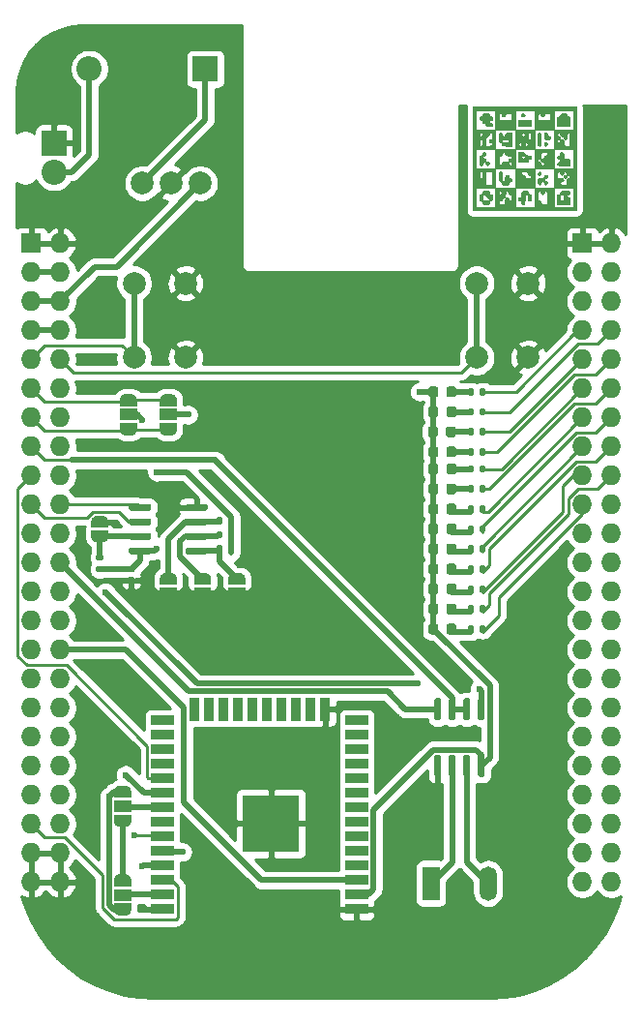
<source format=gtl>
G04 #@! TF.GenerationSoftware,KiCad,Pcbnew,(5.1.9)-1*
G04 #@! TF.CreationDate,2021-06-13T14:24:16+02:00*
G04 #@! TF.ProjectId,com4bbb,636f6d34-6262-4622-9e6b-696361645f70,rev?*
G04 #@! TF.SameCoordinates,Original*
G04 #@! TF.FileFunction,Copper,L1,Top*
G04 #@! TF.FilePolarity,Positive*
%FSLAX46Y46*%
G04 Gerber Fmt 4.6, Leading zero omitted, Abs format (unit mm)*
G04 Created by KiCad (PCBNEW (5.1.9)-1) date 2021-06-13 14:24:16*
%MOMM*%
%LPD*%
G01*
G04 APERTURE LIST*
G04 #@! TA.AperFunction,EtchedComponent*
%ADD10C,0.010000*%
G04 #@! TD*
G04 #@! TA.AperFunction,ComponentPad*
%ADD11R,1.727200X1.727200*%
G04 #@! TD*
G04 #@! TA.AperFunction,ComponentPad*
%ADD12O,1.727200X1.727200*%
G04 #@! TD*
G04 #@! TA.AperFunction,ComponentPad*
%ADD13R,1.500000X3.000000*%
G04 #@! TD*
G04 #@! TA.AperFunction,ComponentPad*
%ADD14O,1.500000X3.000000*%
G04 #@! TD*
G04 #@! TA.AperFunction,SMDPad,CuDef*
%ADD15C,0.100000*%
G04 #@! TD*
G04 #@! TA.AperFunction,SMDPad,CuDef*
%ADD16R,1.500000X1.000000*%
G04 #@! TD*
G04 #@! TA.AperFunction,ComponentPad*
%ADD17C,2.000000*%
G04 #@! TD*
G04 #@! TA.AperFunction,SMDPad,CuDef*
%ADD18R,5.000000X5.000000*%
G04 #@! TD*
G04 #@! TA.AperFunction,SMDPad,CuDef*
%ADD19R,2.000000X0.900000*%
G04 #@! TD*
G04 #@! TA.AperFunction,SMDPad,CuDef*
%ADD20R,0.900000X2.000000*%
G04 #@! TD*
G04 #@! TA.AperFunction,ComponentPad*
%ADD21R,2.200000X2.200000*%
G04 #@! TD*
G04 #@! TA.AperFunction,ComponentPad*
%ADD22O,2.200000X2.200000*%
G04 #@! TD*
G04 #@! TA.AperFunction,ComponentPad*
%ADD23C,2.200000*%
G04 #@! TD*
G04 #@! TA.AperFunction,ViaPad*
%ADD24C,0.600000*%
G04 #@! TD*
G04 #@! TA.AperFunction,Conductor*
%ADD25C,0.500000*%
G04 #@! TD*
G04 #@! TA.AperFunction,Conductor*
%ADD26C,0.250000*%
G04 #@! TD*
G04 #@! TA.AperFunction,Conductor*
%ADD27C,0.254000*%
G04 #@! TD*
G04 #@! TA.AperFunction,Conductor*
%ADD28C,0.100000*%
G04 #@! TD*
G04 APERTURE END LIST*
D10*
G36*
X159472246Y-54428250D02*
G01*
X159554077Y-54476212D01*
X159570100Y-54557888D01*
X159593833Y-54650465D01*
X159689757Y-54691380D01*
X159853109Y-54699392D01*
X160038263Y-54711258D01*
X160120094Y-54759220D01*
X160136117Y-54840896D01*
X160086088Y-54959145D01*
X159994613Y-54982400D01*
X159876364Y-55032429D01*
X159853109Y-55123904D01*
X159837619Y-55202937D01*
X159769577Y-55245643D01*
X159616620Y-55262807D01*
X159428596Y-55265409D01*
X159004083Y-55265409D01*
X159004083Y-54840896D01*
X159287092Y-54840896D01*
X159337121Y-54959145D01*
X159428596Y-54982400D01*
X159546845Y-54932371D01*
X159570100Y-54840896D01*
X159520071Y-54722648D01*
X159428596Y-54699392D01*
X159310348Y-54749421D01*
X159287092Y-54840896D01*
X159004083Y-54840896D01*
X159004083Y-54416383D01*
X159287092Y-54416383D01*
X159472246Y-54428250D01*
G37*
X159472246Y-54428250D02*
X159554077Y-54476212D01*
X159570100Y-54557888D01*
X159593833Y-54650465D01*
X159689757Y-54691380D01*
X159853109Y-54699392D01*
X160038263Y-54711258D01*
X160120094Y-54759220D01*
X160136117Y-54840896D01*
X160086088Y-54959145D01*
X159994613Y-54982400D01*
X159876364Y-55032429D01*
X159853109Y-55123904D01*
X159837619Y-55202937D01*
X159769577Y-55245643D01*
X159616620Y-55262807D01*
X159428596Y-55265409D01*
X159004083Y-55265409D01*
X159004083Y-54840896D01*
X159287092Y-54840896D01*
X159337121Y-54959145D01*
X159428596Y-54982400D01*
X159546845Y-54932371D01*
X159570100Y-54840896D01*
X159520071Y-54722648D01*
X159428596Y-54699392D01*
X159310348Y-54749421D01*
X159287092Y-54840896D01*
X159004083Y-54840896D01*
X159004083Y-54416383D01*
X159287092Y-54416383D01*
X159472246Y-54428250D01*
G36*
X163225953Y-56447471D02*
G01*
X163249209Y-56538946D01*
X163199180Y-56657195D01*
X163107705Y-56680450D01*
X162989456Y-56630421D01*
X162966200Y-56538946D01*
X163016230Y-56420698D01*
X163107705Y-56397442D01*
X163225953Y-56447471D01*
G37*
X163225953Y-56447471D02*
X163249209Y-56538946D01*
X163199180Y-56657195D01*
X163107705Y-56680450D01*
X162989456Y-56630421D01*
X162966200Y-56538946D01*
X163016230Y-56420698D01*
X163107705Y-56397442D01*
X163225953Y-56447471D01*
G36*
X159546845Y-51070312D02*
G01*
X159570100Y-51161787D01*
X159520071Y-51280036D01*
X159428596Y-51303292D01*
X159310348Y-51253262D01*
X159287092Y-51161787D01*
X159337121Y-51043539D01*
X159428596Y-51020283D01*
X159546845Y-51070312D01*
G37*
X159546845Y-51070312D02*
X159570100Y-51161787D01*
X159520071Y-51280036D01*
X159428596Y-51303292D01*
X159310348Y-51253262D01*
X159287092Y-51161787D01*
X159337121Y-51043539D01*
X159428596Y-51020283D01*
X159546845Y-51070312D01*
G36*
X163151355Y-51032150D02*
G01*
X163233186Y-51080112D01*
X163249209Y-51161787D01*
X163299238Y-51280036D01*
X163390713Y-51303292D01*
X163469746Y-51318781D01*
X163512451Y-51386823D01*
X163529616Y-51539780D01*
X163532217Y-51727804D01*
X163532217Y-52152317D01*
X162400184Y-52152317D01*
X162400184Y-51727804D01*
X162405347Y-51490705D01*
X162428028Y-51362589D01*
X162479013Y-51311096D01*
X162541688Y-51303292D01*
X162659936Y-51253262D01*
X162683192Y-51161787D01*
X162706925Y-51069210D01*
X162802849Y-51028295D01*
X162966200Y-51020283D01*
X163151355Y-51032150D01*
G37*
X163151355Y-51032150D02*
X163233186Y-51080112D01*
X163249209Y-51161787D01*
X163299238Y-51280036D01*
X163390713Y-51303292D01*
X163469746Y-51318781D01*
X163512451Y-51386823D01*
X163529616Y-51539780D01*
X163532217Y-51727804D01*
X163532217Y-52152317D01*
X162400184Y-52152317D01*
X162400184Y-51727804D01*
X162405347Y-51490705D01*
X162428028Y-51362589D01*
X162479013Y-51311096D01*
X162541688Y-51303292D01*
X162659936Y-51253262D01*
X162683192Y-51161787D01*
X162706925Y-51069210D01*
X162802849Y-51028295D01*
X162966200Y-51020283D01*
X163151355Y-51032150D01*
G36*
X160136117Y-52152317D02*
G01*
X159004083Y-52152317D01*
X159004083Y-51586300D01*
X160136117Y-51586300D01*
X160136117Y-52152317D01*
G37*
X160136117Y-52152317D02*
X159004083Y-52152317D01*
X159004083Y-51586300D01*
X160136117Y-51586300D01*
X160136117Y-52152317D01*
G36*
X156359154Y-51032150D02*
G01*
X156440985Y-51080112D01*
X156457008Y-51161787D01*
X156507038Y-51280036D01*
X156598512Y-51303292D01*
X156716761Y-51353321D01*
X156740017Y-51444796D01*
X156689987Y-51563044D01*
X156598512Y-51586300D01*
X156480264Y-51636329D01*
X156457008Y-51727804D01*
X156507038Y-51846053D01*
X156598512Y-51869308D01*
X156716761Y-51919338D01*
X156740017Y-52010812D01*
X156716284Y-52103390D01*
X156620360Y-52144305D01*
X156457008Y-52152317D01*
X156271854Y-52140450D01*
X156190023Y-52092488D01*
X156174000Y-52010812D01*
X156123971Y-51892564D01*
X156032496Y-51869308D01*
X155914247Y-51819279D01*
X155890992Y-51727804D01*
X155840962Y-51609556D01*
X155749487Y-51586300D01*
X155631239Y-51536271D01*
X155607983Y-51444796D01*
X155658012Y-51326547D01*
X155749487Y-51303292D01*
X155867736Y-51253262D01*
X155890992Y-51161787D01*
X155914724Y-51069210D01*
X156010648Y-51028295D01*
X156174000Y-51020283D01*
X156359154Y-51032150D01*
G37*
X156359154Y-51032150D02*
X156440985Y-51080112D01*
X156457008Y-51161787D01*
X156507038Y-51280036D01*
X156598512Y-51303292D01*
X156716761Y-51353321D01*
X156740017Y-51444796D01*
X156689987Y-51563044D01*
X156598512Y-51586300D01*
X156480264Y-51636329D01*
X156457008Y-51727804D01*
X156507038Y-51846053D01*
X156598512Y-51869308D01*
X156716761Y-51919338D01*
X156740017Y-52010812D01*
X156716284Y-52103390D01*
X156620360Y-52144305D01*
X156457008Y-52152317D01*
X156271854Y-52140450D01*
X156190023Y-52092488D01*
X156174000Y-52010812D01*
X156123971Y-51892564D01*
X156032496Y-51869308D01*
X155914247Y-51819279D01*
X155890992Y-51727804D01*
X155840962Y-51609556D01*
X155749487Y-51586300D01*
X155631239Y-51536271D01*
X155607983Y-51444796D01*
X155658012Y-51326547D01*
X155749487Y-51303292D01*
X155867736Y-51253262D01*
X155890992Y-51161787D01*
X155914724Y-51069210D01*
X156010648Y-51028295D01*
X156174000Y-51020283D01*
X156359154Y-51032150D01*
G36*
X161527903Y-52768363D02*
G01*
X161551159Y-52859838D01*
X161601188Y-52978086D01*
X161692663Y-53001342D01*
X161810911Y-53051371D01*
X161834167Y-53142846D01*
X161810434Y-53235423D01*
X161714510Y-53276339D01*
X161551159Y-53284350D01*
X161370010Y-53277542D01*
X161289517Y-53229885D01*
X161268831Y-53100531D01*
X161268150Y-53001342D01*
X161280017Y-52816187D01*
X161327979Y-52734356D01*
X161409655Y-52718333D01*
X161527903Y-52768363D01*
G37*
X161527903Y-52768363D02*
X161551159Y-52859838D01*
X161601188Y-52978086D01*
X161692663Y-53001342D01*
X161810911Y-53051371D01*
X161834167Y-53142846D01*
X161810434Y-53235423D01*
X161714510Y-53276339D01*
X161551159Y-53284350D01*
X161370010Y-53277542D01*
X161289517Y-53229885D01*
X161268831Y-53100531D01*
X161268150Y-53001342D01*
X161280017Y-52816187D01*
X161327979Y-52734356D01*
X161409655Y-52718333D01*
X161527903Y-52768363D01*
G36*
X161527903Y-53617388D02*
G01*
X161551159Y-53708863D01*
X161501129Y-53827111D01*
X161409655Y-53850367D01*
X161291406Y-53800337D01*
X161268150Y-53708863D01*
X161318180Y-53590614D01*
X161409655Y-53567358D01*
X161527903Y-53617388D01*
G37*
X161527903Y-53617388D02*
X161551159Y-53708863D01*
X161501129Y-53827111D01*
X161409655Y-53850367D01*
X161291406Y-53800337D01*
X161268150Y-53708863D01*
X161318180Y-53590614D01*
X161409655Y-53567358D01*
X161527903Y-53617388D01*
G36*
X160914141Y-52730150D02*
G01*
X160956396Y-52784577D01*
X160977517Y-52910078D01*
X160984621Y-53135115D01*
X160985142Y-53284350D01*
X160982188Y-53566364D01*
X160968581Y-53735382D01*
X160937206Y-53819867D01*
X160880946Y-53848284D01*
X160843638Y-53850367D01*
X160773134Y-53838550D01*
X160730880Y-53784123D01*
X160709759Y-53658623D01*
X160702654Y-53433585D01*
X160702134Y-53284350D01*
X160705088Y-53002336D01*
X160718695Y-52833318D01*
X160750070Y-52748833D01*
X160806329Y-52720416D01*
X160843638Y-52718333D01*
X160914141Y-52730150D01*
G37*
X160914141Y-52730150D02*
X160956396Y-52784577D01*
X160977517Y-52910078D01*
X160984621Y-53135115D01*
X160985142Y-53284350D01*
X160982188Y-53566364D01*
X160968581Y-53735382D01*
X160937206Y-53819867D01*
X160880946Y-53848284D01*
X160843638Y-53850367D01*
X160773134Y-53838550D01*
X160730880Y-53784123D01*
X160709759Y-53658623D01*
X160702654Y-53433585D01*
X160702134Y-53284350D01*
X160705088Y-53002336D01*
X160718695Y-52833318D01*
X160750070Y-52748833D01*
X160806329Y-52720416D01*
X160843638Y-52718333D01*
X160914141Y-52730150D01*
G36*
X158438067Y-53850367D02*
G01*
X158013554Y-53850367D01*
X157776455Y-53845204D01*
X157648340Y-53822523D01*
X157596846Y-53771537D01*
X157589042Y-53708863D01*
X157539012Y-53590614D01*
X157447538Y-53567358D01*
X157368505Y-53551869D01*
X157325799Y-53483827D01*
X157319294Y-53425854D01*
X157589042Y-53425854D01*
X157612775Y-53518431D01*
X157708698Y-53559347D01*
X157872050Y-53567358D01*
X158057204Y-53555492D01*
X158139035Y-53507530D01*
X158155058Y-53425854D01*
X158131326Y-53333277D01*
X158035402Y-53292362D01*
X157872050Y-53284350D01*
X157686896Y-53296216D01*
X157605065Y-53344178D01*
X157589042Y-53425854D01*
X157319294Y-53425854D01*
X157308635Y-53330870D01*
X157306033Y-53142846D01*
X157311197Y-52905747D01*
X157333877Y-52777631D01*
X157384863Y-52726138D01*
X157447538Y-52718333D01*
X157565786Y-52768363D01*
X157589042Y-52859838D01*
X157639071Y-52978086D01*
X157730546Y-53001342D01*
X157848794Y-52951312D01*
X157872050Y-52859838D01*
X157895783Y-52767260D01*
X157991707Y-52726345D01*
X158155058Y-52718333D01*
X158438067Y-52718333D01*
X158438067Y-53850367D01*
G37*
X158438067Y-53850367D02*
X158013554Y-53850367D01*
X157776455Y-53845204D01*
X157648340Y-53822523D01*
X157596846Y-53771537D01*
X157589042Y-53708863D01*
X157539012Y-53590614D01*
X157447538Y-53567358D01*
X157368505Y-53551869D01*
X157325799Y-53483827D01*
X157319294Y-53425854D01*
X157589042Y-53425854D01*
X157612775Y-53518431D01*
X157708698Y-53559347D01*
X157872050Y-53567358D01*
X158057204Y-53555492D01*
X158139035Y-53507530D01*
X158155058Y-53425854D01*
X158131326Y-53333277D01*
X158035402Y-53292362D01*
X157872050Y-53284350D01*
X157686896Y-53296216D01*
X157605065Y-53344178D01*
X157589042Y-53425854D01*
X157319294Y-53425854D01*
X157308635Y-53330870D01*
X157306033Y-53142846D01*
X157311197Y-52905747D01*
X157333877Y-52777631D01*
X157384863Y-52726138D01*
X157447538Y-52718333D01*
X157565786Y-52768363D01*
X157589042Y-52859838D01*
X157639071Y-52978086D01*
X157730546Y-53001342D01*
X157848794Y-52951312D01*
X157872050Y-52859838D01*
X157895783Y-52767260D01*
X157991707Y-52726345D01*
X158155058Y-52718333D01*
X158438067Y-52718333D01*
X158438067Y-53850367D01*
G36*
X162917273Y-54440116D02*
G01*
X162958189Y-54536040D01*
X162966200Y-54699392D01*
X162973009Y-54880540D01*
X163020665Y-54961033D01*
X163150020Y-54981720D01*
X163249209Y-54982400D01*
X163430357Y-54989208D01*
X163510850Y-55036865D01*
X163531537Y-55166220D01*
X163532217Y-55265409D01*
X163532217Y-55548417D01*
X162966200Y-55548417D01*
X162684187Y-55545463D01*
X162515169Y-55531856D01*
X162430683Y-55500481D01*
X162402267Y-55444221D01*
X162400184Y-55406913D01*
X162450213Y-55288664D01*
X162541688Y-55265409D01*
X162659936Y-55215379D01*
X162683192Y-55123904D01*
X162633163Y-55005656D01*
X162541688Y-54982400D01*
X162423439Y-54932371D01*
X162400184Y-54840896D01*
X162450213Y-54722648D01*
X162541688Y-54699392D01*
X162659936Y-54649363D01*
X162683192Y-54557888D01*
X162733221Y-54439639D01*
X162824696Y-54416383D01*
X162917273Y-54440116D01*
G37*
X162917273Y-54440116D02*
X162958189Y-54536040D01*
X162966200Y-54699392D01*
X162973009Y-54880540D01*
X163020665Y-54961033D01*
X163150020Y-54981720D01*
X163249209Y-54982400D01*
X163430357Y-54989208D01*
X163510850Y-55036865D01*
X163531537Y-55166220D01*
X163532217Y-55265409D01*
X163532217Y-55548417D01*
X162966200Y-55548417D01*
X162684187Y-55545463D01*
X162515169Y-55531856D01*
X162430683Y-55500481D01*
X162402267Y-55444221D01*
X162400184Y-55406913D01*
X162450213Y-55288664D01*
X162541688Y-55265409D01*
X162659936Y-55215379D01*
X162683192Y-55123904D01*
X162633163Y-55005656D01*
X162541688Y-54982400D01*
X162423439Y-54932371D01*
X162400184Y-54840896D01*
X162450213Y-54722648D01*
X162541688Y-54699392D01*
X162659936Y-54649363D01*
X162683192Y-54557888D01*
X162733221Y-54439639D01*
X162824696Y-54416383D01*
X162917273Y-54440116D01*
G36*
X156150744Y-54466413D02*
G01*
X156174000Y-54557888D01*
X156123971Y-54676136D01*
X156032496Y-54699392D01*
X155914247Y-54749421D01*
X155890992Y-54840896D01*
X155941021Y-54959145D01*
X156032496Y-54982400D01*
X156150744Y-55032429D01*
X156174000Y-55123904D01*
X156224029Y-55242153D01*
X156315504Y-55265409D01*
X156433753Y-55315438D01*
X156457008Y-55406913D01*
X156406979Y-55525161D01*
X156315504Y-55548417D01*
X156197256Y-55498388D01*
X156174000Y-55406913D01*
X156123971Y-55288664D01*
X156032496Y-55265409D01*
X155914247Y-55315438D01*
X155890992Y-55406913D01*
X155840962Y-55525161D01*
X155749487Y-55548417D01*
X155670454Y-55532927D01*
X155627749Y-55464885D01*
X155610585Y-55311929D01*
X155607983Y-55123904D01*
X155613146Y-54886806D01*
X155635827Y-54758690D01*
X155686813Y-54707196D01*
X155749487Y-54699392D01*
X155867736Y-54649363D01*
X155890992Y-54557888D01*
X155941021Y-54439639D01*
X156032496Y-54416383D01*
X156150744Y-54466413D01*
G37*
X156150744Y-54466413D02*
X156174000Y-54557888D01*
X156123971Y-54676136D01*
X156032496Y-54699392D01*
X155914247Y-54749421D01*
X155890992Y-54840896D01*
X155941021Y-54959145D01*
X156032496Y-54982400D01*
X156150744Y-55032429D01*
X156174000Y-55123904D01*
X156224029Y-55242153D01*
X156315504Y-55265409D01*
X156433753Y-55315438D01*
X156457008Y-55406913D01*
X156406979Y-55525161D01*
X156315504Y-55548417D01*
X156197256Y-55498388D01*
X156174000Y-55406913D01*
X156123971Y-55288664D01*
X156032496Y-55265409D01*
X155914247Y-55315438D01*
X155890992Y-55406913D01*
X155840962Y-55525161D01*
X155749487Y-55548417D01*
X155670454Y-55532927D01*
X155627749Y-55464885D01*
X155610585Y-55311929D01*
X155607983Y-55123904D01*
X155613146Y-54886806D01*
X155635827Y-54758690D01*
X155686813Y-54707196D01*
X155749487Y-54699392D01*
X155867736Y-54649363D01*
X155890992Y-54557888D01*
X155941021Y-54439639D01*
X156032496Y-54416383D01*
X156150744Y-54466413D01*
G36*
X160961886Y-56164463D02*
G01*
X160985142Y-56255938D01*
X160935113Y-56374186D01*
X160843638Y-56397442D01*
X160725389Y-56347413D01*
X160702134Y-56255938D01*
X160752163Y-56137689D01*
X160843638Y-56114434D01*
X160961886Y-56164463D01*
G37*
X160961886Y-56164463D02*
X160985142Y-56255938D01*
X160935113Y-56374186D01*
X160843638Y-56397442D01*
X160725389Y-56347413D01*
X160702134Y-56255938D01*
X160752163Y-56137689D01*
X160843638Y-56114434D01*
X160961886Y-56164463D01*
G36*
X161527903Y-56447471D02*
G01*
X161551159Y-56538946D01*
X161501129Y-56657195D01*
X161409655Y-56680450D01*
X161291406Y-56730480D01*
X161268150Y-56821955D01*
X161318180Y-56940203D01*
X161409655Y-56963459D01*
X161527903Y-57013488D01*
X161551159Y-57104963D01*
X161501129Y-57223211D01*
X161409655Y-57246467D01*
X161291406Y-57196438D01*
X161268150Y-57104963D01*
X161218121Y-56986714D01*
X161126646Y-56963459D01*
X161008398Y-57013488D01*
X160985142Y-57104963D01*
X160935113Y-57223211D01*
X160843638Y-57246467D01*
X160751061Y-57222734D01*
X160710145Y-57126810D01*
X160702134Y-56963459D01*
X160708942Y-56782310D01*
X160756599Y-56701817D01*
X160885953Y-56681131D01*
X160985142Y-56680450D01*
X161170296Y-56668584D01*
X161252127Y-56620622D01*
X161268150Y-56538946D01*
X161318180Y-56420698D01*
X161409655Y-56397442D01*
X161527903Y-56447471D01*
G37*
X161527903Y-56447471D02*
X161551159Y-56538946D01*
X161501129Y-56657195D01*
X161409655Y-56680450D01*
X161291406Y-56730480D01*
X161268150Y-56821955D01*
X161318180Y-56940203D01*
X161409655Y-56963459D01*
X161527903Y-57013488D01*
X161551159Y-57104963D01*
X161501129Y-57223211D01*
X161409655Y-57246467D01*
X161291406Y-57196438D01*
X161268150Y-57104963D01*
X161218121Y-56986714D01*
X161126646Y-56963459D01*
X161008398Y-57013488D01*
X160985142Y-57104963D01*
X160935113Y-57223211D01*
X160843638Y-57246467D01*
X160751061Y-57222734D01*
X160710145Y-57126810D01*
X160702134Y-56963459D01*
X160708942Y-56782310D01*
X160756599Y-56701817D01*
X160885953Y-56681131D01*
X160985142Y-56680450D01*
X161170296Y-56668584D01*
X161252127Y-56620622D01*
X161268150Y-56538946D01*
X161318180Y-56420698D01*
X161409655Y-56397442D01*
X161527903Y-56447471D01*
G36*
X157526570Y-56129923D02*
G01*
X157569276Y-56197966D01*
X157586440Y-56350922D01*
X157589042Y-56538946D01*
X157594205Y-56776045D01*
X157616886Y-56904161D01*
X157667871Y-56955654D01*
X157730546Y-56963459D01*
X157823123Y-56939726D01*
X157864039Y-56843802D01*
X157872050Y-56680450D01*
X157883916Y-56495296D01*
X157931878Y-56413465D01*
X158013554Y-56397442D01*
X158131803Y-56447471D01*
X158155058Y-56538946D01*
X158205088Y-56657195D01*
X158296563Y-56680450D01*
X158414811Y-56730480D01*
X158438067Y-56821955D01*
X158388037Y-56940203D01*
X158296563Y-56963459D01*
X158178314Y-57013488D01*
X158155058Y-57104963D01*
X158131326Y-57197540D01*
X158035402Y-57238456D01*
X157872050Y-57246467D01*
X157686896Y-57234601D01*
X157605065Y-57186639D01*
X157589042Y-57104963D01*
X157539012Y-56986714D01*
X157447538Y-56963459D01*
X157368505Y-56947969D01*
X157325799Y-56879927D01*
X157308635Y-56726971D01*
X157306033Y-56538946D01*
X157311197Y-56301847D01*
X157333877Y-56173732D01*
X157384863Y-56122238D01*
X157447538Y-56114434D01*
X157526570Y-56129923D01*
G37*
X157526570Y-56129923D02*
X157569276Y-56197966D01*
X157586440Y-56350922D01*
X157589042Y-56538946D01*
X157594205Y-56776045D01*
X157616886Y-56904161D01*
X157667871Y-56955654D01*
X157730546Y-56963459D01*
X157823123Y-56939726D01*
X157864039Y-56843802D01*
X157872050Y-56680450D01*
X157883916Y-56495296D01*
X157931878Y-56413465D01*
X158013554Y-56397442D01*
X158131803Y-56447471D01*
X158155058Y-56538946D01*
X158205088Y-56657195D01*
X158296563Y-56680450D01*
X158414811Y-56730480D01*
X158438067Y-56821955D01*
X158388037Y-56940203D01*
X158296563Y-56963459D01*
X158178314Y-57013488D01*
X158155058Y-57104963D01*
X158131326Y-57197540D01*
X158035402Y-57238456D01*
X157872050Y-57246467D01*
X157686896Y-57234601D01*
X157605065Y-57186639D01*
X157589042Y-57104963D01*
X157539012Y-56986714D01*
X157447538Y-56963459D01*
X157368505Y-56947969D01*
X157325799Y-56879927D01*
X157308635Y-56726971D01*
X157306033Y-56538946D01*
X157311197Y-56301847D01*
X157333877Y-56173732D01*
X157384863Y-56122238D01*
X157447538Y-56114434D01*
X157526570Y-56129923D01*
G36*
X162117175Y-54133375D02*
G01*
X162117175Y-55831425D01*
X160419125Y-55831425D01*
X160419125Y-57529475D01*
X158721075Y-57529475D01*
X158721075Y-56255938D01*
X159287092Y-56255938D01*
X159337121Y-56374186D01*
X159428596Y-56397442D01*
X159546845Y-56447471D01*
X159570100Y-56538946D01*
X159593833Y-56631523D01*
X159689757Y-56672439D01*
X159853109Y-56680450D01*
X160038263Y-56668584D01*
X160120094Y-56620622D01*
X160136117Y-56538946D01*
X160086088Y-56420698D01*
X159994613Y-56397442D01*
X159876364Y-56347413D01*
X159853109Y-56255938D01*
X159829376Y-56163361D01*
X159733452Y-56122445D01*
X159570100Y-56114434D01*
X159384946Y-56126300D01*
X159303115Y-56174262D01*
X159287092Y-56255938D01*
X158721075Y-56255938D01*
X158721075Y-55831425D01*
X157023025Y-55831425D01*
X157023025Y-55123904D01*
X157306033Y-55123904D01*
X157311197Y-55361003D01*
X157333877Y-55489119D01*
X157384863Y-55540613D01*
X157447538Y-55548417D01*
X157565786Y-55498388D01*
X157589042Y-55406913D01*
X157612775Y-55314336D01*
X157708698Y-55273420D01*
X157872050Y-55265409D01*
X158057204Y-55277275D01*
X158139035Y-55325237D01*
X158155058Y-55406913D01*
X158205088Y-55525161D01*
X158296563Y-55548417D01*
X158414811Y-55498388D01*
X158438067Y-55406913D01*
X158388037Y-55288664D01*
X158296563Y-55265409D01*
X158178314Y-55215379D01*
X158155058Y-55123904D01*
X158205088Y-55005656D01*
X158296563Y-54982400D01*
X158414811Y-54932371D01*
X158438067Y-54840896D01*
X158414334Y-54748319D01*
X158318410Y-54707403D01*
X158155058Y-54699392D01*
X157969904Y-54687525D01*
X157888073Y-54639564D01*
X157872050Y-54557888D01*
X157822021Y-54439639D01*
X157730546Y-54416383D01*
X157612297Y-54466413D01*
X157589042Y-54557888D01*
X157539012Y-54676136D01*
X157447538Y-54699392D01*
X157368505Y-54714881D01*
X157325799Y-54782924D01*
X157308635Y-54935880D01*
X157306033Y-55123904D01*
X157023025Y-55123904D01*
X157023025Y-54133375D01*
X158721075Y-54133375D01*
X158721075Y-55831425D01*
X160419125Y-55831425D01*
X160419125Y-55123904D01*
X160702134Y-55123904D01*
X160752163Y-55242153D01*
X160843638Y-55265409D01*
X160961886Y-55315438D01*
X160985142Y-55406913D01*
X161035171Y-55525161D01*
X161126646Y-55548417D01*
X161244895Y-55498388D01*
X161268150Y-55406913D01*
X161218121Y-55288664D01*
X161126646Y-55265409D01*
X161008398Y-55215379D01*
X160985142Y-55123904D01*
X161035171Y-55005656D01*
X161126646Y-54982400D01*
X161244895Y-54932371D01*
X161268150Y-54840896D01*
X161318180Y-54722648D01*
X161409655Y-54699392D01*
X161527903Y-54649363D01*
X161551159Y-54557888D01*
X161527426Y-54465311D01*
X161431502Y-54424395D01*
X161268150Y-54416383D01*
X161087002Y-54423192D01*
X161006509Y-54470848D01*
X160985823Y-54600203D01*
X160985142Y-54699392D01*
X160973276Y-54884546D01*
X160925314Y-54966377D01*
X160843638Y-54982400D01*
X160725389Y-55032429D01*
X160702134Y-55123904D01*
X160419125Y-55123904D01*
X160419125Y-54133375D01*
X158721075Y-54133375D01*
X158721075Y-53708863D01*
X159004083Y-53708863D01*
X159054113Y-53827111D01*
X159145588Y-53850367D01*
X159263836Y-53800337D01*
X159287092Y-53708863D01*
X159570100Y-53708863D01*
X159620129Y-53827111D01*
X159711604Y-53850367D01*
X159829853Y-53800337D01*
X159853109Y-53708863D01*
X159803079Y-53590614D01*
X159711604Y-53567358D01*
X159593356Y-53617388D01*
X159570100Y-53708863D01*
X159287092Y-53708863D01*
X159237063Y-53590614D01*
X159145588Y-53567358D01*
X159027339Y-53617388D01*
X159004083Y-53708863D01*
X158721075Y-53708863D01*
X158721075Y-52859838D01*
X159287092Y-52859838D01*
X159337121Y-52978086D01*
X159428596Y-53001342D01*
X159853109Y-53001342D01*
X159864975Y-53186496D01*
X159912937Y-53268327D01*
X159994613Y-53284350D01*
X160087190Y-53260617D01*
X160128105Y-53164693D01*
X160136117Y-53001342D01*
X160124251Y-52816187D01*
X160076289Y-52734356D01*
X159994613Y-52718333D01*
X159902036Y-52742066D01*
X159861120Y-52837990D01*
X159853109Y-53001342D01*
X159428596Y-53001342D01*
X159546845Y-52951312D01*
X159570100Y-52859838D01*
X159520071Y-52741589D01*
X159428596Y-52718333D01*
X159310348Y-52768363D01*
X159287092Y-52859838D01*
X158721075Y-52859838D01*
X158721075Y-52435325D01*
X160419125Y-52435325D01*
X160419125Y-54133375D01*
X162117175Y-54133375D01*
G37*
X162117175Y-54133375D02*
X162117175Y-55831425D01*
X160419125Y-55831425D01*
X160419125Y-57529475D01*
X158721075Y-57529475D01*
X158721075Y-56255938D01*
X159287092Y-56255938D01*
X159337121Y-56374186D01*
X159428596Y-56397442D01*
X159546845Y-56447471D01*
X159570100Y-56538946D01*
X159593833Y-56631523D01*
X159689757Y-56672439D01*
X159853109Y-56680450D01*
X160038263Y-56668584D01*
X160120094Y-56620622D01*
X160136117Y-56538946D01*
X160086088Y-56420698D01*
X159994613Y-56397442D01*
X159876364Y-56347413D01*
X159853109Y-56255938D01*
X159829376Y-56163361D01*
X159733452Y-56122445D01*
X159570100Y-56114434D01*
X159384946Y-56126300D01*
X159303115Y-56174262D01*
X159287092Y-56255938D01*
X158721075Y-56255938D01*
X158721075Y-55831425D01*
X157023025Y-55831425D01*
X157023025Y-55123904D01*
X157306033Y-55123904D01*
X157311197Y-55361003D01*
X157333877Y-55489119D01*
X157384863Y-55540613D01*
X157447538Y-55548417D01*
X157565786Y-55498388D01*
X157589042Y-55406913D01*
X157612775Y-55314336D01*
X157708698Y-55273420D01*
X157872050Y-55265409D01*
X158057204Y-55277275D01*
X158139035Y-55325237D01*
X158155058Y-55406913D01*
X158205088Y-55525161D01*
X158296563Y-55548417D01*
X158414811Y-55498388D01*
X158438067Y-55406913D01*
X158388037Y-55288664D01*
X158296563Y-55265409D01*
X158178314Y-55215379D01*
X158155058Y-55123904D01*
X158205088Y-55005656D01*
X158296563Y-54982400D01*
X158414811Y-54932371D01*
X158438067Y-54840896D01*
X158414334Y-54748319D01*
X158318410Y-54707403D01*
X158155058Y-54699392D01*
X157969904Y-54687525D01*
X157888073Y-54639564D01*
X157872050Y-54557888D01*
X157822021Y-54439639D01*
X157730546Y-54416383D01*
X157612297Y-54466413D01*
X157589042Y-54557888D01*
X157539012Y-54676136D01*
X157447538Y-54699392D01*
X157368505Y-54714881D01*
X157325799Y-54782924D01*
X157308635Y-54935880D01*
X157306033Y-55123904D01*
X157023025Y-55123904D01*
X157023025Y-54133375D01*
X158721075Y-54133375D01*
X158721075Y-55831425D01*
X160419125Y-55831425D01*
X160419125Y-55123904D01*
X160702134Y-55123904D01*
X160752163Y-55242153D01*
X160843638Y-55265409D01*
X160961886Y-55315438D01*
X160985142Y-55406913D01*
X161035171Y-55525161D01*
X161126646Y-55548417D01*
X161244895Y-55498388D01*
X161268150Y-55406913D01*
X161218121Y-55288664D01*
X161126646Y-55265409D01*
X161008398Y-55215379D01*
X160985142Y-55123904D01*
X161035171Y-55005656D01*
X161126646Y-54982400D01*
X161244895Y-54932371D01*
X161268150Y-54840896D01*
X161318180Y-54722648D01*
X161409655Y-54699392D01*
X161527903Y-54649363D01*
X161551159Y-54557888D01*
X161527426Y-54465311D01*
X161431502Y-54424395D01*
X161268150Y-54416383D01*
X161087002Y-54423192D01*
X161006509Y-54470848D01*
X160985823Y-54600203D01*
X160985142Y-54699392D01*
X160973276Y-54884546D01*
X160925314Y-54966377D01*
X160843638Y-54982400D01*
X160725389Y-55032429D01*
X160702134Y-55123904D01*
X160419125Y-55123904D01*
X160419125Y-54133375D01*
X158721075Y-54133375D01*
X158721075Y-53708863D01*
X159004083Y-53708863D01*
X159054113Y-53827111D01*
X159145588Y-53850367D01*
X159263836Y-53800337D01*
X159287092Y-53708863D01*
X159570100Y-53708863D01*
X159620129Y-53827111D01*
X159711604Y-53850367D01*
X159829853Y-53800337D01*
X159853109Y-53708863D01*
X159803079Y-53590614D01*
X159711604Y-53567358D01*
X159593356Y-53617388D01*
X159570100Y-53708863D01*
X159287092Y-53708863D01*
X159237063Y-53590614D01*
X159145588Y-53567358D01*
X159027339Y-53617388D01*
X159004083Y-53708863D01*
X158721075Y-53708863D01*
X158721075Y-52859838D01*
X159287092Y-52859838D01*
X159337121Y-52978086D01*
X159428596Y-53001342D01*
X159853109Y-53001342D01*
X159864975Y-53186496D01*
X159912937Y-53268327D01*
X159994613Y-53284350D01*
X160087190Y-53260617D01*
X160128105Y-53164693D01*
X160136117Y-53001342D01*
X160124251Y-52816187D01*
X160076289Y-52734356D01*
X159994613Y-52718333D01*
X159902036Y-52742066D01*
X159861120Y-52837990D01*
X159853109Y-53001342D01*
X159428596Y-53001342D01*
X159546845Y-52951312D01*
X159570100Y-52859838D01*
X159520071Y-52741589D01*
X159428596Y-52718333D01*
X159310348Y-52768363D01*
X159287092Y-52859838D01*
X158721075Y-52859838D01*
X158721075Y-52435325D01*
X160419125Y-52435325D01*
X160419125Y-54133375D01*
X162117175Y-54133375D01*
G36*
X163344804Y-57817647D02*
G01*
X163472919Y-57840328D01*
X163524413Y-57891313D01*
X163532217Y-57953988D01*
X163482188Y-58072236D01*
X163390713Y-58095492D01*
X163272465Y-58145521D01*
X163249209Y-58236996D01*
X163299238Y-58355245D01*
X163390713Y-58378500D01*
X163483290Y-58402233D01*
X163524206Y-58498157D01*
X163532217Y-58661509D01*
X163532217Y-58944517D01*
X162400184Y-58944517D01*
X162400184Y-58520005D01*
X162403265Y-58378500D01*
X162683192Y-58378500D01*
X162695059Y-58563655D01*
X162743020Y-58645486D01*
X162824696Y-58661509D01*
X162917273Y-58637776D01*
X162958189Y-58541852D01*
X162966200Y-58378500D01*
X162954334Y-58193346D01*
X162906372Y-58111515D01*
X162824696Y-58095492D01*
X162732119Y-58119225D01*
X162691204Y-58215149D01*
X162683192Y-58378500D01*
X162403265Y-58378500D01*
X162405347Y-58282906D01*
X162428028Y-58154790D01*
X162479013Y-58103296D01*
X162541688Y-58095492D01*
X162659936Y-58045463D01*
X162683192Y-57953988D01*
X162698682Y-57874955D01*
X162766724Y-57832250D01*
X162919680Y-57815085D01*
X163107705Y-57812484D01*
X163344804Y-57817647D01*
G37*
X163344804Y-57817647D02*
X163472919Y-57840328D01*
X163524413Y-57891313D01*
X163532217Y-57953988D01*
X163482188Y-58072236D01*
X163390713Y-58095492D01*
X163272465Y-58145521D01*
X163249209Y-58236996D01*
X163299238Y-58355245D01*
X163390713Y-58378500D01*
X163483290Y-58402233D01*
X163524206Y-58498157D01*
X163532217Y-58661509D01*
X163532217Y-58944517D01*
X162400184Y-58944517D01*
X162400184Y-58520005D01*
X162403265Y-58378500D01*
X162683192Y-58378500D01*
X162695059Y-58563655D01*
X162743020Y-58645486D01*
X162824696Y-58661509D01*
X162917273Y-58637776D01*
X162958189Y-58541852D01*
X162966200Y-58378500D01*
X162954334Y-58193346D01*
X162906372Y-58111515D01*
X162824696Y-58095492D01*
X162732119Y-58119225D01*
X162691204Y-58215149D01*
X162683192Y-58378500D01*
X162403265Y-58378500D01*
X162405347Y-58282906D01*
X162428028Y-58154790D01*
X162479013Y-58103296D01*
X162541688Y-58095492D01*
X162659936Y-58045463D01*
X162683192Y-57953988D01*
X162698682Y-57874955D01*
X162766724Y-57832250D01*
X162919680Y-57815085D01*
X163107705Y-57812484D01*
X163344804Y-57817647D01*
G36*
X159755255Y-57824350D02*
G01*
X159837086Y-57872312D01*
X159853109Y-57953988D01*
X159903138Y-58072236D01*
X159994613Y-58095492D01*
X160087190Y-58119225D01*
X160128105Y-58215149D01*
X160136117Y-58378500D01*
X160124251Y-58563655D01*
X160076289Y-58645486D01*
X159994613Y-58661509D01*
X159902036Y-58637776D01*
X159861120Y-58541852D01*
X159853109Y-58378500D01*
X159841242Y-58193346D01*
X159793280Y-58111515D01*
X159711604Y-58095492D01*
X159632571Y-58110982D01*
X159589866Y-58179024D01*
X159572702Y-58331980D01*
X159570100Y-58520005D01*
X159564937Y-58757104D01*
X159542256Y-58885219D01*
X159491271Y-58936713D01*
X159428596Y-58944517D01*
X159310348Y-58894488D01*
X159287092Y-58803013D01*
X159237063Y-58684765D01*
X159145588Y-58661509D01*
X159027339Y-58611480D01*
X159004083Y-58520005D01*
X159054113Y-58401756D01*
X159145588Y-58378500D01*
X159238165Y-58354768D01*
X159279080Y-58258844D01*
X159287092Y-58095492D01*
X159293900Y-57914344D01*
X159341557Y-57833851D01*
X159470911Y-57813164D01*
X159570100Y-57812484D01*
X159755255Y-57824350D01*
G37*
X159755255Y-57824350D02*
X159837086Y-57872312D01*
X159853109Y-57953988D01*
X159903138Y-58072236D01*
X159994613Y-58095492D01*
X160087190Y-58119225D01*
X160128105Y-58215149D01*
X160136117Y-58378500D01*
X160124251Y-58563655D01*
X160076289Y-58645486D01*
X159994613Y-58661509D01*
X159902036Y-58637776D01*
X159861120Y-58541852D01*
X159853109Y-58378500D01*
X159841242Y-58193346D01*
X159793280Y-58111515D01*
X159711604Y-58095492D01*
X159632571Y-58110982D01*
X159589866Y-58179024D01*
X159572702Y-58331980D01*
X159570100Y-58520005D01*
X159564937Y-58757104D01*
X159542256Y-58885219D01*
X159491271Y-58936713D01*
X159428596Y-58944517D01*
X159310348Y-58894488D01*
X159287092Y-58803013D01*
X159237063Y-58684765D01*
X159145588Y-58661509D01*
X159027339Y-58611480D01*
X159004083Y-58520005D01*
X159054113Y-58401756D01*
X159145588Y-58378500D01*
X159238165Y-58354768D01*
X159279080Y-58258844D01*
X159287092Y-58095492D01*
X159293900Y-57914344D01*
X159341557Y-57833851D01*
X159470911Y-57813164D01*
X159570100Y-57812484D01*
X159755255Y-57824350D01*
G36*
X156359154Y-57824350D02*
G01*
X156440985Y-57872312D01*
X156457008Y-57953988D01*
X156507038Y-58072236D01*
X156598512Y-58095492D01*
X156691090Y-58119225D01*
X156732005Y-58215149D01*
X156740017Y-58378500D01*
X156728150Y-58563655D01*
X156680188Y-58645486D01*
X156598512Y-58661509D01*
X156480264Y-58711538D01*
X156457008Y-58803013D01*
X156433275Y-58895590D01*
X156337352Y-58936506D01*
X156174000Y-58944517D01*
X155988846Y-58932651D01*
X155907015Y-58884689D01*
X155890992Y-58803013D01*
X155840962Y-58684765D01*
X155749487Y-58661509D01*
X155656910Y-58637776D01*
X155615995Y-58541852D01*
X155607983Y-58378500D01*
X155890992Y-58378500D01*
X155897800Y-58559649D01*
X155945457Y-58640142D01*
X156074811Y-58660828D01*
X156174000Y-58661509D01*
X156359154Y-58649642D01*
X156440985Y-58601681D01*
X156457008Y-58520005D01*
X156406979Y-58401756D01*
X156315504Y-58378500D01*
X156197256Y-58328471D01*
X156174000Y-58236996D01*
X156123971Y-58118748D01*
X156032496Y-58095492D01*
X155939919Y-58119225D01*
X155899003Y-58215149D01*
X155890992Y-58378500D01*
X155607983Y-58378500D01*
X155619850Y-58193346D01*
X155667812Y-58111515D01*
X155749487Y-58095492D01*
X155867736Y-58045463D01*
X155890992Y-57953988D01*
X155914724Y-57861411D01*
X156010648Y-57820495D01*
X156174000Y-57812484D01*
X156359154Y-57824350D01*
G37*
X156359154Y-57824350D02*
X156440985Y-57872312D01*
X156457008Y-57953988D01*
X156507038Y-58072236D01*
X156598512Y-58095492D01*
X156691090Y-58119225D01*
X156732005Y-58215149D01*
X156740017Y-58378500D01*
X156728150Y-58563655D01*
X156680188Y-58645486D01*
X156598512Y-58661509D01*
X156480264Y-58711538D01*
X156457008Y-58803013D01*
X156433275Y-58895590D01*
X156337352Y-58936506D01*
X156174000Y-58944517D01*
X155988846Y-58932651D01*
X155907015Y-58884689D01*
X155890992Y-58803013D01*
X155840962Y-58684765D01*
X155749487Y-58661509D01*
X155656910Y-58637776D01*
X155615995Y-58541852D01*
X155607983Y-58378500D01*
X155890992Y-58378500D01*
X155897800Y-58559649D01*
X155945457Y-58640142D01*
X156074811Y-58660828D01*
X156174000Y-58661509D01*
X156359154Y-58649642D01*
X156440985Y-58601681D01*
X156457008Y-58520005D01*
X156406979Y-58401756D01*
X156315504Y-58378500D01*
X156197256Y-58328471D01*
X156174000Y-58236996D01*
X156123971Y-58118748D01*
X156032496Y-58095492D01*
X155939919Y-58119225D01*
X155899003Y-58215149D01*
X155890992Y-58378500D01*
X155607983Y-58378500D01*
X155619850Y-58193346D01*
X155667812Y-58111515D01*
X155749487Y-58095492D01*
X155867736Y-58045463D01*
X155890992Y-57953988D01*
X155914724Y-57861411D01*
X156010648Y-57820495D01*
X156174000Y-57812484D01*
X156359154Y-57824350D01*
G36*
X164098234Y-59510534D02*
G01*
X155041967Y-59510534D01*
X155041967Y-57529475D01*
X155324975Y-57529475D01*
X155324975Y-59227526D01*
X157023025Y-59227526D01*
X157023025Y-58803013D01*
X157306033Y-58803013D01*
X157329766Y-58895590D01*
X157425690Y-58936506D01*
X157589042Y-58944517D01*
X157770190Y-58937709D01*
X157850683Y-58890052D01*
X157871370Y-58760698D01*
X157872050Y-58661509D01*
X157883916Y-58476355D01*
X157931878Y-58394523D01*
X158013554Y-58378500D01*
X158131803Y-58428530D01*
X158155058Y-58520005D01*
X158205088Y-58638253D01*
X158296563Y-58661509D01*
X158389140Y-58637776D01*
X158430055Y-58541852D01*
X158438067Y-58378500D01*
X158426200Y-58193346D01*
X158378238Y-58111515D01*
X158296563Y-58095492D01*
X158178314Y-58045463D01*
X158155058Y-57953988D01*
X158105029Y-57835739D01*
X158013554Y-57812484D01*
X157920977Y-57836217D01*
X157880062Y-57932140D01*
X157872050Y-58095492D01*
X157860184Y-58280646D01*
X157812222Y-58362478D01*
X157730546Y-58378500D01*
X157612297Y-58428530D01*
X157589042Y-58520005D01*
X157539012Y-58638253D01*
X157447538Y-58661509D01*
X157329289Y-58711538D01*
X157306033Y-58803013D01*
X157023025Y-58803013D01*
X157023025Y-57953988D01*
X157306033Y-57953988D01*
X157356063Y-58072236D01*
X157447538Y-58095492D01*
X157565786Y-58045463D01*
X157589042Y-57953988D01*
X157539012Y-57835739D01*
X157447538Y-57812484D01*
X157329289Y-57862513D01*
X157306033Y-57953988D01*
X157023025Y-57953988D01*
X157023025Y-57529475D01*
X155324975Y-57529475D01*
X155041967Y-57529475D01*
X155041967Y-56397442D01*
X155607983Y-56397442D01*
X155619850Y-56582596D01*
X155667812Y-56664427D01*
X155749487Y-56680450D01*
X155842065Y-56656718D01*
X155882980Y-56560794D01*
X155890992Y-56397442D01*
X155879125Y-56212288D01*
X155831163Y-56130457D01*
X155749487Y-56114434D01*
X156174000Y-56114434D01*
X156174000Y-57246467D01*
X156740017Y-57246467D01*
X156740017Y-56114434D01*
X156174000Y-56114434D01*
X155749487Y-56114434D01*
X155656910Y-56138166D01*
X155615995Y-56234090D01*
X155607983Y-56397442D01*
X155041967Y-56397442D01*
X155041967Y-54133375D01*
X155324975Y-54133375D01*
X155324975Y-55831425D01*
X157023025Y-55831425D01*
X157023025Y-57529475D01*
X158721075Y-57529475D01*
X158721075Y-59227526D01*
X160419125Y-59227526D01*
X160419125Y-58236996D01*
X160702134Y-58236996D01*
X160707297Y-58474095D01*
X160729978Y-58602211D01*
X160780963Y-58653704D01*
X160843638Y-58661509D01*
X160961886Y-58711538D01*
X160985142Y-58803013D01*
X161008875Y-58895590D01*
X161104799Y-58936506D01*
X161268150Y-58944517D01*
X161551159Y-58944517D01*
X161551159Y-58378500D01*
X161548204Y-58096487D01*
X161534598Y-57927469D01*
X161503223Y-57842983D01*
X161446963Y-57814567D01*
X161409655Y-57812484D01*
X161291406Y-57862513D01*
X161268150Y-57953988D01*
X161218121Y-58072236D01*
X161126646Y-58095492D01*
X161008398Y-58045463D01*
X160985142Y-57953988D01*
X160935113Y-57835739D01*
X160843638Y-57812484D01*
X160764605Y-57827973D01*
X160721900Y-57896016D01*
X160704735Y-58048972D01*
X160702134Y-58236996D01*
X160419125Y-58236996D01*
X160419125Y-57529475D01*
X162117175Y-57529475D01*
X162117175Y-59227526D01*
X163815226Y-59227526D01*
X163815226Y-57529475D01*
X162117175Y-57529475D01*
X162117175Y-56397442D01*
X162400184Y-56397442D01*
X162406992Y-56578590D01*
X162454649Y-56659083D01*
X162584003Y-56679770D01*
X162683192Y-56680450D01*
X162868346Y-56692317D01*
X162950178Y-56740279D01*
X162966200Y-56821955D01*
X162916171Y-56940203D01*
X162824696Y-56963459D01*
X162706448Y-57013488D01*
X162683192Y-57104963D01*
X162706925Y-57197540D01*
X162802849Y-57238456D01*
X162966200Y-57246467D01*
X163147349Y-57239659D01*
X163227842Y-57192002D01*
X163248528Y-57062648D01*
X163249209Y-56963459D01*
X163261075Y-56778304D01*
X163309037Y-56696473D01*
X163390713Y-56680450D01*
X163508962Y-56630421D01*
X163532217Y-56538946D01*
X163482188Y-56420698D01*
X163390713Y-56397442D01*
X163272465Y-56347413D01*
X163249209Y-56255938D01*
X163199180Y-56137689D01*
X163107705Y-56114434D01*
X162989456Y-56164463D01*
X162966200Y-56255938D01*
X162916171Y-56374186D01*
X162824696Y-56397442D01*
X162706448Y-56347413D01*
X162683192Y-56255938D01*
X162633163Y-56137689D01*
X162541688Y-56114434D01*
X162449111Y-56138166D01*
X162408195Y-56234090D01*
X162400184Y-56397442D01*
X162117175Y-56397442D01*
X162117175Y-55831425D01*
X163815226Y-55831425D01*
X163815226Y-54133375D01*
X162117175Y-54133375D01*
X162117175Y-52859838D01*
X162400184Y-52859838D01*
X162450213Y-52978086D01*
X162541688Y-53001342D01*
X162659936Y-53051371D01*
X162683192Y-53142846D01*
X162633163Y-53261094D01*
X162541688Y-53284350D01*
X162423439Y-53334379D01*
X162400184Y-53425854D01*
X162450213Y-53544103D01*
X162541688Y-53567358D01*
X162659936Y-53517329D01*
X162683192Y-53425854D01*
X162733221Y-53307606D01*
X162824696Y-53284350D01*
X162917273Y-53308083D01*
X162958189Y-53404007D01*
X162966200Y-53567358D01*
X162973009Y-53748507D01*
X163020665Y-53829000D01*
X163150020Y-53849686D01*
X163249209Y-53850367D01*
X163532217Y-53850367D01*
X163532217Y-53284350D01*
X163529263Y-53002336D01*
X163515656Y-52833318D01*
X163484281Y-52748833D01*
X163428022Y-52720416D01*
X163390713Y-52718333D01*
X163298136Y-52742066D01*
X163257220Y-52837990D01*
X163249209Y-53001342D01*
X163237342Y-53186496D01*
X163189381Y-53268327D01*
X163107705Y-53284350D01*
X162989456Y-53234321D01*
X162966200Y-53142846D01*
X162916171Y-53024597D01*
X162824696Y-53001342D01*
X162706448Y-52951312D01*
X162683192Y-52859838D01*
X162633163Y-52741589D01*
X162541688Y-52718333D01*
X162423439Y-52768363D01*
X162400184Y-52859838D01*
X162117175Y-52859838D01*
X162117175Y-52435325D01*
X160419125Y-52435325D01*
X160419125Y-51303292D01*
X160702134Y-51303292D01*
X160702134Y-51586300D01*
X161834167Y-51586300D01*
X161834167Y-51303292D01*
X161827359Y-51122143D01*
X161779702Y-51041650D01*
X161650348Y-51020964D01*
X161551159Y-51020283D01*
X161366004Y-51032150D01*
X161284173Y-51080112D01*
X161268150Y-51161787D01*
X161218121Y-51280036D01*
X161126646Y-51303292D01*
X161008398Y-51253262D01*
X160985142Y-51161787D01*
X160935113Y-51043539D01*
X160843638Y-51020283D01*
X160751061Y-51044016D01*
X160710145Y-51139940D01*
X160702134Y-51303292D01*
X160419125Y-51303292D01*
X160419125Y-50737275D01*
X162117175Y-50737275D01*
X162117175Y-52435325D01*
X163815226Y-52435325D01*
X163815226Y-50737275D01*
X162117175Y-50737275D01*
X160419125Y-50737275D01*
X158721075Y-50737275D01*
X158721075Y-52435325D01*
X157023025Y-52435325D01*
X157023025Y-54133375D01*
X155324975Y-54133375D01*
X155041967Y-54133375D01*
X155041967Y-53567358D01*
X155607983Y-53567358D01*
X155619850Y-53752513D01*
X155667812Y-53834344D01*
X155749487Y-53850367D01*
X155842065Y-53826634D01*
X155882980Y-53730710D01*
X155890992Y-53567358D01*
X155881923Y-53425854D01*
X156174000Y-53425854D01*
X156174000Y-53850367D01*
X156457008Y-53850367D01*
X156642163Y-53838500D01*
X156723994Y-53790538D01*
X156740017Y-53708863D01*
X156689987Y-53590614D01*
X156598512Y-53567358D01*
X156480264Y-53517329D01*
X156457008Y-53425854D01*
X156507038Y-53307606D01*
X156598512Y-53284350D01*
X156691090Y-53260617D01*
X156732005Y-53164693D01*
X156740017Y-53001342D01*
X156728150Y-52816187D01*
X156680188Y-52734356D01*
X156598512Y-52718333D01*
X156480264Y-52768363D01*
X156457008Y-52859838D01*
X156406979Y-52978086D01*
X156315504Y-53001342D01*
X156236471Y-53016831D01*
X156193766Y-53084874D01*
X156176601Y-53237830D01*
X156174000Y-53425854D01*
X155881923Y-53425854D01*
X155879125Y-53382204D01*
X155831163Y-53300373D01*
X155749487Y-53284350D01*
X155656910Y-53308083D01*
X155615995Y-53404007D01*
X155607983Y-53567358D01*
X155041967Y-53567358D01*
X155041967Y-52859838D01*
X155607983Y-52859838D01*
X155658012Y-52978086D01*
X155749487Y-53001342D01*
X155867736Y-52951312D01*
X155890992Y-52859838D01*
X155840962Y-52741589D01*
X155749487Y-52718333D01*
X155631239Y-52768363D01*
X155607983Y-52859838D01*
X155041967Y-52859838D01*
X155041967Y-50737275D01*
X155324975Y-50737275D01*
X155324975Y-52435325D01*
X157023025Y-52435325D01*
X157023025Y-51303292D01*
X157306033Y-51303292D01*
X157306033Y-51586300D01*
X158438067Y-51586300D01*
X158438067Y-51303292D01*
X158431259Y-51122143D01*
X158383602Y-51041650D01*
X158254247Y-51020964D01*
X158155058Y-51020283D01*
X157969904Y-51032150D01*
X157888073Y-51080112D01*
X157872050Y-51161787D01*
X157822021Y-51280036D01*
X157730546Y-51303292D01*
X157612297Y-51253262D01*
X157589042Y-51161787D01*
X157539012Y-51043539D01*
X157447538Y-51020283D01*
X157354960Y-51044016D01*
X157314045Y-51139940D01*
X157306033Y-51303292D01*
X157023025Y-51303292D01*
X157023025Y-50737275D01*
X155324975Y-50737275D01*
X155041967Y-50737275D01*
X155041967Y-50454267D01*
X164098234Y-50454267D01*
X164098234Y-59510534D01*
G37*
X164098234Y-59510534D02*
X155041967Y-59510534D01*
X155041967Y-57529475D01*
X155324975Y-57529475D01*
X155324975Y-59227526D01*
X157023025Y-59227526D01*
X157023025Y-58803013D01*
X157306033Y-58803013D01*
X157329766Y-58895590D01*
X157425690Y-58936506D01*
X157589042Y-58944517D01*
X157770190Y-58937709D01*
X157850683Y-58890052D01*
X157871370Y-58760698D01*
X157872050Y-58661509D01*
X157883916Y-58476355D01*
X157931878Y-58394523D01*
X158013554Y-58378500D01*
X158131803Y-58428530D01*
X158155058Y-58520005D01*
X158205088Y-58638253D01*
X158296563Y-58661509D01*
X158389140Y-58637776D01*
X158430055Y-58541852D01*
X158438067Y-58378500D01*
X158426200Y-58193346D01*
X158378238Y-58111515D01*
X158296563Y-58095492D01*
X158178314Y-58045463D01*
X158155058Y-57953988D01*
X158105029Y-57835739D01*
X158013554Y-57812484D01*
X157920977Y-57836217D01*
X157880062Y-57932140D01*
X157872050Y-58095492D01*
X157860184Y-58280646D01*
X157812222Y-58362478D01*
X157730546Y-58378500D01*
X157612297Y-58428530D01*
X157589042Y-58520005D01*
X157539012Y-58638253D01*
X157447538Y-58661509D01*
X157329289Y-58711538D01*
X157306033Y-58803013D01*
X157023025Y-58803013D01*
X157023025Y-57953988D01*
X157306033Y-57953988D01*
X157356063Y-58072236D01*
X157447538Y-58095492D01*
X157565786Y-58045463D01*
X157589042Y-57953988D01*
X157539012Y-57835739D01*
X157447538Y-57812484D01*
X157329289Y-57862513D01*
X157306033Y-57953988D01*
X157023025Y-57953988D01*
X157023025Y-57529475D01*
X155324975Y-57529475D01*
X155041967Y-57529475D01*
X155041967Y-56397442D01*
X155607983Y-56397442D01*
X155619850Y-56582596D01*
X155667812Y-56664427D01*
X155749487Y-56680450D01*
X155842065Y-56656718D01*
X155882980Y-56560794D01*
X155890992Y-56397442D01*
X155879125Y-56212288D01*
X155831163Y-56130457D01*
X155749487Y-56114434D01*
X156174000Y-56114434D01*
X156174000Y-57246467D01*
X156740017Y-57246467D01*
X156740017Y-56114434D01*
X156174000Y-56114434D01*
X155749487Y-56114434D01*
X155656910Y-56138166D01*
X155615995Y-56234090D01*
X155607983Y-56397442D01*
X155041967Y-56397442D01*
X155041967Y-54133375D01*
X155324975Y-54133375D01*
X155324975Y-55831425D01*
X157023025Y-55831425D01*
X157023025Y-57529475D01*
X158721075Y-57529475D01*
X158721075Y-59227526D01*
X160419125Y-59227526D01*
X160419125Y-58236996D01*
X160702134Y-58236996D01*
X160707297Y-58474095D01*
X160729978Y-58602211D01*
X160780963Y-58653704D01*
X160843638Y-58661509D01*
X160961886Y-58711538D01*
X160985142Y-58803013D01*
X161008875Y-58895590D01*
X161104799Y-58936506D01*
X161268150Y-58944517D01*
X161551159Y-58944517D01*
X161551159Y-58378500D01*
X161548204Y-58096487D01*
X161534598Y-57927469D01*
X161503223Y-57842983D01*
X161446963Y-57814567D01*
X161409655Y-57812484D01*
X161291406Y-57862513D01*
X161268150Y-57953988D01*
X161218121Y-58072236D01*
X161126646Y-58095492D01*
X161008398Y-58045463D01*
X160985142Y-57953988D01*
X160935113Y-57835739D01*
X160843638Y-57812484D01*
X160764605Y-57827973D01*
X160721900Y-57896016D01*
X160704735Y-58048972D01*
X160702134Y-58236996D01*
X160419125Y-58236996D01*
X160419125Y-57529475D01*
X162117175Y-57529475D01*
X162117175Y-59227526D01*
X163815226Y-59227526D01*
X163815226Y-57529475D01*
X162117175Y-57529475D01*
X162117175Y-56397442D01*
X162400184Y-56397442D01*
X162406992Y-56578590D01*
X162454649Y-56659083D01*
X162584003Y-56679770D01*
X162683192Y-56680450D01*
X162868346Y-56692317D01*
X162950178Y-56740279D01*
X162966200Y-56821955D01*
X162916171Y-56940203D01*
X162824696Y-56963459D01*
X162706448Y-57013488D01*
X162683192Y-57104963D01*
X162706925Y-57197540D01*
X162802849Y-57238456D01*
X162966200Y-57246467D01*
X163147349Y-57239659D01*
X163227842Y-57192002D01*
X163248528Y-57062648D01*
X163249209Y-56963459D01*
X163261075Y-56778304D01*
X163309037Y-56696473D01*
X163390713Y-56680450D01*
X163508962Y-56630421D01*
X163532217Y-56538946D01*
X163482188Y-56420698D01*
X163390713Y-56397442D01*
X163272465Y-56347413D01*
X163249209Y-56255938D01*
X163199180Y-56137689D01*
X163107705Y-56114434D01*
X162989456Y-56164463D01*
X162966200Y-56255938D01*
X162916171Y-56374186D01*
X162824696Y-56397442D01*
X162706448Y-56347413D01*
X162683192Y-56255938D01*
X162633163Y-56137689D01*
X162541688Y-56114434D01*
X162449111Y-56138166D01*
X162408195Y-56234090D01*
X162400184Y-56397442D01*
X162117175Y-56397442D01*
X162117175Y-55831425D01*
X163815226Y-55831425D01*
X163815226Y-54133375D01*
X162117175Y-54133375D01*
X162117175Y-52859838D01*
X162400184Y-52859838D01*
X162450213Y-52978086D01*
X162541688Y-53001342D01*
X162659936Y-53051371D01*
X162683192Y-53142846D01*
X162633163Y-53261094D01*
X162541688Y-53284350D01*
X162423439Y-53334379D01*
X162400184Y-53425854D01*
X162450213Y-53544103D01*
X162541688Y-53567358D01*
X162659936Y-53517329D01*
X162683192Y-53425854D01*
X162733221Y-53307606D01*
X162824696Y-53284350D01*
X162917273Y-53308083D01*
X162958189Y-53404007D01*
X162966200Y-53567358D01*
X162973009Y-53748507D01*
X163020665Y-53829000D01*
X163150020Y-53849686D01*
X163249209Y-53850367D01*
X163532217Y-53850367D01*
X163532217Y-53284350D01*
X163529263Y-53002336D01*
X163515656Y-52833318D01*
X163484281Y-52748833D01*
X163428022Y-52720416D01*
X163390713Y-52718333D01*
X163298136Y-52742066D01*
X163257220Y-52837990D01*
X163249209Y-53001342D01*
X163237342Y-53186496D01*
X163189381Y-53268327D01*
X163107705Y-53284350D01*
X162989456Y-53234321D01*
X162966200Y-53142846D01*
X162916171Y-53024597D01*
X162824696Y-53001342D01*
X162706448Y-52951312D01*
X162683192Y-52859838D01*
X162633163Y-52741589D01*
X162541688Y-52718333D01*
X162423439Y-52768363D01*
X162400184Y-52859838D01*
X162117175Y-52859838D01*
X162117175Y-52435325D01*
X160419125Y-52435325D01*
X160419125Y-51303292D01*
X160702134Y-51303292D01*
X160702134Y-51586300D01*
X161834167Y-51586300D01*
X161834167Y-51303292D01*
X161827359Y-51122143D01*
X161779702Y-51041650D01*
X161650348Y-51020964D01*
X161551159Y-51020283D01*
X161366004Y-51032150D01*
X161284173Y-51080112D01*
X161268150Y-51161787D01*
X161218121Y-51280036D01*
X161126646Y-51303292D01*
X161008398Y-51253262D01*
X160985142Y-51161787D01*
X160935113Y-51043539D01*
X160843638Y-51020283D01*
X160751061Y-51044016D01*
X160710145Y-51139940D01*
X160702134Y-51303292D01*
X160419125Y-51303292D01*
X160419125Y-50737275D01*
X162117175Y-50737275D01*
X162117175Y-52435325D01*
X163815226Y-52435325D01*
X163815226Y-50737275D01*
X162117175Y-50737275D01*
X160419125Y-50737275D01*
X158721075Y-50737275D01*
X158721075Y-52435325D01*
X157023025Y-52435325D01*
X157023025Y-54133375D01*
X155324975Y-54133375D01*
X155041967Y-54133375D01*
X155041967Y-53567358D01*
X155607983Y-53567358D01*
X155619850Y-53752513D01*
X155667812Y-53834344D01*
X155749487Y-53850367D01*
X155842065Y-53826634D01*
X155882980Y-53730710D01*
X155890992Y-53567358D01*
X155881923Y-53425854D01*
X156174000Y-53425854D01*
X156174000Y-53850367D01*
X156457008Y-53850367D01*
X156642163Y-53838500D01*
X156723994Y-53790538D01*
X156740017Y-53708863D01*
X156689987Y-53590614D01*
X156598512Y-53567358D01*
X156480264Y-53517329D01*
X156457008Y-53425854D01*
X156507038Y-53307606D01*
X156598512Y-53284350D01*
X156691090Y-53260617D01*
X156732005Y-53164693D01*
X156740017Y-53001342D01*
X156728150Y-52816187D01*
X156680188Y-52734356D01*
X156598512Y-52718333D01*
X156480264Y-52768363D01*
X156457008Y-52859838D01*
X156406979Y-52978086D01*
X156315504Y-53001342D01*
X156236471Y-53016831D01*
X156193766Y-53084874D01*
X156176601Y-53237830D01*
X156174000Y-53425854D01*
X155881923Y-53425854D01*
X155879125Y-53382204D01*
X155831163Y-53300373D01*
X155749487Y-53284350D01*
X155656910Y-53308083D01*
X155615995Y-53404007D01*
X155607983Y-53567358D01*
X155041967Y-53567358D01*
X155041967Y-52859838D01*
X155607983Y-52859838D01*
X155658012Y-52978086D01*
X155749487Y-53001342D01*
X155867736Y-52951312D01*
X155890992Y-52859838D01*
X155840962Y-52741589D01*
X155749487Y-52718333D01*
X155631239Y-52768363D01*
X155607983Y-52859838D01*
X155041967Y-52859838D01*
X155041967Y-50737275D01*
X155324975Y-50737275D01*
X155324975Y-52435325D01*
X157023025Y-52435325D01*
X157023025Y-51303292D01*
X157306033Y-51303292D01*
X157306033Y-51586300D01*
X158438067Y-51586300D01*
X158438067Y-51303292D01*
X158431259Y-51122143D01*
X158383602Y-51041650D01*
X158254247Y-51020964D01*
X158155058Y-51020283D01*
X157969904Y-51032150D01*
X157888073Y-51080112D01*
X157872050Y-51161787D01*
X157822021Y-51280036D01*
X157730546Y-51303292D01*
X157612297Y-51253262D01*
X157589042Y-51161787D01*
X157539012Y-51043539D01*
X157447538Y-51020283D01*
X157354960Y-51044016D01*
X157314045Y-51139940D01*
X157306033Y-51303292D01*
X157023025Y-51303292D01*
X157023025Y-50737275D01*
X155324975Y-50737275D01*
X155041967Y-50737275D01*
X155041967Y-50454267D01*
X164098234Y-50454267D01*
X164098234Y-59510534D01*
G04 #@! TA.AperFunction,SMDPad,CuDef*
G36*
G01*
X155625100Y-102182400D02*
X155925100Y-102182400D01*
G75*
G02*
X156075100Y-102332400I0J-150000D01*
G01*
X156075100Y-103982400D01*
G75*
G02*
X155925100Y-104132400I-150000J0D01*
G01*
X155625100Y-104132400D01*
G75*
G02*
X155475100Y-103982400I0J150000D01*
G01*
X155475100Y-102332400D01*
G75*
G02*
X155625100Y-102182400I150000J0D01*
G01*
G37*
G04 #@! TD.AperFunction*
G04 #@! TA.AperFunction,SMDPad,CuDef*
G36*
G01*
X154355100Y-102182400D02*
X154655100Y-102182400D01*
G75*
G02*
X154805100Y-102332400I0J-150000D01*
G01*
X154805100Y-103982400D01*
G75*
G02*
X154655100Y-104132400I-150000J0D01*
G01*
X154355100Y-104132400D01*
G75*
G02*
X154205100Y-103982400I0J150000D01*
G01*
X154205100Y-102332400D01*
G75*
G02*
X154355100Y-102182400I150000J0D01*
G01*
G37*
G04 #@! TD.AperFunction*
G04 #@! TA.AperFunction,SMDPad,CuDef*
G36*
G01*
X153085100Y-102182400D02*
X153385100Y-102182400D01*
G75*
G02*
X153535100Y-102332400I0J-150000D01*
G01*
X153535100Y-103982400D01*
G75*
G02*
X153385100Y-104132400I-150000J0D01*
G01*
X153085100Y-104132400D01*
G75*
G02*
X152935100Y-103982400I0J150000D01*
G01*
X152935100Y-102332400D01*
G75*
G02*
X153085100Y-102182400I150000J0D01*
G01*
G37*
G04 #@! TD.AperFunction*
G04 #@! TA.AperFunction,SMDPad,CuDef*
G36*
G01*
X151815100Y-102182400D02*
X152115100Y-102182400D01*
G75*
G02*
X152265100Y-102332400I0J-150000D01*
G01*
X152265100Y-103982400D01*
G75*
G02*
X152115100Y-104132400I-150000J0D01*
G01*
X151815100Y-104132400D01*
G75*
G02*
X151665100Y-103982400I0J150000D01*
G01*
X151665100Y-102332400D01*
G75*
G02*
X151815100Y-102182400I150000J0D01*
G01*
G37*
G04 #@! TD.AperFunction*
G04 #@! TA.AperFunction,SMDPad,CuDef*
G36*
G01*
X151815100Y-107132400D02*
X152115100Y-107132400D01*
G75*
G02*
X152265100Y-107282400I0J-150000D01*
G01*
X152265100Y-108932400D01*
G75*
G02*
X152115100Y-109082400I-150000J0D01*
G01*
X151815100Y-109082400D01*
G75*
G02*
X151665100Y-108932400I0J150000D01*
G01*
X151665100Y-107282400D01*
G75*
G02*
X151815100Y-107132400I150000J0D01*
G01*
G37*
G04 #@! TD.AperFunction*
G04 #@! TA.AperFunction,SMDPad,CuDef*
G36*
G01*
X153085100Y-107132400D02*
X153385100Y-107132400D01*
G75*
G02*
X153535100Y-107282400I0J-150000D01*
G01*
X153535100Y-108932400D01*
G75*
G02*
X153385100Y-109082400I-150000J0D01*
G01*
X153085100Y-109082400D01*
G75*
G02*
X152935100Y-108932400I0J150000D01*
G01*
X152935100Y-107282400D01*
G75*
G02*
X153085100Y-107132400I150000J0D01*
G01*
G37*
G04 #@! TD.AperFunction*
G04 #@! TA.AperFunction,SMDPad,CuDef*
G36*
G01*
X154355100Y-107132400D02*
X154655100Y-107132400D01*
G75*
G02*
X154805100Y-107282400I0J-150000D01*
G01*
X154805100Y-108932400D01*
G75*
G02*
X154655100Y-109082400I-150000J0D01*
G01*
X154355100Y-109082400D01*
G75*
G02*
X154205100Y-108932400I0J150000D01*
G01*
X154205100Y-107282400D01*
G75*
G02*
X154355100Y-107132400I150000J0D01*
G01*
G37*
G04 #@! TD.AperFunction*
G04 #@! TA.AperFunction,SMDPad,CuDef*
G36*
G01*
X155625100Y-107132400D02*
X155925100Y-107132400D01*
G75*
G02*
X156075100Y-107282400I0J-150000D01*
G01*
X156075100Y-108932400D01*
G75*
G02*
X155925100Y-109082400I-150000J0D01*
G01*
X155625100Y-109082400D01*
G75*
G02*
X155475100Y-108932400I0J150000D01*
G01*
X155475100Y-107282400D01*
G75*
G02*
X155625100Y-107132400I150000J0D01*
G01*
G37*
G04 #@! TD.AperFunction*
D11*
X164630100Y-62382400D03*
D12*
X167170100Y-62382400D03*
X164630100Y-64922400D03*
X167170100Y-64922400D03*
X164630100Y-67462400D03*
X167170100Y-67462400D03*
X164630100Y-70002400D03*
X167170100Y-70002400D03*
X164630100Y-72542400D03*
X167170100Y-72542400D03*
X164630100Y-75082400D03*
X167170100Y-75082400D03*
X164630100Y-77622400D03*
X167170100Y-77622400D03*
X164630100Y-80162400D03*
X167170100Y-80162400D03*
X164630100Y-82702400D03*
X167170100Y-82702400D03*
X164630100Y-85242400D03*
X167170100Y-85242400D03*
X164630100Y-87782400D03*
X167170100Y-87782400D03*
X164630100Y-90322400D03*
X167170100Y-90322400D03*
X164630100Y-92862400D03*
X167170100Y-92862400D03*
X164630100Y-95402400D03*
X167170100Y-95402400D03*
X164630100Y-97942400D03*
X167170100Y-97942400D03*
X164630100Y-100482400D03*
X167170100Y-100482400D03*
X164630100Y-103022400D03*
X167170100Y-103022400D03*
X164630100Y-105562400D03*
X167170100Y-105562400D03*
X164630100Y-108102400D03*
X167170100Y-108102400D03*
X164630100Y-110642400D03*
X167170100Y-110642400D03*
X164630100Y-113182400D03*
X167170100Y-113182400D03*
X164630100Y-115722400D03*
X167170100Y-115722400D03*
X164630100Y-118262400D03*
X167170100Y-118262400D03*
D11*
X116370100Y-62382400D03*
D12*
X118910100Y-62382400D03*
X116370100Y-64922400D03*
X118910100Y-64922400D03*
X116370100Y-67462400D03*
X118910100Y-67462400D03*
X116370100Y-70002400D03*
X118910100Y-70002400D03*
X116370100Y-72542400D03*
X118910100Y-72542400D03*
X116370100Y-75082400D03*
X118910100Y-75082400D03*
X116370100Y-77622400D03*
X118910100Y-77622400D03*
X116370100Y-80162400D03*
X118910100Y-80162400D03*
X116370100Y-82702400D03*
X118910100Y-82702400D03*
X116370100Y-85242400D03*
X118910100Y-85242400D03*
X116370100Y-87782400D03*
X118910100Y-87782400D03*
X116370100Y-90322400D03*
X118910100Y-90322400D03*
X116370100Y-92862400D03*
X118910100Y-92862400D03*
X116370100Y-95402400D03*
X118910100Y-95402400D03*
X116370100Y-97942400D03*
X118910100Y-97942400D03*
X116370100Y-100482400D03*
X118910100Y-100482400D03*
X116370100Y-103022400D03*
X118910100Y-103022400D03*
X116370100Y-105562400D03*
X118910100Y-105562400D03*
X116370100Y-108102400D03*
X118910100Y-108102400D03*
X116370100Y-110642400D03*
X118910100Y-110642400D03*
X116370100Y-113182400D03*
X118910100Y-113182400D03*
X116370100Y-115722400D03*
X118910100Y-115722400D03*
X116370100Y-118262400D03*
X118910100Y-118262400D03*
G04 #@! TA.AperFunction,SMDPad,CuDef*
G36*
G01*
X124950100Y-90622400D02*
X125290100Y-90622400D01*
G75*
G02*
X125430100Y-90762400I0J-140000D01*
G01*
X125430100Y-91042400D01*
G75*
G02*
X125290100Y-91182400I-140000J0D01*
G01*
X124950100Y-91182400D01*
G75*
G02*
X124810100Y-91042400I0J140000D01*
G01*
X124810100Y-90762400D01*
G75*
G02*
X124950100Y-90622400I140000J0D01*
G01*
G37*
G04 #@! TD.AperFunction*
G04 #@! TA.AperFunction,SMDPad,CuDef*
G36*
G01*
X124950100Y-91582400D02*
X125290100Y-91582400D01*
G75*
G02*
X125430100Y-91722400I0J-140000D01*
G01*
X125430100Y-92002400D01*
G75*
G02*
X125290100Y-92142400I-140000J0D01*
G01*
X124950100Y-92142400D01*
G75*
G02*
X124810100Y-92002400I0J140000D01*
G01*
X124810100Y-91722400D01*
G75*
G02*
X124950100Y-91582400I140000J0D01*
G01*
G37*
G04 #@! TD.AperFunction*
D13*
X151370100Y-118382400D03*
D14*
X156370100Y-118382400D03*
G04 #@! TA.AperFunction,SMDPad,CuDef*
D15*
G36*
X125620100Y-78132400D02*
G01*
X125620100Y-78682400D01*
X125619498Y-78682400D01*
X125619498Y-78706934D01*
X125614688Y-78755765D01*
X125605116Y-78803890D01*
X125590872Y-78850845D01*
X125572095Y-78896178D01*
X125548964Y-78939451D01*
X125521704Y-78980250D01*
X125490576Y-79018179D01*
X125455879Y-79052876D01*
X125417950Y-79084004D01*
X125377151Y-79111264D01*
X125333878Y-79134395D01*
X125288545Y-79153172D01*
X125241590Y-79167416D01*
X125193465Y-79176988D01*
X125144634Y-79181798D01*
X125120100Y-79181798D01*
X125120100Y-79182400D01*
X124620100Y-79182400D01*
X124620100Y-79181798D01*
X124595566Y-79181798D01*
X124546735Y-79176988D01*
X124498610Y-79167416D01*
X124451655Y-79153172D01*
X124406322Y-79134395D01*
X124363049Y-79111264D01*
X124322250Y-79084004D01*
X124284321Y-79052876D01*
X124249624Y-79018179D01*
X124218496Y-78980250D01*
X124191236Y-78939451D01*
X124168105Y-78896178D01*
X124149328Y-78850845D01*
X124135084Y-78803890D01*
X124125512Y-78755765D01*
X124120702Y-78706934D01*
X124120702Y-78682400D01*
X124120100Y-78682400D01*
X124120100Y-78132400D01*
X125620100Y-78132400D01*
G37*
G04 #@! TD.AperFunction*
G04 #@! TA.AperFunction,SMDPad,CuDef*
G36*
X124120702Y-76082400D02*
G01*
X124120702Y-76057866D01*
X124125512Y-76009035D01*
X124135084Y-75960910D01*
X124149328Y-75913955D01*
X124168105Y-75868622D01*
X124191236Y-75825349D01*
X124218496Y-75784550D01*
X124249624Y-75746621D01*
X124284321Y-75711924D01*
X124322250Y-75680796D01*
X124363049Y-75653536D01*
X124406322Y-75630405D01*
X124451655Y-75611628D01*
X124498610Y-75597384D01*
X124546735Y-75587812D01*
X124595566Y-75583002D01*
X124620100Y-75583002D01*
X124620100Y-75582400D01*
X125120100Y-75582400D01*
X125120100Y-75583002D01*
X125144634Y-75583002D01*
X125193465Y-75587812D01*
X125241590Y-75597384D01*
X125288545Y-75611628D01*
X125333878Y-75630405D01*
X125377151Y-75653536D01*
X125417950Y-75680796D01*
X125455879Y-75711924D01*
X125490576Y-75746621D01*
X125521704Y-75784550D01*
X125548964Y-75825349D01*
X125572095Y-75868622D01*
X125590872Y-75913955D01*
X125605116Y-75960910D01*
X125614688Y-76009035D01*
X125619498Y-76057866D01*
X125619498Y-76082400D01*
X125620100Y-76082400D01*
X125620100Y-76632400D01*
X124120100Y-76632400D01*
X124120100Y-76082400D01*
X124120702Y-76082400D01*
G37*
G04 #@! TD.AperFunction*
D16*
X124870100Y-77382400D03*
X128370100Y-77382400D03*
G04 #@! TA.AperFunction,SMDPad,CuDef*
D15*
G36*
X129119498Y-78682400D02*
G01*
X129119498Y-78706934D01*
X129114688Y-78755765D01*
X129105116Y-78803890D01*
X129090872Y-78850845D01*
X129072095Y-78896178D01*
X129048964Y-78939451D01*
X129021704Y-78980250D01*
X128990576Y-79018179D01*
X128955879Y-79052876D01*
X128917950Y-79084004D01*
X128877151Y-79111264D01*
X128833878Y-79134395D01*
X128788545Y-79153172D01*
X128741590Y-79167416D01*
X128693465Y-79176988D01*
X128644634Y-79181798D01*
X128620100Y-79181798D01*
X128620100Y-79182400D01*
X128120100Y-79182400D01*
X128120100Y-79181798D01*
X128095566Y-79181798D01*
X128046735Y-79176988D01*
X127998610Y-79167416D01*
X127951655Y-79153172D01*
X127906322Y-79134395D01*
X127863049Y-79111264D01*
X127822250Y-79084004D01*
X127784321Y-79052876D01*
X127749624Y-79018179D01*
X127718496Y-78980250D01*
X127691236Y-78939451D01*
X127668105Y-78896178D01*
X127649328Y-78850845D01*
X127635084Y-78803890D01*
X127625512Y-78755765D01*
X127620702Y-78706934D01*
X127620702Y-78682400D01*
X127620100Y-78682400D01*
X127620100Y-78132400D01*
X129120100Y-78132400D01*
X129120100Y-78682400D01*
X129119498Y-78682400D01*
G37*
G04 #@! TD.AperFunction*
G04 #@! TA.AperFunction,SMDPad,CuDef*
G36*
X127620100Y-76632400D02*
G01*
X127620100Y-76082400D01*
X127620702Y-76082400D01*
X127620702Y-76057866D01*
X127625512Y-76009035D01*
X127635084Y-75960910D01*
X127649328Y-75913955D01*
X127668105Y-75868622D01*
X127691236Y-75825349D01*
X127718496Y-75784550D01*
X127749624Y-75746621D01*
X127784321Y-75711924D01*
X127822250Y-75680796D01*
X127863049Y-75653536D01*
X127906322Y-75630405D01*
X127951655Y-75611628D01*
X127998610Y-75597384D01*
X128046735Y-75587812D01*
X128095566Y-75583002D01*
X128120100Y-75583002D01*
X128120100Y-75582400D01*
X128620100Y-75582400D01*
X128620100Y-75583002D01*
X128644634Y-75583002D01*
X128693465Y-75587812D01*
X128741590Y-75597384D01*
X128788545Y-75611628D01*
X128833878Y-75630405D01*
X128877151Y-75653536D01*
X128917950Y-75680796D01*
X128955879Y-75711924D01*
X128990576Y-75746621D01*
X129021704Y-75784550D01*
X129048964Y-75825349D01*
X129072095Y-75868622D01*
X129090872Y-75913955D01*
X129105116Y-75960910D01*
X129114688Y-76009035D01*
X129119498Y-76057866D01*
X129119498Y-76082400D01*
X129120100Y-76082400D01*
X129120100Y-76632400D01*
X127620100Y-76632400D01*
G37*
G04 #@! TD.AperFunction*
G04 #@! TA.AperFunction,SMDPad,CuDef*
G36*
X125120100Y-112382400D02*
G01*
X125120100Y-112932400D01*
X125119498Y-112932400D01*
X125119498Y-112956934D01*
X125114688Y-113005765D01*
X125105116Y-113053890D01*
X125090872Y-113100845D01*
X125072095Y-113146178D01*
X125048964Y-113189451D01*
X125021704Y-113230250D01*
X124990576Y-113268179D01*
X124955879Y-113302876D01*
X124917950Y-113334004D01*
X124877151Y-113361264D01*
X124833878Y-113384395D01*
X124788545Y-113403172D01*
X124741590Y-113417416D01*
X124693465Y-113426988D01*
X124644634Y-113431798D01*
X124620100Y-113431798D01*
X124620100Y-113432400D01*
X124120100Y-113432400D01*
X124120100Y-113431798D01*
X124095566Y-113431798D01*
X124046735Y-113426988D01*
X123998610Y-113417416D01*
X123951655Y-113403172D01*
X123906322Y-113384395D01*
X123863049Y-113361264D01*
X123822250Y-113334004D01*
X123784321Y-113302876D01*
X123749624Y-113268179D01*
X123718496Y-113230250D01*
X123691236Y-113189451D01*
X123668105Y-113146178D01*
X123649328Y-113100845D01*
X123635084Y-113053890D01*
X123625512Y-113005765D01*
X123620702Y-112956934D01*
X123620702Y-112932400D01*
X123620100Y-112932400D01*
X123620100Y-112382400D01*
X125120100Y-112382400D01*
G37*
G04 #@! TD.AperFunction*
G04 #@! TA.AperFunction,SMDPad,CuDef*
G36*
X123620702Y-110332400D02*
G01*
X123620702Y-110307866D01*
X123625512Y-110259035D01*
X123635084Y-110210910D01*
X123649328Y-110163955D01*
X123668105Y-110118622D01*
X123691236Y-110075349D01*
X123718496Y-110034550D01*
X123749624Y-109996621D01*
X123784321Y-109961924D01*
X123822250Y-109930796D01*
X123863049Y-109903536D01*
X123906322Y-109880405D01*
X123951655Y-109861628D01*
X123998610Y-109847384D01*
X124046735Y-109837812D01*
X124095566Y-109833002D01*
X124120100Y-109833002D01*
X124120100Y-109832400D01*
X124620100Y-109832400D01*
X124620100Y-109833002D01*
X124644634Y-109833002D01*
X124693465Y-109837812D01*
X124741590Y-109847384D01*
X124788545Y-109861628D01*
X124833878Y-109880405D01*
X124877151Y-109903536D01*
X124917950Y-109930796D01*
X124955879Y-109961924D01*
X124990576Y-109996621D01*
X125021704Y-110034550D01*
X125048964Y-110075349D01*
X125072095Y-110118622D01*
X125090872Y-110163955D01*
X125105116Y-110210910D01*
X125114688Y-110259035D01*
X125119498Y-110307866D01*
X125119498Y-110332400D01*
X125120100Y-110332400D01*
X125120100Y-110882400D01*
X123620100Y-110882400D01*
X123620100Y-110332400D01*
X123620702Y-110332400D01*
G37*
G04 #@! TD.AperFunction*
D16*
X124370100Y-111632400D03*
X124370100Y-119382400D03*
G04 #@! TA.AperFunction,SMDPad,CuDef*
D15*
G36*
X123620702Y-118082400D02*
G01*
X123620702Y-118057866D01*
X123625512Y-118009035D01*
X123635084Y-117960910D01*
X123649328Y-117913955D01*
X123668105Y-117868622D01*
X123691236Y-117825349D01*
X123718496Y-117784550D01*
X123749624Y-117746621D01*
X123784321Y-117711924D01*
X123822250Y-117680796D01*
X123863049Y-117653536D01*
X123906322Y-117630405D01*
X123951655Y-117611628D01*
X123998610Y-117597384D01*
X124046735Y-117587812D01*
X124095566Y-117583002D01*
X124120100Y-117583002D01*
X124120100Y-117582400D01*
X124620100Y-117582400D01*
X124620100Y-117583002D01*
X124644634Y-117583002D01*
X124693465Y-117587812D01*
X124741590Y-117597384D01*
X124788545Y-117611628D01*
X124833878Y-117630405D01*
X124877151Y-117653536D01*
X124917950Y-117680796D01*
X124955879Y-117711924D01*
X124990576Y-117746621D01*
X125021704Y-117784550D01*
X125048964Y-117825349D01*
X125072095Y-117868622D01*
X125090872Y-117913955D01*
X125105116Y-117960910D01*
X125114688Y-118009035D01*
X125119498Y-118057866D01*
X125119498Y-118082400D01*
X125120100Y-118082400D01*
X125120100Y-118632400D01*
X123620100Y-118632400D01*
X123620100Y-118082400D01*
X123620702Y-118082400D01*
G37*
G04 #@! TD.AperFunction*
G04 #@! TA.AperFunction,SMDPad,CuDef*
G36*
X125120100Y-120132400D02*
G01*
X125120100Y-120682400D01*
X125119498Y-120682400D01*
X125119498Y-120706934D01*
X125114688Y-120755765D01*
X125105116Y-120803890D01*
X125090872Y-120850845D01*
X125072095Y-120896178D01*
X125048964Y-120939451D01*
X125021704Y-120980250D01*
X124990576Y-121018179D01*
X124955879Y-121052876D01*
X124917950Y-121084004D01*
X124877151Y-121111264D01*
X124833878Y-121134395D01*
X124788545Y-121153172D01*
X124741590Y-121167416D01*
X124693465Y-121176988D01*
X124644634Y-121181798D01*
X124620100Y-121181798D01*
X124620100Y-121182400D01*
X124120100Y-121182400D01*
X124120100Y-121181798D01*
X124095566Y-121181798D01*
X124046735Y-121176988D01*
X123998610Y-121167416D01*
X123951655Y-121153172D01*
X123906322Y-121134395D01*
X123863049Y-121111264D01*
X123822250Y-121084004D01*
X123784321Y-121052876D01*
X123749624Y-121018179D01*
X123718496Y-120980250D01*
X123691236Y-120939451D01*
X123668105Y-120896178D01*
X123649328Y-120850845D01*
X123635084Y-120803890D01*
X123625512Y-120755765D01*
X123620702Y-120706934D01*
X123620702Y-120682400D01*
X123620100Y-120682400D01*
X123620100Y-120132400D01*
X125120100Y-120132400D01*
G37*
G04 #@! TD.AperFunction*
G04 #@! TA.AperFunction,SMDPad,CuDef*
G36*
X127620100Y-92232400D02*
G01*
X127620100Y-91732400D01*
X127620702Y-91732400D01*
X127620702Y-91707866D01*
X127625512Y-91659035D01*
X127635084Y-91610910D01*
X127649328Y-91563955D01*
X127668105Y-91518622D01*
X127691236Y-91475349D01*
X127718496Y-91434550D01*
X127749624Y-91396621D01*
X127784321Y-91361924D01*
X127822250Y-91330796D01*
X127863049Y-91303536D01*
X127906322Y-91280405D01*
X127951655Y-91261628D01*
X127998610Y-91247384D01*
X128046735Y-91237812D01*
X128095566Y-91233002D01*
X128120100Y-91233002D01*
X128120100Y-91232400D01*
X128620100Y-91232400D01*
X128620100Y-91233002D01*
X128644634Y-91233002D01*
X128693465Y-91237812D01*
X128741590Y-91247384D01*
X128788545Y-91261628D01*
X128833878Y-91280405D01*
X128877151Y-91303536D01*
X128917950Y-91330796D01*
X128955879Y-91361924D01*
X128990576Y-91396621D01*
X129021704Y-91434550D01*
X129048964Y-91475349D01*
X129072095Y-91518622D01*
X129090872Y-91563955D01*
X129105116Y-91610910D01*
X129114688Y-91659035D01*
X129119498Y-91707866D01*
X129119498Y-91732400D01*
X129120100Y-91732400D01*
X129120100Y-92232400D01*
X127620100Y-92232400D01*
G37*
G04 #@! TD.AperFunction*
G04 #@! TA.AperFunction,SMDPad,CuDef*
G36*
X129119498Y-93032400D02*
G01*
X129119498Y-93056934D01*
X129114688Y-93105765D01*
X129105116Y-93153890D01*
X129090872Y-93200845D01*
X129072095Y-93246178D01*
X129048964Y-93289451D01*
X129021704Y-93330250D01*
X128990576Y-93368179D01*
X128955879Y-93402876D01*
X128917950Y-93434004D01*
X128877151Y-93461264D01*
X128833878Y-93484395D01*
X128788545Y-93503172D01*
X128741590Y-93517416D01*
X128693465Y-93526988D01*
X128644634Y-93531798D01*
X128620100Y-93531798D01*
X128620100Y-93532400D01*
X128120100Y-93532400D01*
X128120100Y-93531798D01*
X128095566Y-93531798D01*
X128046735Y-93526988D01*
X127998610Y-93517416D01*
X127951655Y-93503172D01*
X127906322Y-93484395D01*
X127863049Y-93461264D01*
X127822250Y-93434004D01*
X127784321Y-93402876D01*
X127749624Y-93368179D01*
X127718496Y-93330250D01*
X127691236Y-93289451D01*
X127668105Y-93246178D01*
X127649328Y-93200845D01*
X127635084Y-93153890D01*
X127625512Y-93105765D01*
X127620702Y-93056934D01*
X127620702Y-93032400D01*
X127620100Y-93032400D01*
X127620100Y-92532400D01*
X129120100Y-92532400D01*
X129120100Y-93032400D01*
X129119498Y-93032400D01*
G37*
G04 #@! TD.AperFunction*
G04 #@! TA.AperFunction,SMDPad,CuDef*
G36*
X132119498Y-93032400D02*
G01*
X132119498Y-93056934D01*
X132114688Y-93105765D01*
X132105116Y-93153890D01*
X132090872Y-93200845D01*
X132072095Y-93246178D01*
X132048964Y-93289451D01*
X132021704Y-93330250D01*
X131990576Y-93368179D01*
X131955879Y-93402876D01*
X131917950Y-93434004D01*
X131877151Y-93461264D01*
X131833878Y-93484395D01*
X131788545Y-93503172D01*
X131741590Y-93517416D01*
X131693465Y-93526988D01*
X131644634Y-93531798D01*
X131620100Y-93531798D01*
X131620100Y-93532400D01*
X131120100Y-93532400D01*
X131120100Y-93531798D01*
X131095566Y-93531798D01*
X131046735Y-93526988D01*
X130998610Y-93517416D01*
X130951655Y-93503172D01*
X130906322Y-93484395D01*
X130863049Y-93461264D01*
X130822250Y-93434004D01*
X130784321Y-93402876D01*
X130749624Y-93368179D01*
X130718496Y-93330250D01*
X130691236Y-93289451D01*
X130668105Y-93246178D01*
X130649328Y-93200845D01*
X130635084Y-93153890D01*
X130625512Y-93105765D01*
X130620702Y-93056934D01*
X130620702Y-93032400D01*
X130620100Y-93032400D01*
X130620100Y-92532400D01*
X132120100Y-92532400D01*
X132120100Y-93032400D01*
X132119498Y-93032400D01*
G37*
G04 #@! TD.AperFunction*
G04 #@! TA.AperFunction,SMDPad,CuDef*
G36*
X130620100Y-92232400D02*
G01*
X130620100Y-91732400D01*
X130620702Y-91732400D01*
X130620702Y-91707866D01*
X130625512Y-91659035D01*
X130635084Y-91610910D01*
X130649328Y-91563955D01*
X130668105Y-91518622D01*
X130691236Y-91475349D01*
X130718496Y-91434550D01*
X130749624Y-91396621D01*
X130784321Y-91361924D01*
X130822250Y-91330796D01*
X130863049Y-91303536D01*
X130906322Y-91280405D01*
X130951655Y-91261628D01*
X130998610Y-91247384D01*
X131046735Y-91237812D01*
X131095566Y-91233002D01*
X131120100Y-91233002D01*
X131120100Y-91232400D01*
X131620100Y-91232400D01*
X131620100Y-91233002D01*
X131644634Y-91233002D01*
X131693465Y-91237812D01*
X131741590Y-91247384D01*
X131788545Y-91261628D01*
X131833878Y-91280405D01*
X131877151Y-91303536D01*
X131917950Y-91330796D01*
X131955879Y-91361924D01*
X131990576Y-91396621D01*
X132021704Y-91434550D01*
X132048964Y-91475349D01*
X132072095Y-91518622D01*
X132090872Y-91563955D01*
X132105116Y-91610910D01*
X132114688Y-91659035D01*
X132119498Y-91707866D01*
X132119498Y-91732400D01*
X132120100Y-91732400D01*
X132120100Y-92232400D01*
X130620100Y-92232400D01*
G37*
G04 #@! TD.AperFunction*
G04 #@! TA.AperFunction,SMDPad,CuDef*
G36*
X133620100Y-92232400D02*
G01*
X133620100Y-91732400D01*
X133620702Y-91732400D01*
X133620702Y-91707866D01*
X133625512Y-91659035D01*
X133635084Y-91610910D01*
X133649328Y-91563955D01*
X133668105Y-91518622D01*
X133691236Y-91475349D01*
X133718496Y-91434550D01*
X133749624Y-91396621D01*
X133784321Y-91361924D01*
X133822250Y-91330796D01*
X133863049Y-91303536D01*
X133906322Y-91280405D01*
X133951655Y-91261628D01*
X133998610Y-91247384D01*
X134046735Y-91237812D01*
X134095566Y-91233002D01*
X134120100Y-91233002D01*
X134120100Y-91232400D01*
X134620100Y-91232400D01*
X134620100Y-91233002D01*
X134644634Y-91233002D01*
X134693465Y-91237812D01*
X134741590Y-91247384D01*
X134788545Y-91261628D01*
X134833878Y-91280405D01*
X134877151Y-91303536D01*
X134917950Y-91330796D01*
X134955879Y-91361924D01*
X134990576Y-91396621D01*
X135021704Y-91434550D01*
X135048964Y-91475349D01*
X135072095Y-91518622D01*
X135090872Y-91563955D01*
X135105116Y-91610910D01*
X135114688Y-91659035D01*
X135119498Y-91707866D01*
X135119498Y-91732400D01*
X135120100Y-91732400D01*
X135120100Y-92232400D01*
X133620100Y-92232400D01*
G37*
G04 #@! TD.AperFunction*
G04 #@! TA.AperFunction,SMDPad,CuDef*
G36*
X135119498Y-93032400D02*
G01*
X135119498Y-93056934D01*
X135114688Y-93105765D01*
X135105116Y-93153890D01*
X135090872Y-93200845D01*
X135072095Y-93246178D01*
X135048964Y-93289451D01*
X135021704Y-93330250D01*
X134990576Y-93368179D01*
X134955879Y-93402876D01*
X134917950Y-93434004D01*
X134877151Y-93461264D01*
X134833878Y-93484395D01*
X134788545Y-93503172D01*
X134741590Y-93517416D01*
X134693465Y-93526988D01*
X134644634Y-93531798D01*
X134620100Y-93531798D01*
X134620100Y-93532400D01*
X134120100Y-93532400D01*
X134120100Y-93531798D01*
X134095566Y-93531798D01*
X134046735Y-93526988D01*
X133998610Y-93517416D01*
X133951655Y-93503172D01*
X133906322Y-93484395D01*
X133863049Y-93461264D01*
X133822250Y-93434004D01*
X133784321Y-93402876D01*
X133749624Y-93368179D01*
X133718496Y-93330250D01*
X133691236Y-93289451D01*
X133668105Y-93246178D01*
X133649328Y-93200845D01*
X133635084Y-93153890D01*
X133625512Y-93105765D01*
X133620702Y-93056934D01*
X133620702Y-93032400D01*
X133620100Y-93032400D01*
X133620100Y-92532400D01*
X135120100Y-92532400D01*
X135120100Y-93032400D01*
X135119498Y-93032400D01*
G37*
G04 #@! TD.AperFunction*
G04 #@! TA.AperFunction,SMDPad,CuDef*
G36*
X121620702Y-86732400D02*
G01*
X121620702Y-86707866D01*
X121625512Y-86659035D01*
X121635084Y-86610910D01*
X121649328Y-86563955D01*
X121668105Y-86518622D01*
X121691236Y-86475349D01*
X121718496Y-86434550D01*
X121749624Y-86396621D01*
X121784321Y-86361924D01*
X121822250Y-86330796D01*
X121863049Y-86303536D01*
X121906322Y-86280405D01*
X121951655Y-86261628D01*
X121998610Y-86247384D01*
X122046735Y-86237812D01*
X122095566Y-86233002D01*
X122120100Y-86233002D01*
X122120100Y-86232400D01*
X122620100Y-86232400D01*
X122620100Y-86233002D01*
X122644634Y-86233002D01*
X122693465Y-86237812D01*
X122741590Y-86247384D01*
X122788545Y-86261628D01*
X122833878Y-86280405D01*
X122877151Y-86303536D01*
X122917950Y-86330796D01*
X122955879Y-86361924D01*
X122990576Y-86396621D01*
X123021704Y-86434550D01*
X123048964Y-86475349D01*
X123072095Y-86518622D01*
X123090872Y-86563955D01*
X123105116Y-86610910D01*
X123114688Y-86659035D01*
X123119498Y-86707866D01*
X123119498Y-86732400D01*
X123120100Y-86732400D01*
X123120100Y-87232400D01*
X121620100Y-87232400D01*
X121620100Y-86732400D01*
X121620702Y-86732400D01*
G37*
G04 #@! TD.AperFunction*
G04 #@! TA.AperFunction,SMDPad,CuDef*
G36*
X123120100Y-87532400D02*
G01*
X123120100Y-88032400D01*
X123119498Y-88032400D01*
X123119498Y-88056934D01*
X123114688Y-88105765D01*
X123105116Y-88153890D01*
X123090872Y-88200845D01*
X123072095Y-88246178D01*
X123048964Y-88289451D01*
X123021704Y-88330250D01*
X122990576Y-88368179D01*
X122955879Y-88402876D01*
X122917950Y-88434004D01*
X122877151Y-88461264D01*
X122833878Y-88484395D01*
X122788545Y-88503172D01*
X122741590Y-88517416D01*
X122693465Y-88526988D01*
X122644634Y-88531798D01*
X122620100Y-88531798D01*
X122620100Y-88532400D01*
X122120100Y-88532400D01*
X122120100Y-88531798D01*
X122095566Y-88531798D01*
X122046735Y-88526988D01*
X121998610Y-88517416D01*
X121951655Y-88503172D01*
X121906322Y-88484395D01*
X121863049Y-88461264D01*
X121822250Y-88434004D01*
X121784321Y-88402876D01*
X121749624Y-88368179D01*
X121718496Y-88330250D01*
X121691236Y-88289451D01*
X121668105Y-88246178D01*
X121649328Y-88200845D01*
X121635084Y-88153890D01*
X121625512Y-88105765D01*
X121620702Y-88056934D01*
X121620702Y-88032400D01*
X121620100Y-88032400D01*
X121620100Y-87532400D01*
X123120100Y-87532400D01*
G37*
G04 #@! TD.AperFunction*
G04 #@! TA.AperFunction,SMDPad,CuDef*
G36*
G01*
X133130100Y-86447400D02*
X133130100Y-86817400D01*
G75*
G02*
X132995100Y-86952400I-135000J0D01*
G01*
X132725100Y-86952400D01*
G75*
G02*
X132590100Y-86817400I0J135000D01*
G01*
X132590100Y-86447400D01*
G75*
G02*
X132725100Y-86312400I135000J0D01*
G01*
X132995100Y-86312400D01*
G75*
G02*
X133130100Y-86447400I0J-135000D01*
G01*
G37*
G04 #@! TD.AperFunction*
G04 #@! TA.AperFunction,SMDPad,CuDef*
G36*
G01*
X134150100Y-86447400D02*
X134150100Y-86817400D01*
G75*
G02*
X134015100Y-86952400I-135000J0D01*
G01*
X133745100Y-86952400D01*
G75*
G02*
X133610100Y-86817400I0J135000D01*
G01*
X133610100Y-86447400D01*
G75*
G02*
X133745100Y-86312400I135000J0D01*
G01*
X134015100Y-86312400D01*
G75*
G02*
X134150100Y-86447400I0J-135000D01*
G01*
G37*
G04 #@! TD.AperFunction*
G04 #@! TA.AperFunction,SMDPad,CuDef*
G36*
G01*
X134150100Y-87697400D02*
X134150100Y-88067400D01*
G75*
G02*
X134015100Y-88202400I-135000J0D01*
G01*
X133745100Y-88202400D01*
G75*
G02*
X133610100Y-88067400I0J135000D01*
G01*
X133610100Y-87697400D01*
G75*
G02*
X133745100Y-87562400I135000J0D01*
G01*
X134015100Y-87562400D01*
G75*
G02*
X134150100Y-87697400I0J-135000D01*
G01*
G37*
G04 #@! TD.AperFunction*
G04 #@! TA.AperFunction,SMDPad,CuDef*
G36*
G01*
X133130100Y-87697400D02*
X133130100Y-88067400D01*
G75*
G02*
X132995100Y-88202400I-135000J0D01*
G01*
X132725100Y-88202400D01*
G75*
G02*
X132590100Y-88067400I0J135000D01*
G01*
X132590100Y-87697400D01*
G75*
G02*
X132725100Y-87562400I135000J0D01*
G01*
X132995100Y-87562400D01*
G75*
G02*
X133130100Y-87697400I0J-135000D01*
G01*
G37*
G04 #@! TD.AperFunction*
G04 #@! TA.AperFunction,SMDPad,CuDef*
G36*
G01*
X133130100Y-88947400D02*
X133130100Y-89317400D01*
G75*
G02*
X132995100Y-89452400I-135000J0D01*
G01*
X132725100Y-89452400D01*
G75*
G02*
X132590100Y-89317400I0J135000D01*
G01*
X132590100Y-88947400D01*
G75*
G02*
X132725100Y-88812400I135000J0D01*
G01*
X132995100Y-88812400D01*
G75*
G02*
X133130100Y-88947400I0J-135000D01*
G01*
G37*
G04 #@! TD.AperFunction*
G04 #@! TA.AperFunction,SMDPad,CuDef*
G36*
G01*
X134150100Y-88947400D02*
X134150100Y-89317400D01*
G75*
G02*
X134015100Y-89452400I-135000J0D01*
G01*
X133745100Y-89452400D01*
G75*
G02*
X133610100Y-89317400I0J135000D01*
G01*
X133610100Y-88947400D01*
G75*
G02*
X133745100Y-88812400I135000J0D01*
G01*
X134015100Y-88812400D01*
G75*
G02*
X134150100Y-88947400I0J-135000D01*
G01*
G37*
G04 #@! TD.AperFunction*
G04 #@! TA.AperFunction,SMDPad,CuDef*
G36*
G01*
X122555100Y-91162400D02*
X122185100Y-91162400D01*
G75*
G02*
X122050100Y-91027400I0J135000D01*
G01*
X122050100Y-90757400D01*
G75*
G02*
X122185100Y-90622400I135000J0D01*
G01*
X122555100Y-90622400D01*
G75*
G02*
X122690100Y-90757400I0J-135000D01*
G01*
X122690100Y-91027400D01*
G75*
G02*
X122555100Y-91162400I-135000J0D01*
G01*
G37*
G04 #@! TD.AperFunction*
G04 #@! TA.AperFunction,SMDPad,CuDef*
G36*
G01*
X122555100Y-90142400D02*
X122185100Y-90142400D01*
G75*
G02*
X122050100Y-90007400I0J135000D01*
G01*
X122050100Y-89737400D01*
G75*
G02*
X122185100Y-89602400I135000J0D01*
G01*
X122555100Y-89602400D01*
G75*
G02*
X122690100Y-89737400I0J-135000D01*
G01*
X122690100Y-90007400D01*
G75*
G02*
X122555100Y-90142400I-135000J0D01*
G01*
G37*
G04 #@! TD.AperFunction*
D17*
X159870100Y-72382400D03*
X155370100Y-72382400D03*
X159870100Y-65882400D03*
X155370100Y-65882400D03*
X125370100Y-65882400D03*
X129870100Y-65882400D03*
X125370100Y-72382400D03*
X129870100Y-72382400D03*
D18*
X137370100Y-113137400D03*
D19*
X144870100Y-120637400D03*
X144870100Y-119367400D03*
X144870100Y-118097400D03*
X144870100Y-116827400D03*
X144870100Y-115557400D03*
X144870100Y-114287400D03*
X144870100Y-113017400D03*
X144870100Y-111747400D03*
X144870100Y-110477400D03*
X144870100Y-109207400D03*
X144870100Y-107937400D03*
X144870100Y-106667400D03*
X144870100Y-105397400D03*
X144870100Y-104127400D03*
D20*
X142085100Y-103127400D03*
X140815100Y-103127400D03*
X139545100Y-103127400D03*
X138275100Y-103127400D03*
X137005100Y-103127400D03*
X135735100Y-103127400D03*
X134465100Y-103127400D03*
X133195100Y-103127400D03*
X131925100Y-103127400D03*
X130655100Y-103127400D03*
D19*
X127870100Y-104127400D03*
X127870100Y-105397400D03*
X127870100Y-106667400D03*
X127870100Y-107937400D03*
X127870100Y-109207400D03*
X127870100Y-110477400D03*
X127870100Y-111747400D03*
X127870100Y-113017400D03*
X127870100Y-114287400D03*
X127870100Y-115557400D03*
X127870100Y-116827400D03*
X127870100Y-118097400D03*
X127870100Y-119367400D03*
X127870100Y-120637400D03*
G04 #@! TA.AperFunction,SMDPad,CuDef*
G36*
G01*
X131820100Y-89137400D02*
X131820100Y-89437400D01*
G75*
G02*
X131670100Y-89587400I-150000J0D01*
G01*
X130020100Y-89587400D01*
G75*
G02*
X129870100Y-89437400I0J150000D01*
G01*
X129870100Y-89137400D01*
G75*
G02*
X130020100Y-88987400I150000J0D01*
G01*
X131670100Y-88987400D01*
G75*
G02*
X131820100Y-89137400I0J-150000D01*
G01*
G37*
G04 #@! TD.AperFunction*
G04 #@! TA.AperFunction,SMDPad,CuDef*
G36*
G01*
X131820100Y-87867400D02*
X131820100Y-88167400D01*
G75*
G02*
X131670100Y-88317400I-150000J0D01*
G01*
X130020100Y-88317400D01*
G75*
G02*
X129870100Y-88167400I0J150000D01*
G01*
X129870100Y-87867400D01*
G75*
G02*
X130020100Y-87717400I150000J0D01*
G01*
X131670100Y-87717400D01*
G75*
G02*
X131820100Y-87867400I0J-150000D01*
G01*
G37*
G04 #@! TD.AperFunction*
G04 #@! TA.AperFunction,SMDPad,CuDef*
G36*
G01*
X131820100Y-86597400D02*
X131820100Y-86897400D01*
G75*
G02*
X131670100Y-87047400I-150000J0D01*
G01*
X130020100Y-87047400D01*
G75*
G02*
X129870100Y-86897400I0J150000D01*
G01*
X129870100Y-86597400D01*
G75*
G02*
X130020100Y-86447400I150000J0D01*
G01*
X131670100Y-86447400D01*
G75*
G02*
X131820100Y-86597400I0J-150000D01*
G01*
G37*
G04 #@! TD.AperFunction*
G04 #@! TA.AperFunction,SMDPad,CuDef*
G36*
G01*
X131820100Y-85327400D02*
X131820100Y-85627400D01*
G75*
G02*
X131670100Y-85777400I-150000J0D01*
G01*
X130020100Y-85777400D01*
G75*
G02*
X129870100Y-85627400I0J150000D01*
G01*
X129870100Y-85327400D01*
G75*
G02*
X130020100Y-85177400I150000J0D01*
G01*
X131670100Y-85177400D01*
G75*
G02*
X131820100Y-85327400I0J-150000D01*
G01*
G37*
G04 #@! TD.AperFunction*
G04 #@! TA.AperFunction,SMDPad,CuDef*
G36*
G01*
X126870100Y-85327400D02*
X126870100Y-85627400D01*
G75*
G02*
X126720100Y-85777400I-150000J0D01*
G01*
X125070100Y-85777400D01*
G75*
G02*
X124920100Y-85627400I0J150000D01*
G01*
X124920100Y-85327400D01*
G75*
G02*
X125070100Y-85177400I150000J0D01*
G01*
X126720100Y-85177400D01*
G75*
G02*
X126870100Y-85327400I0J-150000D01*
G01*
G37*
G04 #@! TD.AperFunction*
G04 #@! TA.AperFunction,SMDPad,CuDef*
G36*
G01*
X126870100Y-86597400D02*
X126870100Y-86897400D01*
G75*
G02*
X126720100Y-87047400I-150000J0D01*
G01*
X125070100Y-87047400D01*
G75*
G02*
X124920100Y-86897400I0J150000D01*
G01*
X124920100Y-86597400D01*
G75*
G02*
X125070100Y-86447400I150000J0D01*
G01*
X126720100Y-86447400D01*
G75*
G02*
X126870100Y-86597400I0J-150000D01*
G01*
G37*
G04 #@! TD.AperFunction*
G04 #@! TA.AperFunction,SMDPad,CuDef*
G36*
G01*
X126870100Y-87867400D02*
X126870100Y-88167400D01*
G75*
G02*
X126720100Y-88317400I-150000J0D01*
G01*
X125070100Y-88317400D01*
G75*
G02*
X124920100Y-88167400I0J150000D01*
G01*
X124920100Y-87867400D01*
G75*
G02*
X125070100Y-87717400I150000J0D01*
G01*
X126720100Y-87717400D01*
G75*
G02*
X126870100Y-87867400I0J-150000D01*
G01*
G37*
G04 #@! TD.AperFunction*
G04 #@! TA.AperFunction,SMDPad,CuDef*
G36*
G01*
X126870100Y-89137400D02*
X126870100Y-89437400D01*
G75*
G02*
X126720100Y-89587400I-150000J0D01*
G01*
X125070100Y-89587400D01*
G75*
G02*
X124920100Y-89437400I0J150000D01*
G01*
X124920100Y-89137400D01*
G75*
G02*
X125070100Y-88987400I150000J0D01*
G01*
X126720100Y-88987400D01*
G75*
G02*
X126870100Y-89137400I0J-150000D01*
G01*
G37*
G04 #@! TD.AperFunction*
G04 #@! TA.AperFunction,SMDPad,CuDef*
G36*
G01*
X153595100Y-75126150D02*
X153595100Y-75638650D01*
G75*
G02*
X153376350Y-75857400I-218750J0D01*
G01*
X152938850Y-75857400D01*
G75*
G02*
X152720100Y-75638650I0J218750D01*
G01*
X152720100Y-75126150D01*
G75*
G02*
X152938850Y-74907400I218750J0D01*
G01*
X153376350Y-74907400D01*
G75*
G02*
X153595100Y-75126150I0J-218750D01*
G01*
G37*
G04 #@! TD.AperFunction*
G04 #@! TA.AperFunction,SMDPad,CuDef*
G36*
G01*
X152020100Y-75126150D02*
X152020100Y-75638650D01*
G75*
G02*
X151801350Y-75857400I-218750J0D01*
G01*
X151363850Y-75857400D01*
G75*
G02*
X151145100Y-75638650I0J218750D01*
G01*
X151145100Y-75126150D01*
G75*
G02*
X151363850Y-74907400I218750J0D01*
G01*
X151801350Y-74907400D01*
G75*
G02*
X152020100Y-75126150I0J-218750D01*
G01*
G37*
G04 #@! TD.AperFunction*
G04 #@! TA.AperFunction,SMDPad,CuDef*
G36*
G01*
X151982600Y-78626150D02*
X151982600Y-79138650D01*
G75*
G02*
X151763850Y-79357400I-218750J0D01*
G01*
X151326350Y-79357400D01*
G75*
G02*
X151107600Y-79138650I0J218750D01*
G01*
X151107600Y-78626150D01*
G75*
G02*
X151326350Y-78407400I218750J0D01*
G01*
X151763850Y-78407400D01*
G75*
G02*
X151982600Y-78626150I0J-218750D01*
G01*
G37*
G04 #@! TD.AperFunction*
G04 #@! TA.AperFunction,SMDPad,CuDef*
G36*
G01*
X153557600Y-78626150D02*
X153557600Y-79138650D01*
G75*
G02*
X153338850Y-79357400I-218750J0D01*
G01*
X152901350Y-79357400D01*
G75*
G02*
X152682600Y-79138650I0J218750D01*
G01*
X152682600Y-78626150D01*
G75*
G02*
X152901350Y-78407400I218750J0D01*
G01*
X153338850Y-78407400D01*
G75*
G02*
X153557600Y-78626150I0J-218750D01*
G01*
G37*
G04 #@! TD.AperFunction*
G04 #@! TA.AperFunction,SMDPad,CuDef*
G36*
G01*
X153595100Y-81876150D02*
X153595100Y-82388650D01*
G75*
G02*
X153376350Y-82607400I-218750J0D01*
G01*
X152938850Y-82607400D01*
G75*
G02*
X152720100Y-82388650I0J218750D01*
G01*
X152720100Y-81876150D01*
G75*
G02*
X152938850Y-81657400I218750J0D01*
G01*
X153376350Y-81657400D01*
G75*
G02*
X153595100Y-81876150I0J-218750D01*
G01*
G37*
G04 #@! TD.AperFunction*
G04 #@! TA.AperFunction,SMDPad,CuDef*
G36*
G01*
X152020100Y-81876150D02*
X152020100Y-82388650D01*
G75*
G02*
X151801350Y-82607400I-218750J0D01*
G01*
X151363850Y-82607400D01*
G75*
G02*
X151145100Y-82388650I0J218750D01*
G01*
X151145100Y-81876150D01*
G75*
G02*
X151363850Y-81657400I218750J0D01*
G01*
X151801350Y-81657400D01*
G75*
G02*
X152020100Y-81876150I0J-218750D01*
G01*
G37*
G04 #@! TD.AperFunction*
G04 #@! TA.AperFunction,SMDPad,CuDef*
G36*
G01*
X152020100Y-85376150D02*
X152020100Y-85888650D01*
G75*
G02*
X151801350Y-86107400I-218750J0D01*
G01*
X151363850Y-86107400D01*
G75*
G02*
X151145100Y-85888650I0J218750D01*
G01*
X151145100Y-85376150D01*
G75*
G02*
X151363850Y-85157400I218750J0D01*
G01*
X151801350Y-85157400D01*
G75*
G02*
X152020100Y-85376150I0J-218750D01*
G01*
G37*
G04 #@! TD.AperFunction*
G04 #@! TA.AperFunction,SMDPad,CuDef*
G36*
G01*
X153595100Y-85376150D02*
X153595100Y-85888650D01*
G75*
G02*
X153376350Y-86107400I-218750J0D01*
G01*
X152938850Y-86107400D01*
G75*
G02*
X152720100Y-85888650I0J218750D01*
G01*
X152720100Y-85376150D01*
G75*
G02*
X152938850Y-85157400I218750J0D01*
G01*
X153376350Y-85157400D01*
G75*
G02*
X153595100Y-85376150I0J-218750D01*
G01*
G37*
G04 #@! TD.AperFunction*
G04 #@! TA.AperFunction,SMDPad,CuDef*
G36*
G01*
X153595100Y-88876150D02*
X153595100Y-89388650D01*
G75*
G02*
X153376350Y-89607400I-218750J0D01*
G01*
X152938850Y-89607400D01*
G75*
G02*
X152720100Y-89388650I0J218750D01*
G01*
X152720100Y-88876150D01*
G75*
G02*
X152938850Y-88657400I218750J0D01*
G01*
X153376350Y-88657400D01*
G75*
G02*
X153595100Y-88876150I0J-218750D01*
G01*
G37*
G04 #@! TD.AperFunction*
G04 #@! TA.AperFunction,SMDPad,CuDef*
G36*
G01*
X152020100Y-88876150D02*
X152020100Y-89388650D01*
G75*
G02*
X151801350Y-89607400I-218750J0D01*
G01*
X151363850Y-89607400D01*
G75*
G02*
X151145100Y-89388650I0J218750D01*
G01*
X151145100Y-88876150D01*
G75*
G02*
X151363850Y-88657400I218750J0D01*
G01*
X151801350Y-88657400D01*
G75*
G02*
X152020100Y-88876150I0J-218750D01*
G01*
G37*
G04 #@! TD.AperFunction*
G04 #@! TA.AperFunction,SMDPad,CuDef*
G36*
G01*
X152020100Y-92376150D02*
X152020100Y-92888650D01*
G75*
G02*
X151801350Y-93107400I-218750J0D01*
G01*
X151363850Y-93107400D01*
G75*
G02*
X151145100Y-92888650I0J218750D01*
G01*
X151145100Y-92376150D01*
G75*
G02*
X151363850Y-92157400I218750J0D01*
G01*
X151801350Y-92157400D01*
G75*
G02*
X152020100Y-92376150I0J-218750D01*
G01*
G37*
G04 #@! TD.AperFunction*
G04 #@! TA.AperFunction,SMDPad,CuDef*
G36*
G01*
X153595100Y-92376150D02*
X153595100Y-92888650D01*
G75*
G02*
X153376350Y-93107400I-218750J0D01*
G01*
X152938850Y-93107400D01*
G75*
G02*
X152720100Y-92888650I0J218750D01*
G01*
X152720100Y-92376150D01*
G75*
G02*
X152938850Y-92157400I218750J0D01*
G01*
X153376350Y-92157400D01*
G75*
G02*
X153595100Y-92376150I0J-218750D01*
G01*
G37*
G04 #@! TD.AperFunction*
G04 #@! TA.AperFunction,SMDPad,CuDef*
G36*
G01*
X153595100Y-95876150D02*
X153595100Y-96388650D01*
G75*
G02*
X153376350Y-96607400I-218750J0D01*
G01*
X152938850Y-96607400D01*
G75*
G02*
X152720100Y-96388650I0J218750D01*
G01*
X152720100Y-95876150D01*
G75*
G02*
X152938850Y-95657400I218750J0D01*
G01*
X153376350Y-95657400D01*
G75*
G02*
X153595100Y-95876150I0J-218750D01*
G01*
G37*
G04 #@! TD.AperFunction*
G04 #@! TA.AperFunction,SMDPad,CuDef*
G36*
G01*
X152020100Y-95876150D02*
X152020100Y-96388650D01*
G75*
G02*
X151801350Y-96607400I-218750J0D01*
G01*
X151363850Y-96607400D01*
G75*
G02*
X151145100Y-96388650I0J218750D01*
G01*
X151145100Y-95876150D01*
G75*
G02*
X151363850Y-95657400I218750J0D01*
G01*
X151801350Y-95657400D01*
G75*
G02*
X152020100Y-95876150I0J-218750D01*
G01*
G37*
G04 #@! TD.AperFunction*
G04 #@! TA.AperFunction,SMDPad,CuDef*
G36*
G01*
X152020100Y-76876150D02*
X152020100Y-77388650D01*
G75*
G02*
X151801350Y-77607400I-218750J0D01*
G01*
X151363850Y-77607400D01*
G75*
G02*
X151145100Y-77388650I0J218750D01*
G01*
X151145100Y-76876150D01*
G75*
G02*
X151363850Y-76657400I218750J0D01*
G01*
X151801350Y-76657400D01*
G75*
G02*
X152020100Y-76876150I0J-218750D01*
G01*
G37*
G04 #@! TD.AperFunction*
G04 #@! TA.AperFunction,SMDPad,CuDef*
G36*
G01*
X153595100Y-76876150D02*
X153595100Y-77388650D01*
G75*
G02*
X153376350Y-77607400I-218750J0D01*
G01*
X152938850Y-77607400D01*
G75*
G02*
X152720100Y-77388650I0J218750D01*
G01*
X152720100Y-76876150D01*
G75*
G02*
X152938850Y-76657400I218750J0D01*
G01*
X153376350Y-76657400D01*
G75*
G02*
X153595100Y-76876150I0J-218750D01*
G01*
G37*
G04 #@! TD.AperFunction*
G04 #@! TA.AperFunction,SMDPad,CuDef*
G36*
G01*
X153595100Y-80376150D02*
X153595100Y-80888650D01*
G75*
G02*
X153376350Y-81107400I-218750J0D01*
G01*
X152938850Y-81107400D01*
G75*
G02*
X152720100Y-80888650I0J218750D01*
G01*
X152720100Y-80376150D01*
G75*
G02*
X152938850Y-80157400I218750J0D01*
G01*
X153376350Y-80157400D01*
G75*
G02*
X153595100Y-80376150I0J-218750D01*
G01*
G37*
G04 #@! TD.AperFunction*
G04 #@! TA.AperFunction,SMDPad,CuDef*
G36*
G01*
X152020100Y-80376150D02*
X152020100Y-80888650D01*
G75*
G02*
X151801350Y-81107400I-218750J0D01*
G01*
X151363850Y-81107400D01*
G75*
G02*
X151145100Y-80888650I0J218750D01*
G01*
X151145100Y-80376150D01*
G75*
G02*
X151363850Y-80157400I218750J0D01*
G01*
X151801350Y-80157400D01*
G75*
G02*
X152020100Y-80376150I0J-218750D01*
G01*
G37*
G04 #@! TD.AperFunction*
G04 #@! TA.AperFunction,SMDPad,CuDef*
G36*
G01*
X152020100Y-83626150D02*
X152020100Y-84138650D01*
G75*
G02*
X151801350Y-84357400I-218750J0D01*
G01*
X151363850Y-84357400D01*
G75*
G02*
X151145100Y-84138650I0J218750D01*
G01*
X151145100Y-83626150D01*
G75*
G02*
X151363850Y-83407400I218750J0D01*
G01*
X151801350Y-83407400D01*
G75*
G02*
X152020100Y-83626150I0J-218750D01*
G01*
G37*
G04 #@! TD.AperFunction*
G04 #@! TA.AperFunction,SMDPad,CuDef*
G36*
G01*
X153595100Y-83626150D02*
X153595100Y-84138650D01*
G75*
G02*
X153376350Y-84357400I-218750J0D01*
G01*
X152938850Y-84357400D01*
G75*
G02*
X152720100Y-84138650I0J218750D01*
G01*
X152720100Y-83626150D01*
G75*
G02*
X152938850Y-83407400I218750J0D01*
G01*
X153376350Y-83407400D01*
G75*
G02*
X153595100Y-83626150I0J-218750D01*
G01*
G37*
G04 #@! TD.AperFunction*
G04 #@! TA.AperFunction,SMDPad,CuDef*
G36*
G01*
X153595100Y-87126150D02*
X153595100Y-87638650D01*
G75*
G02*
X153376350Y-87857400I-218750J0D01*
G01*
X152938850Y-87857400D01*
G75*
G02*
X152720100Y-87638650I0J218750D01*
G01*
X152720100Y-87126150D01*
G75*
G02*
X152938850Y-86907400I218750J0D01*
G01*
X153376350Y-86907400D01*
G75*
G02*
X153595100Y-87126150I0J-218750D01*
G01*
G37*
G04 #@! TD.AperFunction*
G04 #@! TA.AperFunction,SMDPad,CuDef*
G36*
G01*
X152020100Y-87126150D02*
X152020100Y-87638650D01*
G75*
G02*
X151801350Y-87857400I-218750J0D01*
G01*
X151363850Y-87857400D01*
G75*
G02*
X151145100Y-87638650I0J218750D01*
G01*
X151145100Y-87126150D01*
G75*
G02*
X151363850Y-86907400I218750J0D01*
G01*
X151801350Y-86907400D01*
G75*
G02*
X152020100Y-87126150I0J-218750D01*
G01*
G37*
G04 #@! TD.AperFunction*
G04 #@! TA.AperFunction,SMDPad,CuDef*
G36*
G01*
X152020100Y-90626150D02*
X152020100Y-91138650D01*
G75*
G02*
X151801350Y-91357400I-218750J0D01*
G01*
X151363850Y-91357400D01*
G75*
G02*
X151145100Y-91138650I0J218750D01*
G01*
X151145100Y-90626150D01*
G75*
G02*
X151363850Y-90407400I218750J0D01*
G01*
X151801350Y-90407400D01*
G75*
G02*
X152020100Y-90626150I0J-218750D01*
G01*
G37*
G04 #@! TD.AperFunction*
G04 #@! TA.AperFunction,SMDPad,CuDef*
G36*
G01*
X153595100Y-90626150D02*
X153595100Y-91138650D01*
G75*
G02*
X153376350Y-91357400I-218750J0D01*
G01*
X152938850Y-91357400D01*
G75*
G02*
X152720100Y-91138650I0J218750D01*
G01*
X152720100Y-90626150D01*
G75*
G02*
X152938850Y-90407400I218750J0D01*
G01*
X153376350Y-90407400D01*
G75*
G02*
X153595100Y-90626150I0J-218750D01*
G01*
G37*
G04 #@! TD.AperFunction*
G04 #@! TA.AperFunction,SMDPad,CuDef*
G36*
G01*
X153595100Y-94126150D02*
X153595100Y-94638650D01*
G75*
G02*
X153376350Y-94857400I-218750J0D01*
G01*
X152938850Y-94857400D01*
G75*
G02*
X152720100Y-94638650I0J218750D01*
G01*
X152720100Y-94126150D01*
G75*
G02*
X152938850Y-93907400I218750J0D01*
G01*
X153376350Y-93907400D01*
G75*
G02*
X153595100Y-94126150I0J-218750D01*
G01*
G37*
G04 #@! TD.AperFunction*
G04 #@! TA.AperFunction,SMDPad,CuDef*
G36*
G01*
X152020100Y-94126150D02*
X152020100Y-94638650D01*
G75*
G02*
X151801350Y-94857400I-218750J0D01*
G01*
X151363850Y-94857400D01*
G75*
G02*
X151145100Y-94638650I0J218750D01*
G01*
X151145100Y-94126150D01*
G75*
G02*
X151363850Y-93907400I218750J0D01*
G01*
X151801350Y-93907400D01*
G75*
G02*
X152020100Y-94126150I0J-218750D01*
G01*
G37*
G04 #@! TD.AperFunction*
G04 #@! TA.AperFunction,SMDPad,CuDef*
G36*
G01*
X154590100Y-75567400D02*
X154590100Y-75197400D01*
G75*
G02*
X154725100Y-75062400I135000J0D01*
G01*
X154995100Y-75062400D01*
G75*
G02*
X155130100Y-75197400I0J-135000D01*
G01*
X155130100Y-75567400D01*
G75*
G02*
X154995100Y-75702400I-135000J0D01*
G01*
X154725100Y-75702400D01*
G75*
G02*
X154590100Y-75567400I0J135000D01*
G01*
G37*
G04 #@! TD.AperFunction*
G04 #@! TA.AperFunction,SMDPad,CuDef*
G36*
G01*
X155610100Y-75567400D02*
X155610100Y-75197400D01*
G75*
G02*
X155745100Y-75062400I135000J0D01*
G01*
X156015100Y-75062400D01*
G75*
G02*
X156150100Y-75197400I0J-135000D01*
G01*
X156150100Y-75567400D01*
G75*
G02*
X156015100Y-75702400I-135000J0D01*
G01*
X155745100Y-75702400D01*
G75*
G02*
X155610100Y-75567400I0J135000D01*
G01*
G37*
G04 #@! TD.AperFunction*
G04 #@! TA.AperFunction,SMDPad,CuDef*
G36*
G01*
X154590100Y-79067400D02*
X154590100Y-78697400D01*
G75*
G02*
X154725100Y-78562400I135000J0D01*
G01*
X154995100Y-78562400D01*
G75*
G02*
X155130100Y-78697400I0J-135000D01*
G01*
X155130100Y-79067400D01*
G75*
G02*
X154995100Y-79202400I-135000J0D01*
G01*
X154725100Y-79202400D01*
G75*
G02*
X154590100Y-79067400I0J135000D01*
G01*
G37*
G04 #@! TD.AperFunction*
G04 #@! TA.AperFunction,SMDPad,CuDef*
G36*
G01*
X155610100Y-79067400D02*
X155610100Y-78697400D01*
G75*
G02*
X155745100Y-78562400I135000J0D01*
G01*
X156015100Y-78562400D01*
G75*
G02*
X156150100Y-78697400I0J-135000D01*
G01*
X156150100Y-79067400D01*
G75*
G02*
X156015100Y-79202400I-135000J0D01*
G01*
X155745100Y-79202400D01*
G75*
G02*
X155610100Y-79067400I0J135000D01*
G01*
G37*
G04 #@! TD.AperFunction*
G04 #@! TA.AperFunction,SMDPad,CuDef*
G36*
G01*
X155610100Y-82317400D02*
X155610100Y-81947400D01*
G75*
G02*
X155745100Y-81812400I135000J0D01*
G01*
X156015100Y-81812400D01*
G75*
G02*
X156150100Y-81947400I0J-135000D01*
G01*
X156150100Y-82317400D01*
G75*
G02*
X156015100Y-82452400I-135000J0D01*
G01*
X155745100Y-82452400D01*
G75*
G02*
X155610100Y-82317400I0J135000D01*
G01*
G37*
G04 #@! TD.AperFunction*
G04 #@! TA.AperFunction,SMDPad,CuDef*
G36*
G01*
X154590100Y-82317400D02*
X154590100Y-81947400D01*
G75*
G02*
X154725100Y-81812400I135000J0D01*
G01*
X154995100Y-81812400D01*
G75*
G02*
X155130100Y-81947400I0J-135000D01*
G01*
X155130100Y-82317400D01*
G75*
G02*
X154995100Y-82452400I-135000J0D01*
G01*
X154725100Y-82452400D01*
G75*
G02*
X154590100Y-82317400I0J135000D01*
G01*
G37*
G04 #@! TD.AperFunction*
G04 #@! TA.AperFunction,SMDPad,CuDef*
G36*
G01*
X154590100Y-85817400D02*
X154590100Y-85447400D01*
G75*
G02*
X154725100Y-85312400I135000J0D01*
G01*
X154995100Y-85312400D01*
G75*
G02*
X155130100Y-85447400I0J-135000D01*
G01*
X155130100Y-85817400D01*
G75*
G02*
X154995100Y-85952400I-135000J0D01*
G01*
X154725100Y-85952400D01*
G75*
G02*
X154590100Y-85817400I0J135000D01*
G01*
G37*
G04 #@! TD.AperFunction*
G04 #@! TA.AperFunction,SMDPad,CuDef*
G36*
G01*
X155610100Y-85817400D02*
X155610100Y-85447400D01*
G75*
G02*
X155745100Y-85312400I135000J0D01*
G01*
X156015100Y-85312400D01*
G75*
G02*
X156150100Y-85447400I0J-135000D01*
G01*
X156150100Y-85817400D01*
G75*
G02*
X156015100Y-85952400I-135000J0D01*
G01*
X155745100Y-85952400D01*
G75*
G02*
X155610100Y-85817400I0J135000D01*
G01*
G37*
G04 #@! TD.AperFunction*
G04 #@! TA.AperFunction,SMDPad,CuDef*
G36*
G01*
X155610100Y-89317400D02*
X155610100Y-88947400D01*
G75*
G02*
X155745100Y-88812400I135000J0D01*
G01*
X156015100Y-88812400D01*
G75*
G02*
X156150100Y-88947400I0J-135000D01*
G01*
X156150100Y-89317400D01*
G75*
G02*
X156015100Y-89452400I-135000J0D01*
G01*
X155745100Y-89452400D01*
G75*
G02*
X155610100Y-89317400I0J135000D01*
G01*
G37*
G04 #@! TD.AperFunction*
G04 #@! TA.AperFunction,SMDPad,CuDef*
G36*
G01*
X154590100Y-89317400D02*
X154590100Y-88947400D01*
G75*
G02*
X154725100Y-88812400I135000J0D01*
G01*
X154995100Y-88812400D01*
G75*
G02*
X155130100Y-88947400I0J-135000D01*
G01*
X155130100Y-89317400D01*
G75*
G02*
X154995100Y-89452400I-135000J0D01*
G01*
X154725100Y-89452400D01*
G75*
G02*
X154590100Y-89317400I0J135000D01*
G01*
G37*
G04 #@! TD.AperFunction*
G04 #@! TA.AperFunction,SMDPad,CuDef*
G36*
G01*
X154590100Y-92817400D02*
X154590100Y-92447400D01*
G75*
G02*
X154725100Y-92312400I135000J0D01*
G01*
X154995100Y-92312400D01*
G75*
G02*
X155130100Y-92447400I0J-135000D01*
G01*
X155130100Y-92817400D01*
G75*
G02*
X154995100Y-92952400I-135000J0D01*
G01*
X154725100Y-92952400D01*
G75*
G02*
X154590100Y-92817400I0J135000D01*
G01*
G37*
G04 #@! TD.AperFunction*
G04 #@! TA.AperFunction,SMDPad,CuDef*
G36*
G01*
X155610100Y-92817400D02*
X155610100Y-92447400D01*
G75*
G02*
X155745100Y-92312400I135000J0D01*
G01*
X156015100Y-92312400D01*
G75*
G02*
X156150100Y-92447400I0J-135000D01*
G01*
X156150100Y-92817400D01*
G75*
G02*
X156015100Y-92952400I-135000J0D01*
G01*
X155745100Y-92952400D01*
G75*
G02*
X155610100Y-92817400I0J135000D01*
G01*
G37*
G04 #@! TD.AperFunction*
G04 #@! TA.AperFunction,SMDPad,CuDef*
G36*
G01*
X155610100Y-96317400D02*
X155610100Y-95947400D01*
G75*
G02*
X155745100Y-95812400I135000J0D01*
G01*
X156015100Y-95812400D01*
G75*
G02*
X156150100Y-95947400I0J-135000D01*
G01*
X156150100Y-96317400D01*
G75*
G02*
X156015100Y-96452400I-135000J0D01*
G01*
X155745100Y-96452400D01*
G75*
G02*
X155610100Y-96317400I0J135000D01*
G01*
G37*
G04 #@! TD.AperFunction*
G04 #@! TA.AperFunction,SMDPad,CuDef*
G36*
G01*
X154590100Y-96317400D02*
X154590100Y-95947400D01*
G75*
G02*
X154725100Y-95812400I135000J0D01*
G01*
X154995100Y-95812400D01*
G75*
G02*
X155130100Y-95947400I0J-135000D01*
G01*
X155130100Y-96317400D01*
G75*
G02*
X154995100Y-96452400I-135000J0D01*
G01*
X154725100Y-96452400D01*
G75*
G02*
X154590100Y-96317400I0J135000D01*
G01*
G37*
G04 #@! TD.AperFunction*
G04 #@! TA.AperFunction,SMDPad,CuDef*
G36*
G01*
X154590100Y-77317400D02*
X154590100Y-76947400D01*
G75*
G02*
X154725100Y-76812400I135000J0D01*
G01*
X154995100Y-76812400D01*
G75*
G02*
X155130100Y-76947400I0J-135000D01*
G01*
X155130100Y-77317400D01*
G75*
G02*
X154995100Y-77452400I-135000J0D01*
G01*
X154725100Y-77452400D01*
G75*
G02*
X154590100Y-77317400I0J135000D01*
G01*
G37*
G04 #@! TD.AperFunction*
G04 #@! TA.AperFunction,SMDPad,CuDef*
G36*
G01*
X155610100Y-77317400D02*
X155610100Y-76947400D01*
G75*
G02*
X155745100Y-76812400I135000J0D01*
G01*
X156015100Y-76812400D01*
G75*
G02*
X156150100Y-76947400I0J-135000D01*
G01*
X156150100Y-77317400D01*
G75*
G02*
X156015100Y-77452400I-135000J0D01*
G01*
X155745100Y-77452400D01*
G75*
G02*
X155610100Y-77317400I0J135000D01*
G01*
G37*
G04 #@! TD.AperFunction*
G04 #@! TA.AperFunction,SMDPad,CuDef*
G36*
G01*
X155610100Y-80817400D02*
X155610100Y-80447400D01*
G75*
G02*
X155745100Y-80312400I135000J0D01*
G01*
X156015100Y-80312400D01*
G75*
G02*
X156150100Y-80447400I0J-135000D01*
G01*
X156150100Y-80817400D01*
G75*
G02*
X156015100Y-80952400I-135000J0D01*
G01*
X155745100Y-80952400D01*
G75*
G02*
X155610100Y-80817400I0J135000D01*
G01*
G37*
G04 #@! TD.AperFunction*
G04 #@! TA.AperFunction,SMDPad,CuDef*
G36*
G01*
X154590100Y-80817400D02*
X154590100Y-80447400D01*
G75*
G02*
X154725100Y-80312400I135000J0D01*
G01*
X154995100Y-80312400D01*
G75*
G02*
X155130100Y-80447400I0J-135000D01*
G01*
X155130100Y-80817400D01*
G75*
G02*
X154995100Y-80952400I-135000J0D01*
G01*
X154725100Y-80952400D01*
G75*
G02*
X154590100Y-80817400I0J135000D01*
G01*
G37*
G04 #@! TD.AperFunction*
G04 #@! TA.AperFunction,SMDPad,CuDef*
G36*
G01*
X154590100Y-84067400D02*
X154590100Y-83697400D01*
G75*
G02*
X154725100Y-83562400I135000J0D01*
G01*
X154995100Y-83562400D01*
G75*
G02*
X155130100Y-83697400I0J-135000D01*
G01*
X155130100Y-84067400D01*
G75*
G02*
X154995100Y-84202400I-135000J0D01*
G01*
X154725100Y-84202400D01*
G75*
G02*
X154590100Y-84067400I0J135000D01*
G01*
G37*
G04 #@! TD.AperFunction*
G04 #@! TA.AperFunction,SMDPad,CuDef*
G36*
G01*
X155610100Y-84067400D02*
X155610100Y-83697400D01*
G75*
G02*
X155745100Y-83562400I135000J0D01*
G01*
X156015100Y-83562400D01*
G75*
G02*
X156150100Y-83697400I0J-135000D01*
G01*
X156150100Y-84067400D01*
G75*
G02*
X156015100Y-84202400I-135000J0D01*
G01*
X155745100Y-84202400D01*
G75*
G02*
X155610100Y-84067400I0J135000D01*
G01*
G37*
G04 #@! TD.AperFunction*
G04 #@! TA.AperFunction,SMDPad,CuDef*
G36*
G01*
X155610100Y-87567400D02*
X155610100Y-87197400D01*
G75*
G02*
X155745100Y-87062400I135000J0D01*
G01*
X156015100Y-87062400D01*
G75*
G02*
X156150100Y-87197400I0J-135000D01*
G01*
X156150100Y-87567400D01*
G75*
G02*
X156015100Y-87702400I-135000J0D01*
G01*
X155745100Y-87702400D01*
G75*
G02*
X155610100Y-87567400I0J135000D01*
G01*
G37*
G04 #@! TD.AperFunction*
G04 #@! TA.AperFunction,SMDPad,CuDef*
G36*
G01*
X154590100Y-87567400D02*
X154590100Y-87197400D01*
G75*
G02*
X154725100Y-87062400I135000J0D01*
G01*
X154995100Y-87062400D01*
G75*
G02*
X155130100Y-87197400I0J-135000D01*
G01*
X155130100Y-87567400D01*
G75*
G02*
X154995100Y-87702400I-135000J0D01*
G01*
X154725100Y-87702400D01*
G75*
G02*
X154590100Y-87567400I0J135000D01*
G01*
G37*
G04 #@! TD.AperFunction*
G04 #@! TA.AperFunction,SMDPad,CuDef*
G36*
G01*
X154590100Y-91067400D02*
X154590100Y-90697400D01*
G75*
G02*
X154725100Y-90562400I135000J0D01*
G01*
X154995100Y-90562400D01*
G75*
G02*
X155130100Y-90697400I0J-135000D01*
G01*
X155130100Y-91067400D01*
G75*
G02*
X154995100Y-91202400I-135000J0D01*
G01*
X154725100Y-91202400D01*
G75*
G02*
X154590100Y-91067400I0J135000D01*
G01*
G37*
G04 #@! TD.AperFunction*
G04 #@! TA.AperFunction,SMDPad,CuDef*
G36*
G01*
X155610100Y-91067400D02*
X155610100Y-90697400D01*
G75*
G02*
X155745100Y-90562400I135000J0D01*
G01*
X156015100Y-90562400D01*
G75*
G02*
X156150100Y-90697400I0J-135000D01*
G01*
X156150100Y-91067400D01*
G75*
G02*
X156015100Y-91202400I-135000J0D01*
G01*
X155745100Y-91202400D01*
G75*
G02*
X155610100Y-91067400I0J135000D01*
G01*
G37*
G04 #@! TD.AperFunction*
G04 #@! TA.AperFunction,SMDPad,CuDef*
G36*
G01*
X155610100Y-94567400D02*
X155610100Y-94197400D01*
G75*
G02*
X155745100Y-94062400I135000J0D01*
G01*
X156015100Y-94062400D01*
G75*
G02*
X156150100Y-94197400I0J-135000D01*
G01*
X156150100Y-94567400D01*
G75*
G02*
X156015100Y-94702400I-135000J0D01*
G01*
X155745100Y-94702400D01*
G75*
G02*
X155610100Y-94567400I0J135000D01*
G01*
G37*
G04 #@! TD.AperFunction*
G04 #@! TA.AperFunction,SMDPad,CuDef*
G36*
G01*
X154590100Y-94567400D02*
X154590100Y-94197400D01*
G75*
G02*
X154725100Y-94062400I135000J0D01*
G01*
X154995100Y-94062400D01*
G75*
G02*
X155130100Y-94197400I0J-135000D01*
G01*
X155130100Y-94567400D01*
G75*
G02*
X154995100Y-94702400I-135000J0D01*
G01*
X154725100Y-94702400D01*
G75*
G02*
X154590100Y-94567400I0J135000D01*
G01*
G37*
G04 #@! TD.AperFunction*
D21*
X131620100Y-47132400D03*
D22*
X121460100Y-47132400D03*
D21*
X118370100Y-53632400D03*
D23*
X118370100Y-56172400D03*
D17*
X126080100Y-57132400D03*
X128620100Y-57132400D03*
X131160100Y-57132400D03*
D24*
X123870100Y-86882400D03*
X126120100Y-120632400D03*
X120870100Y-87382400D03*
X129870100Y-92882400D03*
X129370100Y-97632400D03*
X124370100Y-91882400D03*
X120870100Y-82632400D03*
X123620100Y-84132400D03*
X137870100Y-90382400D03*
X144870100Y-97632400D03*
X135620100Y-98132400D03*
X139370100Y-95132400D03*
X121370100Y-110882400D03*
X121620100Y-114632400D03*
X120870100Y-102882400D03*
X123120100Y-105132400D03*
X121120100Y-94632400D03*
X121870100Y-95882400D03*
X121870100Y-99382400D03*
X123120100Y-101382400D03*
X121370100Y-69632400D03*
X123120100Y-70132400D03*
X121120100Y-72382400D03*
X123120100Y-72632400D03*
X121120100Y-74632400D03*
X122620100Y-74882400D03*
X121620100Y-80132400D03*
X132620100Y-106882400D03*
X141870100Y-106882400D03*
X136870100Y-108132400D03*
X141870100Y-115382400D03*
X127370100Y-89132400D03*
X150370100Y-75382400D03*
X127370100Y-82382400D03*
X126120100Y-116882400D03*
X126120100Y-77882400D03*
X130120100Y-77382400D03*
X129620100Y-115632400D03*
X124370100Y-114132400D03*
X123170099Y-110772399D03*
X125370100Y-114132400D03*
X124620100Y-108882400D03*
X122870100Y-92882400D03*
X150215149Y-100880796D03*
X155620100Y-101382400D03*
D25*
X122370100Y-90892400D02*
X125110100Y-90892400D01*
X133880100Y-86632400D02*
X133880100Y-87882400D01*
X133880100Y-87882400D02*
X133880100Y-89132400D01*
X133880100Y-89452400D02*
X133880100Y-86632400D01*
X116370100Y-64922400D02*
X118910100Y-64922400D01*
X127215100Y-89287400D02*
X127370100Y-89132400D01*
X125895100Y-89287400D02*
X127215100Y-89287400D01*
X151582600Y-75382400D02*
X151582600Y-96382400D01*
X150370100Y-75382400D02*
X151582600Y-75382400D01*
X129950100Y-82382400D02*
X127370100Y-82382400D01*
X133880100Y-86312400D02*
X133880100Y-86632400D01*
X129950100Y-82382400D02*
X133880100Y-86312400D01*
X156525110Y-107357390D02*
X155775100Y-108107400D01*
X156525110Y-101074910D02*
X156525110Y-107357390D01*
X151582600Y-96132400D02*
X156525110Y-101074910D01*
X145860102Y-119367400D02*
X144870100Y-119367400D01*
X146320101Y-118907401D02*
X145860102Y-119367400D01*
X146320101Y-111928855D02*
X146320101Y-118907401D01*
X151566566Y-106682390D02*
X146320101Y-111928855D01*
X155325090Y-106682390D02*
X151566566Y-106682390D01*
X155775100Y-107132400D02*
X155325090Y-106682390D01*
X155775100Y-108107400D02*
X155775100Y-107132400D01*
X125895100Y-90127400D02*
X125120100Y-90902400D01*
X125895100Y-89287400D02*
X125895100Y-90127400D01*
X116370100Y-67462400D02*
X118910100Y-67462400D01*
X129165099Y-57207401D02*
X129235101Y-57207401D01*
X123860101Y-64432399D02*
X131160100Y-57132400D01*
X121940101Y-64432399D02*
X123860101Y-64432399D01*
X118910100Y-67462400D02*
X121940101Y-64432399D01*
X116370100Y-70002400D02*
X118910100Y-70002400D01*
X125370100Y-65882400D02*
X125370100Y-72382400D01*
D26*
X124341499Y-71353799D02*
X125370100Y-72382400D01*
X117558701Y-71353799D02*
X124341499Y-71353799D01*
X116370100Y-72542400D02*
X117558701Y-71353799D01*
D25*
X155370100Y-65882400D02*
X155370100Y-72382400D01*
D26*
X154045099Y-73707401D02*
X155370100Y-72382400D01*
X120075101Y-73707401D02*
X154045099Y-73707401D01*
X118910100Y-72542400D02*
X120075101Y-73707401D01*
D25*
X153235100Y-116517400D02*
X151370100Y-118382400D01*
X153235100Y-108107400D02*
X153235100Y-116517400D01*
X155830100Y-117842400D02*
X156370100Y-118382400D01*
X154505100Y-116517400D02*
X156370100Y-118382400D01*
X154505100Y-108107400D02*
X154505100Y-116517400D01*
D26*
X124741499Y-78811001D02*
X124870100Y-78682400D01*
X117558701Y-78811001D02*
X124741499Y-78811001D01*
X116370100Y-77622400D02*
X117558701Y-78811001D01*
X124870100Y-78682400D02*
X128370100Y-78682400D01*
X124681499Y-76271001D02*
X124870100Y-76082400D01*
X117558701Y-76271001D02*
X124681499Y-76271001D01*
X116370100Y-75082400D02*
X117558701Y-76271001D01*
X124870100Y-76082400D02*
X128370100Y-76082400D01*
D25*
X126175100Y-116827400D02*
X126120100Y-116882400D01*
X127870100Y-116827400D02*
X126175100Y-116827400D01*
X125620100Y-77382400D02*
X126120100Y-77882400D01*
X124870100Y-77382400D02*
X125620100Y-77382400D01*
X130120100Y-77382400D02*
X128370100Y-77382400D01*
X127945100Y-115632400D02*
X127870100Y-115557400D01*
X129620100Y-115632400D02*
X127945100Y-115632400D01*
X124370100Y-114132400D02*
X124370100Y-118082400D01*
X124370100Y-112932400D02*
X124370100Y-114132400D01*
X123610098Y-120682400D02*
X124370100Y-120682400D01*
X123170099Y-110772399D02*
X123170099Y-120242401D01*
X123170099Y-120242401D02*
X123610098Y-120682400D01*
X123610098Y-110332400D02*
X123170099Y-110772399D01*
X124370100Y-110332400D02*
X123610098Y-110332400D01*
X124485100Y-111747400D02*
X124370100Y-111632400D01*
X127870100Y-111747400D02*
X124485100Y-111747400D01*
X124385100Y-119367400D02*
X124370100Y-119382400D01*
X127870100Y-119367400D02*
X124385100Y-119367400D01*
X132745100Y-86747400D02*
X132860100Y-86632400D01*
X130845100Y-86747400D02*
X132745100Y-86747400D01*
X128370100Y-88247400D02*
X128370100Y-91732400D01*
X129870100Y-86747400D02*
X128370100Y-88247400D01*
X130845100Y-86747400D02*
X129870100Y-86747400D01*
X132725100Y-88017400D02*
X132860100Y-87882400D01*
X130845100Y-88017400D02*
X132725100Y-88017400D01*
X129420090Y-89782390D02*
X131370100Y-91732400D01*
X129420090Y-88467410D02*
X129420090Y-89782390D01*
X129870100Y-88017400D02*
X129420090Y-88467410D01*
X130845100Y-88017400D02*
X129870100Y-88017400D01*
X132705100Y-89287400D02*
X132860100Y-89132400D01*
X130845100Y-89287400D02*
X132705100Y-89287400D01*
X132860100Y-90222400D02*
X134370100Y-91732400D01*
X132860100Y-89132400D02*
X132860100Y-90222400D01*
X122370100Y-88032400D02*
X122370100Y-89872400D01*
X122385100Y-88017400D02*
X122370100Y-88032400D01*
X125895100Y-88017400D02*
X122385100Y-88017400D01*
D26*
X127715100Y-114132400D02*
X127870100Y-114287400D01*
X125370100Y-114132400D02*
X127715100Y-114132400D01*
X116370100Y-80162400D02*
X117558701Y-81351001D01*
D25*
X132553701Y-81351001D02*
X130801499Y-81351001D01*
X130801499Y-81351001D02*
X120088701Y-81351001D01*
X132258701Y-81351001D02*
X130801499Y-81351001D01*
X154505100Y-103157400D02*
X153235100Y-103157400D01*
X132403701Y-81351001D02*
X119901499Y-81351001D01*
X153235100Y-102182400D02*
X132403701Y-81351001D01*
X153235100Y-103157400D02*
X153235100Y-102182400D01*
D26*
X119901499Y-81351001D02*
X120088701Y-81351001D01*
X117558701Y-81351001D02*
X119901499Y-81351001D01*
X126620100Y-109207400D02*
X127870100Y-109207400D01*
X126545099Y-109132399D02*
X126620100Y-109207400D01*
X126545099Y-106358269D02*
X126545099Y-109132399D01*
X119480629Y-99293799D02*
X126545099Y-106358269D01*
X115962369Y-99293799D02*
X119480629Y-99293799D01*
X115181499Y-98512929D02*
X115962369Y-99293799D01*
X115181499Y-83891001D02*
X115181499Y-98512929D01*
X116370100Y-82702400D02*
X115181499Y-83891001D01*
X124920100Y-86747400D02*
X125895100Y-86747400D01*
X124080090Y-85907390D02*
X124920100Y-86747400D01*
X121781772Y-85907390D02*
X124080090Y-85907390D01*
X121258161Y-86431001D02*
X121781772Y-85907390D01*
X117558701Y-86431001D02*
X121258161Y-86431001D01*
X116370100Y-85242400D02*
X117558701Y-86431001D01*
X125660100Y-85242400D02*
X125895100Y-85477400D01*
X118910100Y-85242400D02*
X125660100Y-85242400D01*
D25*
X126215100Y-110477400D02*
X127870100Y-110477400D01*
X124620100Y-108882400D02*
X126215100Y-110477400D01*
X118910100Y-90322400D02*
X130170101Y-101582401D01*
X147570101Y-101582401D02*
X149145100Y-103157400D01*
X149145100Y-103157400D02*
X151965100Y-103157400D01*
X130170101Y-101582401D02*
X147570101Y-101582401D01*
X130868496Y-100880796D02*
X150215149Y-100880796D01*
X122870100Y-92882400D02*
X130868496Y-100880796D01*
X155775100Y-101537400D02*
X155620100Y-101382400D01*
X155775100Y-103157400D02*
X155775100Y-101537400D01*
X129755099Y-111332401D02*
X136520098Y-118097400D01*
X129755099Y-103017399D02*
X129755099Y-111332401D01*
X136520098Y-118097400D02*
X144870100Y-118097400D01*
X124680100Y-97942400D02*
X129755099Y-103017399D01*
X118910100Y-97942400D02*
X124680100Y-97942400D01*
D26*
X128635102Y-118097400D02*
X127870100Y-118097400D01*
X129035092Y-121507410D02*
X129195101Y-121347401D01*
X123621922Y-121507410D02*
X129035092Y-121507410D01*
X122595089Y-120480577D02*
X123621922Y-121507410D01*
X122595089Y-117648259D02*
X122595089Y-120480577D01*
X129195101Y-121347401D02*
X129195101Y-118657399D01*
X119317831Y-114371001D02*
X122595089Y-117648259D01*
X129195101Y-118657399D02*
X128635102Y-118097400D01*
X117558701Y-114371001D02*
X119317831Y-114371001D01*
X116370100Y-113182400D02*
X117558701Y-114371001D01*
D25*
X153157600Y-75382400D02*
X154860100Y-75382400D01*
X153120100Y-78882400D02*
X154860100Y-78882400D01*
X153157600Y-82132400D02*
X154860100Y-82132400D01*
X153157600Y-85882400D02*
X154860100Y-85882400D01*
X153157600Y-89382400D02*
X154860100Y-89382400D01*
X153157600Y-92882400D02*
X154860100Y-92882400D01*
X153157600Y-96382400D02*
X154860100Y-96382400D01*
X153157600Y-77132400D02*
X154860100Y-77132400D01*
X153157600Y-80632400D02*
X154860100Y-80632400D01*
X153157600Y-83882400D02*
X154860100Y-83882400D01*
X153157600Y-87632400D02*
X154860100Y-87632400D01*
X153157600Y-91132400D02*
X154860100Y-91132400D01*
X153157600Y-94632400D02*
X154860100Y-94632400D01*
D26*
X164211102Y-70002400D02*
X164630100Y-70002400D01*
X158831102Y-75382400D02*
X164211102Y-70002400D01*
X155880100Y-75382400D02*
X158831102Y-75382400D01*
X158290100Y-78882400D02*
X164630100Y-72542400D01*
X155880100Y-78882400D02*
X158290100Y-78882400D01*
X157580100Y-82132400D02*
X164630100Y-75082400D01*
X155880100Y-82132400D02*
X157580100Y-82132400D01*
X156370100Y-85882400D02*
X155880100Y-85882400D01*
X164630100Y-77622400D02*
X156370100Y-85882400D01*
X155880100Y-88912400D02*
X155880100Y-89382400D01*
X164630100Y-80162400D02*
X155880100Y-88912400D01*
X164630100Y-82702400D02*
X163800100Y-82702400D01*
X162870100Y-85892400D02*
X155880100Y-92882400D01*
X162870100Y-83632400D02*
X162870100Y-85892400D01*
X163800100Y-82702400D02*
X162870100Y-83632400D01*
X157320110Y-94942390D02*
X155880100Y-96382400D01*
X157320110Y-93333260D02*
X157320110Y-94942390D01*
X164630100Y-86023270D02*
X157320110Y-93333260D01*
X164630100Y-85242400D02*
X164630100Y-86023270D01*
X165981499Y-71191001D02*
X167170100Y-70002400D01*
X164222369Y-71191001D02*
X165981499Y-71191001D01*
X158280970Y-77132400D02*
X164222369Y-71191001D01*
X155880100Y-77132400D02*
X158280970Y-77132400D01*
X157176510Y-80632400D02*
X155880100Y-80632400D01*
X163915111Y-73893799D02*
X157176510Y-80632400D01*
X165818701Y-73893799D02*
X163915111Y-73893799D01*
X167170100Y-72542400D02*
X165818701Y-73893799D01*
X155880100Y-83872400D02*
X155880100Y-83882400D01*
X156466510Y-83882400D02*
X155880100Y-83882400D01*
X163915111Y-76433799D02*
X156466510Y-83882400D01*
X165818701Y-76433799D02*
X163915111Y-76433799D01*
X167170100Y-75082400D02*
X165818701Y-76433799D01*
X155880100Y-87153270D02*
X155880100Y-87632400D01*
X164059571Y-78973799D02*
X155880100Y-87153270D01*
X165818701Y-78973799D02*
X164059571Y-78973799D01*
X167170100Y-77622400D02*
X165818701Y-78973799D01*
X156475110Y-90537390D02*
X155880100Y-91132400D01*
X156475110Y-89098260D02*
X156475110Y-90537390D01*
X164059571Y-81513799D02*
X156475110Y-89098260D01*
X165818701Y-81513799D02*
X164059571Y-81513799D01*
X167170100Y-80162400D02*
X165818701Y-81513799D01*
X165981499Y-83891001D02*
X167170100Y-82702400D01*
X164222369Y-83891001D02*
X165981499Y-83891001D01*
X163441499Y-84671871D02*
X164222369Y-83891001D01*
X163441499Y-86061001D02*
X163441499Y-84671871D01*
X156475110Y-93027390D02*
X163441499Y-86061001D01*
X156475110Y-94037390D02*
X156475110Y-93027390D01*
X155880100Y-94632400D02*
X156475110Y-94037390D01*
D25*
X131620100Y-51592400D02*
X126080100Y-57132400D01*
X131620100Y-47132400D02*
X131620100Y-51592400D01*
X121460100Y-54638034D02*
X121460100Y-47132400D01*
X119925734Y-56172400D02*
X121460100Y-54638034D01*
X118370100Y-56172400D02*
X119925734Y-56172400D01*
D27*
X163302058Y-88492253D02*
X163466061Y-88737702D01*
X163674798Y-88946439D01*
X163833381Y-89052400D01*
X163674798Y-89158361D01*
X163466061Y-89367098D01*
X163302058Y-89612547D01*
X163189090Y-89885275D01*
X163131500Y-90174801D01*
X163131500Y-90469999D01*
X163189090Y-90759525D01*
X163302058Y-91032253D01*
X163466061Y-91277702D01*
X163674798Y-91486439D01*
X163833381Y-91592400D01*
X163674798Y-91698361D01*
X163466061Y-91907098D01*
X163302058Y-92152547D01*
X163189090Y-92425275D01*
X163131500Y-92714801D01*
X163131500Y-93009999D01*
X163189090Y-93299525D01*
X163302058Y-93572253D01*
X163466061Y-93817702D01*
X163674798Y-94026439D01*
X163833381Y-94132400D01*
X163674798Y-94238361D01*
X163466061Y-94447098D01*
X163302058Y-94692547D01*
X163189090Y-94965275D01*
X163131500Y-95254801D01*
X163131500Y-95549999D01*
X163189090Y-95839525D01*
X163302058Y-96112253D01*
X163466061Y-96357702D01*
X163674798Y-96566439D01*
X163833381Y-96672400D01*
X163674798Y-96778361D01*
X163466061Y-96987098D01*
X163302058Y-97232547D01*
X163189090Y-97505275D01*
X163131500Y-97794801D01*
X163131500Y-98089999D01*
X163189090Y-98379525D01*
X163302058Y-98652253D01*
X163466061Y-98897702D01*
X163674798Y-99106439D01*
X163833381Y-99212400D01*
X163674798Y-99318361D01*
X163466061Y-99527098D01*
X163302058Y-99772547D01*
X163189090Y-100045275D01*
X163131500Y-100334801D01*
X163131500Y-100629999D01*
X163189090Y-100919525D01*
X163302058Y-101192253D01*
X163466061Y-101437702D01*
X163674798Y-101646439D01*
X163833381Y-101752400D01*
X163674798Y-101858361D01*
X163466061Y-102067098D01*
X163302058Y-102312547D01*
X163189090Y-102585275D01*
X163131500Y-102874801D01*
X163131500Y-103169999D01*
X163189090Y-103459525D01*
X163302058Y-103732253D01*
X163466061Y-103977702D01*
X163674798Y-104186439D01*
X163833381Y-104292400D01*
X163674798Y-104398361D01*
X163466061Y-104607098D01*
X163302058Y-104852547D01*
X163189090Y-105125275D01*
X163131500Y-105414801D01*
X163131500Y-105709999D01*
X163189090Y-105999525D01*
X163302058Y-106272253D01*
X163466061Y-106517702D01*
X163674798Y-106726439D01*
X163833381Y-106832400D01*
X163674798Y-106938361D01*
X163466061Y-107147098D01*
X163302058Y-107392547D01*
X163189090Y-107665275D01*
X163131500Y-107954801D01*
X163131500Y-108249999D01*
X163189090Y-108539525D01*
X163302058Y-108812253D01*
X163466061Y-109057702D01*
X163674798Y-109266439D01*
X163833381Y-109372400D01*
X163674798Y-109478361D01*
X163466061Y-109687098D01*
X163302058Y-109932547D01*
X163189090Y-110205275D01*
X163131500Y-110494801D01*
X163131500Y-110789999D01*
X163189090Y-111079525D01*
X163302058Y-111352253D01*
X163466061Y-111597702D01*
X163674798Y-111806439D01*
X163833381Y-111912400D01*
X163674798Y-112018361D01*
X163466061Y-112227098D01*
X163302058Y-112472547D01*
X163189090Y-112745275D01*
X163131500Y-113034801D01*
X163131500Y-113329999D01*
X163189090Y-113619525D01*
X163302058Y-113892253D01*
X163466061Y-114137702D01*
X163674798Y-114346439D01*
X163833381Y-114452400D01*
X163674798Y-114558361D01*
X163466061Y-114767098D01*
X163302058Y-115012547D01*
X163189090Y-115285275D01*
X163131500Y-115574801D01*
X163131500Y-115869999D01*
X163189090Y-116159525D01*
X163302058Y-116432253D01*
X163466061Y-116677702D01*
X163674798Y-116886439D01*
X163833381Y-116992400D01*
X163674798Y-117098361D01*
X163466061Y-117307098D01*
X163302058Y-117552547D01*
X163189090Y-117825275D01*
X163131500Y-118114801D01*
X163131500Y-118409999D01*
X163189090Y-118699525D01*
X163302058Y-118972253D01*
X163466061Y-119217702D01*
X163674798Y-119426439D01*
X163920247Y-119590442D01*
X164192975Y-119703410D01*
X164482501Y-119761000D01*
X164777699Y-119761000D01*
X165067225Y-119703410D01*
X165339953Y-119590442D01*
X165585402Y-119426439D01*
X165794139Y-119217702D01*
X165900100Y-119059119D01*
X166006061Y-119217702D01*
X166214798Y-119426439D01*
X166460247Y-119590442D01*
X166732975Y-119703410D01*
X167022501Y-119761000D01*
X167317699Y-119761000D01*
X167607225Y-119703410D01*
X167879953Y-119590442D01*
X168000411Y-119509955D01*
X167766864Y-120324430D01*
X167253667Y-121569537D01*
X166604882Y-122749674D01*
X165828586Y-123850144D01*
X164934462Y-124857219D01*
X163933653Y-125758351D01*
X162838639Y-126542304D01*
X161663061Y-127199313D01*
X160421563Y-127721191D01*
X159129638Y-128101425D01*
X157803368Y-128335282D01*
X156442664Y-128420891D01*
X156374031Y-128421130D01*
X127182875Y-128421130D01*
X125820482Y-128344961D01*
X124492617Y-128120369D01*
X123198070Y-127749164D01*
X121952963Y-127235967D01*
X120772826Y-126587182D01*
X119672356Y-125810886D01*
X118665281Y-124916762D01*
X117764149Y-123915953D01*
X116980196Y-122820939D01*
X116323187Y-121645361D01*
X115801309Y-120403863D01*
X115535692Y-119501374D01*
X115734122Y-119619364D01*
X116011073Y-119717363D01*
X116243100Y-119596864D01*
X116243100Y-118389400D01*
X116497100Y-118389400D01*
X116497100Y-119596864D01*
X116729127Y-119717363D01*
X117006078Y-119619364D01*
X117258588Y-119469217D01*
X117476954Y-119272693D01*
X117640100Y-119054322D01*
X117803246Y-119272693D01*
X118021612Y-119469217D01*
X118274122Y-119619364D01*
X118551073Y-119717363D01*
X118783100Y-119596864D01*
X118783100Y-118389400D01*
X119037100Y-118389400D01*
X119037100Y-119596864D01*
X119269127Y-119717363D01*
X119546078Y-119619364D01*
X119798588Y-119469217D01*
X120016954Y-119272693D01*
X120192784Y-119037344D01*
X120319322Y-118772214D01*
X120365058Y-118621426D01*
X120243917Y-118389400D01*
X119037100Y-118389400D01*
X118783100Y-118389400D01*
X116497100Y-118389400D01*
X116243100Y-118389400D01*
X116223100Y-118389400D01*
X116223100Y-118135400D01*
X116243100Y-118135400D01*
X116243100Y-115849400D01*
X116497100Y-115849400D01*
X116497100Y-118135400D01*
X118783100Y-118135400D01*
X118783100Y-115849400D01*
X116497100Y-115849400D01*
X116243100Y-115849400D01*
X116223100Y-115849400D01*
X116223100Y-115595400D01*
X116243100Y-115595400D01*
X116243100Y-115575400D01*
X116497100Y-115575400D01*
X116497100Y-115595400D01*
X118783100Y-115595400D01*
X118783100Y-115575400D01*
X119037100Y-115575400D01*
X119037100Y-115595400D01*
X119057100Y-115595400D01*
X119057100Y-115849400D01*
X119037100Y-115849400D01*
X119037100Y-118135400D01*
X120243917Y-118135400D01*
X120365058Y-117903374D01*
X120319322Y-117752586D01*
X120192784Y-117487456D01*
X120016954Y-117252107D01*
X119798588Y-117055583D01*
X119692330Y-116992400D01*
X119798588Y-116929217D01*
X120016954Y-116732693D01*
X120192784Y-116497344D01*
X120249835Y-116377807D01*
X121835089Y-117963061D01*
X121835090Y-120443245D01*
X121831413Y-120480577D01*
X121846087Y-120629562D01*
X121889543Y-120772823D01*
X121960115Y-120904853D01*
X122028371Y-120988022D01*
X122055089Y-121020578D01*
X122084087Y-121044376D01*
X123058123Y-122018413D01*
X123081921Y-122047411D01*
X123110919Y-122071209D01*
X123197645Y-122142384D01*
X123327243Y-122211656D01*
X123329675Y-122212956D01*
X123472936Y-122256413D01*
X123584589Y-122267410D01*
X123584598Y-122267410D01*
X123621921Y-122271086D01*
X123659244Y-122267410D01*
X128997770Y-122267410D01*
X129035092Y-122271086D01*
X129072414Y-122267410D01*
X129072425Y-122267410D01*
X129184078Y-122256413D01*
X129327339Y-122212956D01*
X129459368Y-122142384D01*
X129575093Y-122047411D01*
X129598896Y-122018407D01*
X129706099Y-121911204D01*
X129735102Y-121887402D01*
X129830075Y-121771677D01*
X129900647Y-121639648D01*
X129944104Y-121496387D01*
X129955101Y-121384734D01*
X129955101Y-121384724D01*
X129958777Y-121347401D01*
X129955101Y-121310078D01*
X129955101Y-121087400D01*
X143232028Y-121087400D01*
X143244288Y-121211882D01*
X143280598Y-121331580D01*
X143339563Y-121441894D01*
X143418915Y-121538585D01*
X143515606Y-121617937D01*
X143625920Y-121676902D01*
X143745618Y-121713212D01*
X143870100Y-121725472D01*
X144584350Y-121722400D01*
X144743100Y-121563650D01*
X144743100Y-120764400D01*
X144997100Y-120764400D01*
X144997100Y-121563650D01*
X145155850Y-121722400D01*
X145870100Y-121725472D01*
X145994582Y-121713212D01*
X146114280Y-121676902D01*
X146224594Y-121617937D01*
X146321285Y-121538585D01*
X146400637Y-121441894D01*
X146459602Y-121331580D01*
X146495912Y-121211882D01*
X146508172Y-121087400D01*
X146505100Y-120923150D01*
X146346350Y-120764400D01*
X144997100Y-120764400D01*
X144743100Y-120764400D01*
X143393850Y-120764400D01*
X143235100Y-120923150D01*
X143232028Y-121087400D01*
X129955101Y-121087400D01*
X129955101Y-118694721D01*
X129958777Y-118657398D01*
X129955101Y-118620075D01*
X129955101Y-118620066D01*
X129944104Y-118508413D01*
X129900647Y-118365152D01*
X129830075Y-118233123D01*
X129735102Y-118117398D01*
X129706103Y-118093599D01*
X129508172Y-117895668D01*
X129508172Y-117647400D01*
X129495912Y-117522918D01*
X129477554Y-117462400D01*
X129495912Y-117401882D01*
X129508172Y-117277400D01*
X129508172Y-116563454D01*
X129528011Y-116567400D01*
X129712189Y-116567400D01*
X129892829Y-116531468D01*
X130062989Y-116460986D01*
X130216128Y-116358662D01*
X130346362Y-116228428D01*
X130448686Y-116075289D01*
X130519168Y-115905129D01*
X130555100Y-115724489D01*
X130555100Y-115540311D01*
X130519168Y-115359671D01*
X130448686Y-115189511D01*
X130346362Y-115036372D01*
X130216128Y-114906138D01*
X130062989Y-114803814D01*
X129892829Y-114733332D01*
X129712189Y-114697400D01*
X129528011Y-114697400D01*
X129508172Y-114701346D01*
X129508172Y-113837400D01*
X129495912Y-113712918D01*
X129477554Y-113652400D01*
X129495912Y-113591882D01*
X129508172Y-113467400D01*
X129508172Y-112567400D01*
X129495912Y-112442918D01*
X129477554Y-112382400D01*
X129495235Y-112324115D01*
X135863568Y-118692449D01*
X135891281Y-118726217D01*
X135925049Y-118753930D01*
X135925051Y-118753932D01*
X135958832Y-118781655D01*
X136026039Y-118836811D01*
X136179785Y-118918989D01*
X136346608Y-118969595D01*
X136476621Y-118982400D01*
X136476631Y-118982400D01*
X136520097Y-118986681D01*
X136563563Y-118982400D01*
X143232028Y-118982400D01*
X143232028Y-119817400D01*
X143244288Y-119941882D01*
X143262646Y-120002400D01*
X143244288Y-120062918D01*
X143232028Y-120187400D01*
X143235100Y-120351650D01*
X143393850Y-120510400D01*
X144743100Y-120510400D01*
X144743100Y-120490400D01*
X144997100Y-120490400D01*
X144997100Y-120510400D01*
X146346350Y-120510400D01*
X146505100Y-120351650D01*
X146508172Y-120187400D01*
X146495912Y-120062918D01*
X146478318Y-120004917D01*
X146488919Y-119996217D01*
X146516636Y-119962444D01*
X146915145Y-119563935D01*
X146948918Y-119536218D01*
X147059512Y-119401460D01*
X147141690Y-119247714D01*
X147192296Y-119080891D01*
X147205101Y-118950878D01*
X147205101Y-118950870D01*
X147209382Y-118907401D01*
X147205101Y-118863932D01*
X147205101Y-112295433D01*
X151029754Y-108470781D01*
X151027028Y-109082400D01*
X151039288Y-109206882D01*
X151075598Y-109326580D01*
X151134563Y-109436894D01*
X151213915Y-109533585D01*
X151310606Y-109612937D01*
X151420920Y-109671902D01*
X151540618Y-109708212D01*
X151665100Y-109720472D01*
X151679350Y-109717400D01*
X151838100Y-109558650D01*
X151838100Y-108234400D01*
X151818100Y-108234400D01*
X151818100Y-107980400D01*
X151838100Y-107980400D01*
X151838100Y-107960400D01*
X152092100Y-107960400D01*
X152092100Y-107980400D01*
X152112100Y-107980400D01*
X152112100Y-108234400D01*
X152092100Y-108234400D01*
X152092100Y-109558650D01*
X152250850Y-109717400D01*
X152265100Y-109720472D01*
X152350100Y-109712100D01*
X152350101Y-116150820D01*
X152244356Y-116256566D01*
X152120100Y-116244328D01*
X150620100Y-116244328D01*
X150495618Y-116256588D01*
X150375920Y-116292898D01*
X150265606Y-116351863D01*
X150168915Y-116431215D01*
X150089563Y-116527906D01*
X150030598Y-116638220D01*
X149994288Y-116757918D01*
X149982028Y-116882400D01*
X149982028Y-119882400D01*
X149994288Y-120006882D01*
X150030598Y-120126580D01*
X150089563Y-120236894D01*
X150168915Y-120333585D01*
X150265606Y-120412937D01*
X150375920Y-120471902D01*
X150495618Y-120508212D01*
X150620100Y-120520472D01*
X152120100Y-120520472D01*
X152244582Y-120508212D01*
X152364280Y-120471902D01*
X152474594Y-120412937D01*
X152571285Y-120333585D01*
X152650637Y-120236894D01*
X152709602Y-120126580D01*
X152745912Y-120006882D01*
X152758172Y-119882400D01*
X152758172Y-118245906D01*
X153830149Y-117173930D01*
X153863917Y-117146217D01*
X153870101Y-117138682D01*
X153876284Y-117146217D01*
X153910051Y-117173929D01*
X154985100Y-118248979D01*
X154985100Y-119200437D01*
X155005140Y-119403907D01*
X155084337Y-119664981D01*
X155212944Y-119905588D01*
X155386020Y-120116481D01*
X155596913Y-120289557D01*
X155837520Y-120418164D01*
X156098594Y-120497360D01*
X156370100Y-120524101D01*
X156641607Y-120497360D01*
X156902681Y-120418164D01*
X157143288Y-120289557D01*
X157354181Y-120116481D01*
X157527257Y-119905588D01*
X157655864Y-119664981D01*
X157735060Y-119403907D01*
X157755100Y-119200437D01*
X157755100Y-117564363D01*
X157735060Y-117360893D01*
X157655864Y-117099819D01*
X157527257Y-116859212D01*
X157354180Y-116648319D01*
X157143287Y-116475243D01*
X156902680Y-116346636D01*
X156641606Y-116267440D01*
X156370100Y-116240699D01*
X156098593Y-116267440D01*
X155837519Y-116346636D01*
X155673555Y-116434277D01*
X155390100Y-116150822D01*
X155390100Y-109680681D01*
X155471355Y-109705329D01*
X155625100Y-109720472D01*
X155925100Y-109720472D01*
X156078845Y-109705329D01*
X156226682Y-109660484D01*
X156362929Y-109587658D01*
X156482351Y-109489651D01*
X156580358Y-109370229D01*
X156653184Y-109233982D01*
X156698029Y-109086145D01*
X156713172Y-108932400D01*
X156713172Y-108420906D01*
X157120159Y-108013920D01*
X157153927Y-107986207D01*
X157185776Y-107947400D01*
X157264520Y-107851450D01*
X157264521Y-107851449D01*
X157346699Y-107697703D01*
X157397305Y-107530880D01*
X157410110Y-107400867D01*
X157410110Y-107400857D01*
X157414391Y-107357391D01*
X157410110Y-107313925D01*
X157410110Y-101118379D01*
X157414391Y-101074910D01*
X157410110Y-101031441D01*
X157410110Y-101031433D01*
X157397305Y-100901420D01*
X157391048Y-100880795D01*
X157346699Y-100734596D01*
X157264521Y-100580851D01*
X157181642Y-100479863D01*
X157181640Y-100479861D01*
X157153927Y-100446093D01*
X157120161Y-100418382D01*
X153969178Y-97267400D01*
X154903577Y-97267400D01*
X155033590Y-97254595D01*
X155200413Y-97203989D01*
X155354159Y-97121811D01*
X155460058Y-97034901D01*
X155526090Y-97054932D01*
X155587854Y-97087946D01*
X155731115Y-97131402D01*
X155880100Y-97146076D01*
X156029085Y-97131402D01*
X156172346Y-97087946D01*
X156234110Y-97054932D01*
X156310942Y-97031625D01*
X156444596Y-96960186D01*
X156561744Y-96864044D01*
X156657886Y-96746896D01*
X156729325Y-96613242D01*
X156731618Y-96605683D01*
X157831113Y-95506189D01*
X157860111Y-95482391D01*
X157955084Y-95366666D01*
X158025656Y-95234637D01*
X158069113Y-95091376D01*
X158080110Y-94979723D01*
X158080110Y-94979715D01*
X158083786Y-94942390D01*
X158080110Y-94905065D01*
X158080110Y-93648061D01*
X163282686Y-88445486D01*
X163302058Y-88492253D01*
G04 #@! TA.AperFunction,Conductor*
D28*
G36*
X163302058Y-88492253D02*
G01*
X163466061Y-88737702D01*
X163674798Y-88946439D01*
X163833381Y-89052400D01*
X163674798Y-89158361D01*
X163466061Y-89367098D01*
X163302058Y-89612547D01*
X163189090Y-89885275D01*
X163131500Y-90174801D01*
X163131500Y-90469999D01*
X163189090Y-90759525D01*
X163302058Y-91032253D01*
X163466061Y-91277702D01*
X163674798Y-91486439D01*
X163833381Y-91592400D01*
X163674798Y-91698361D01*
X163466061Y-91907098D01*
X163302058Y-92152547D01*
X163189090Y-92425275D01*
X163131500Y-92714801D01*
X163131500Y-93009999D01*
X163189090Y-93299525D01*
X163302058Y-93572253D01*
X163466061Y-93817702D01*
X163674798Y-94026439D01*
X163833381Y-94132400D01*
X163674798Y-94238361D01*
X163466061Y-94447098D01*
X163302058Y-94692547D01*
X163189090Y-94965275D01*
X163131500Y-95254801D01*
X163131500Y-95549999D01*
X163189090Y-95839525D01*
X163302058Y-96112253D01*
X163466061Y-96357702D01*
X163674798Y-96566439D01*
X163833381Y-96672400D01*
X163674798Y-96778361D01*
X163466061Y-96987098D01*
X163302058Y-97232547D01*
X163189090Y-97505275D01*
X163131500Y-97794801D01*
X163131500Y-98089999D01*
X163189090Y-98379525D01*
X163302058Y-98652253D01*
X163466061Y-98897702D01*
X163674798Y-99106439D01*
X163833381Y-99212400D01*
X163674798Y-99318361D01*
X163466061Y-99527098D01*
X163302058Y-99772547D01*
X163189090Y-100045275D01*
X163131500Y-100334801D01*
X163131500Y-100629999D01*
X163189090Y-100919525D01*
X163302058Y-101192253D01*
X163466061Y-101437702D01*
X163674798Y-101646439D01*
X163833381Y-101752400D01*
X163674798Y-101858361D01*
X163466061Y-102067098D01*
X163302058Y-102312547D01*
X163189090Y-102585275D01*
X163131500Y-102874801D01*
X163131500Y-103169999D01*
X163189090Y-103459525D01*
X163302058Y-103732253D01*
X163466061Y-103977702D01*
X163674798Y-104186439D01*
X163833381Y-104292400D01*
X163674798Y-104398361D01*
X163466061Y-104607098D01*
X163302058Y-104852547D01*
X163189090Y-105125275D01*
X163131500Y-105414801D01*
X163131500Y-105709999D01*
X163189090Y-105999525D01*
X163302058Y-106272253D01*
X163466061Y-106517702D01*
X163674798Y-106726439D01*
X163833381Y-106832400D01*
X163674798Y-106938361D01*
X163466061Y-107147098D01*
X163302058Y-107392547D01*
X163189090Y-107665275D01*
X163131500Y-107954801D01*
X163131500Y-108249999D01*
X163189090Y-108539525D01*
X163302058Y-108812253D01*
X163466061Y-109057702D01*
X163674798Y-109266439D01*
X163833381Y-109372400D01*
X163674798Y-109478361D01*
X163466061Y-109687098D01*
X163302058Y-109932547D01*
X163189090Y-110205275D01*
X163131500Y-110494801D01*
X163131500Y-110789999D01*
X163189090Y-111079525D01*
X163302058Y-111352253D01*
X163466061Y-111597702D01*
X163674798Y-111806439D01*
X163833381Y-111912400D01*
X163674798Y-112018361D01*
X163466061Y-112227098D01*
X163302058Y-112472547D01*
X163189090Y-112745275D01*
X163131500Y-113034801D01*
X163131500Y-113329999D01*
X163189090Y-113619525D01*
X163302058Y-113892253D01*
X163466061Y-114137702D01*
X163674798Y-114346439D01*
X163833381Y-114452400D01*
X163674798Y-114558361D01*
X163466061Y-114767098D01*
X163302058Y-115012547D01*
X163189090Y-115285275D01*
X163131500Y-115574801D01*
X163131500Y-115869999D01*
X163189090Y-116159525D01*
X163302058Y-116432253D01*
X163466061Y-116677702D01*
X163674798Y-116886439D01*
X163833381Y-116992400D01*
X163674798Y-117098361D01*
X163466061Y-117307098D01*
X163302058Y-117552547D01*
X163189090Y-117825275D01*
X163131500Y-118114801D01*
X163131500Y-118409999D01*
X163189090Y-118699525D01*
X163302058Y-118972253D01*
X163466061Y-119217702D01*
X163674798Y-119426439D01*
X163920247Y-119590442D01*
X164192975Y-119703410D01*
X164482501Y-119761000D01*
X164777699Y-119761000D01*
X165067225Y-119703410D01*
X165339953Y-119590442D01*
X165585402Y-119426439D01*
X165794139Y-119217702D01*
X165900100Y-119059119D01*
X166006061Y-119217702D01*
X166214798Y-119426439D01*
X166460247Y-119590442D01*
X166732975Y-119703410D01*
X167022501Y-119761000D01*
X167317699Y-119761000D01*
X167607225Y-119703410D01*
X167879953Y-119590442D01*
X168000411Y-119509955D01*
X167766864Y-120324430D01*
X167253667Y-121569537D01*
X166604882Y-122749674D01*
X165828586Y-123850144D01*
X164934462Y-124857219D01*
X163933653Y-125758351D01*
X162838639Y-126542304D01*
X161663061Y-127199313D01*
X160421563Y-127721191D01*
X159129638Y-128101425D01*
X157803368Y-128335282D01*
X156442664Y-128420891D01*
X156374031Y-128421130D01*
X127182875Y-128421130D01*
X125820482Y-128344961D01*
X124492617Y-128120369D01*
X123198070Y-127749164D01*
X121952963Y-127235967D01*
X120772826Y-126587182D01*
X119672356Y-125810886D01*
X118665281Y-124916762D01*
X117764149Y-123915953D01*
X116980196Y-122820939D01*
X116323187Y-121645361D01*
X115801309Y-120403863D01*
X115535692Y-119501374D01*
X115734122Y-119619364D01*
X116011073Y-119717363D01*
X116243100Y-119596864D01*
X116243100Y-118389400D01*
X116497100Y-118389400D01*
X116497100Y-119596864D01*
X116729127Y-119717363D01*
X117006078Y-119619364D01*
X117258588Y-119469217D01*
X117476954Y-119272693D01*
X117640100Y-119054322D01*
X117803246Y-119272693D01*
X118021612Y-119469217D01*
X118274122Y-119619364D01*
X118551073Y-119717363D01*
X118783100Y-119596864D01*
X118783100Y-118389400D01*
X119037100Y-118389400D01*
X119037100Y-119596864D01*
X119269127Y-119717363D01*
X119546078Y-119619364D01*
X119798588Y-119469217D01*
X120016954Y-119272693D01*
X120192784Y-119037344D01*
X120319322Y-118772214D01*
X120365058Y-118621426D01*
X120243917Y-118389400D01*
X119037100Y-118389400D01*
X118783100Y-118389400D01*
X116497100Y-118389400D01*
X116243100Y-118389400D01*
X116223100Y-118389400D01*
X116223100Y-118135400D01*
X116243100Y-118135400D01*
X116243100Y-115849400D01*
X116497100Y-115849400D01*
X116497100Y-118135400D01*
X118783100Y-118135400D01*
X118783100Y-115849400D01*
X116497100Y-115849400D01*
X116243100Y-115849400D01*
X116223100Y-115849400D01*
X116223100Y-115595400D01*
X116243100Y-115595400D01*
X116243100Y-115575400D01*
X116497100Y-115575400D01*
X116497100Y-115595400D01*
X118783100Y-115595400D01*
X118783100Y-115575400D01*
X119037100Y-115575400D01*
X119037100Y-115595400D01*
X119057100Y-115595400D01*
X119057100Y-115849400D01*
X119037100Y-115849400D01*
X119037100Y-118135400D01*
X120243917Y-118135400D01*
X120365058Y-117903374D01*
X120319322Y-117752586D01*
X120192784Y-117487456D01*
X120016954Y-117252107D01*
X119798588Y-117055583D01*
X119692330Y-116992400D01*
X119798588Y-116929217D01*
X120016954Y-116732693D01*
X120192784Y-116497344D01*
X120249835Y-116377807D01*
X121835089Y-117963061D01*
X121835090Y-120443245D01*
X121831413Y-120480577D01*
X121846087Y-120629562D01*
X121889543Y-120772823D01*
X121960115Y-120904853D01*
X122028371Y-120988022D01*
X122055089Y-121020578D01*
X122084087Y-121044376D01*
X123058123Y-122018413D01*
X123081921Y-122047411D01*
X123110919Y-122071209D01*
X123197645Y-122142384D01*
X123327243Y-122211656D01*
X123329675Y-122212956D01*
X123472936Y-122256413D01*
X123584589Y-122267410D01*
X123584598Y-122267410D01*
X123621921Y-122271086D01*
X123659244Y-122267410D01*
X128997770Y-122267410D01*
X129035092Y-122271086D01*
X129072414Y-122267410D01*
X129072425Y-122267410D01*
X129184078Y-122256413D01*
X129327339Y-122212956D01*
X129459368Y-122142384D01*
X129575093Y-122047411D01*
X129598896Y-122018407D01*
X129706099Y-121911204D01*
X129735102Y-121887402D01*
X129830075Y-121771677D01*
X129900647Y-121639648D01*
X129944104Y-121496387D01*
X129955101Y-121384734D01*
X129955101Y-121384724D01*
X129958777Y-121347401D01*
X129955101Y-121310078D01*
X129955101Y-121087400D01*
X143232028Y-121087400D01*
X143244288Y-121211882D01*
X143280598Y-121331580D01*
X143339563Y-121441894D01*
X143418915Y-121538585D01*
X143515606Y-121617937D01*
X143625920Y-121676902D01*
X143745618Y-121713212D01*
X143870100Y-121725472D01*
X144584350Y-121722400D01*
X144743100Y-121563650D01*
X144743100Y-120764400D01*
X144997100Y-120764400D01*
X144997100Y-121563650D01*
X145155850Y-121722400D01*
X145870100Y-121725472D01*
X145994582Y-121713212D01*
X146114280Y-121676902D01*
X146224594Y-121617937D01*
X146321285Y-121538585D01*
X146400637Y-121441894D01*
X146459602Y-121331580D01*
X146495912Y-121211882D01*
X146508172Y-121087400D01*
X146505100Y-120923150D01*
X146346350Y-120764400D01*
X144997100Y-120764400D01*
X144743100Y-120764400D01*
X143393850Y-120764400D01*
X143235100Y-120923150D01*
X143232028Y-121087400D01*
X129955101Y-121087400D01*
X129955101Y-118694721D01*
X129958777Y-118657398D01*
X129955101Y-118620075D01*
X129955101Y-118620066D01*
X129944104Y-118508413D01*
X129900647Y-118365152D01*
X129830075Y-118233123D01*
X129735102Y-118117398D01*
X129706103Y-118093599D01*
X129508172Y-117895668D01*
X129508172Y-117647400D01*
X129495912Y-117522918D01*
X129477554Y-117462400D01*
X129495912Y-117401882D01*
X129508172Y-117277400D01*
X129508172Y-116563454D01*
X129528011Y-116567400D01*
X129712189Y-116567400D01*
X129892829Y-116531468D01*
X130062989Y-116460986D01*
X130216128Y-116358662D01*
X130346362Y-116228428D01*
X130448686Y-116075289D01*
X130519168Y-115905129D01*
X130555100Y-115724489D01*
X130555100Y-115540311D01*
X130519168Y-115359671D01*
X130448686Y-115189511D01*
X130346362Y-115036372D01*
X130216128Y-114906138D01*
X130062989Y-114803814D01*
X129892829Y-114733332D01*
X129712189Y-114697400D01*
X129528011Y-114697400D01*
X129508172Y-114701346D01*
X129508172Y-113837400D01*
X129495912Y-113712918D01*
X129477554Y-113652400D01*
X129495912Y-113591882D01*
X129508172Y-113467400D01*
X129508172Y-112567400D01*
X129495912Y-112442918D01*
X129477554Y-112382400D01*
X129495235Y-112324115D01*
X135863568Y-118692449D01*
X135891281Y-118726217D01*
X135925049Y-118753930D01*
X135925051Y-118753932D01*
X135958832Y-118781655D01*
X136026039Y-118836811D01*
X136179785Y-118918989D01*
X136346608Y-118969595D01*
X136476621Y-118982400D01*
X136476631Y-118982400D01*
X136520097Y-118986681D01*
X136563563Y-118982400D01*
X143232028Y-118982400D01*
X143232028Y-119817400D01*
X143244288Y-119941882D01*
X143262646Y-120002400D01*
X143244288Y-120062918D01*
X143232028Y-120187400D01*
X143235100Y-120351650D01*
X143393850Y-120510400D01*
X144743100Y-120510400D01*
X144743100Y-120490400D01*
X144997100Y-120490400D01*
X144997100Y-120510400D01*
X146346350Y-120510400D01*
X146505100Y-120351650D01*
X146508172Y-120187400D01*
X146495912Y-120062918D01*
X146478318Y-120004917D01*
X146488919Y-119996217D01*
X146516636Y-119962444D01*
X146915145Y-119563935D01*
X146948918Y-119536218D01*
X147059512Y-119401460D01*
X147141690Y-119247714D01*
X147192296Y-119080891D01*
X147205101Y-118950878D01*
X147205101Y-118950870D01*
X147209382Y-118907401D01*
X147205101Y-118863932D01*
X147205101Y-112295433D01*
X151029754Y-108470781D01*
X151027028Y-109082400D01*
X151039288Y-109206882D01*
X151075598Y-109326580D01*
X151134563Y-109436894D01*
X151213915Y-109533585D01*
X151310606Y-109612937D01*
X151420920Y-109671902D01*
X151540618Y-109708212D01*
X151665100Y-109720472D01*
X151679350Y-109717400D01*
X151838100Y-109558650D01*
X151838100Y-108234400D01*
X151818100Y-108234400D01*
X151818100Y-107980400D01*
X151838100Y-107980400D01*
X151838100Y-107960400D01*
X152092100Y-107960400D01*
X152092100Y-107980400D01*
X152112100Y-107980400D01*
X152112100Y-108234400D01*
X152092100Y-108234400D01*
X152092100Y-109558650D01*
X152250850Y-109717400D01*
X152265100Y-109720472D01*
X152350100Y-109712100D01*
X152350101Y-116150820D01*
X152244356Y-116256566D01*
X152120100Y-116244328D01*
X150620100Y-116244328D01*
X150495618Y-116256588D01*
X150375920Y-116292898D01*
X150265606Y-116351863D01*
X150168915Y-116431215D01*
X150089563Y-116527906D01*
X150030598Y-116638220D01*
X149994288Y-116757918D01*
X149982028Y-116882400D01*
X149982028Y-119882400D01*
X149994288Y-120006882D01*
X150030598Y-120126580D01*
X150089563Y-120236894D01*
X150168915Y-120333585D01*
X150265606Y-120412937D01*
X150375920Y-120471902D01*
X150495618Y-120508212D01*
X150620100Y-120520472D01*
X152120100Y-120520472D01*
X152244582Y-120508212D01*
X152364280Y-120471902D01*
X152474594Y-120412937D01*
X152571285Y-120333585D01*
X152650637Y-120236894D01*
X152709602Y-120126580D01*
X152745912Y-120006882D01*
X152758172Y-119882400D01*
X152758172Y-118245906D01*
X153830149Y-117173930D01*
X153863917Y-117146217D01*
X153870101Y-117138682D01*
X153876284Y-117146217D01*
X153910051Y-117173929D01*
X154985100Y-118248979D01*
X154985100Y-119200437D01*
X155005140Y-119403907D01*
X155084337Y-119664981D01*
X155212944Y-119905588D01*
X155386020Y-120116481D01*
X155596913Y-120289557D01*
X155837520Y-120418164D01*
X156098594Y-120497360D01*
X156370100Y-120524101D01*
X156641607Y-120497360D01*
X156902681Y-120418164D01*
X157143288Y-120289557D01*
X157354181Y-120116481D01*
X157527257Y-119905588D01*
X157655864Y-119664981D01*
X157735060Y-119403907D01*
X157755100Y-119200437D01*
X157755100Y-117564363D01*
X157735060Y-117360893D01*
X157655864Y-117099819D01*
X157527257Y-116859212D01*
X157354180Y-116648319D01*
X157143287Y-116475243D01*
X156902680Y-116346636D01*
X156641606Y-116267440D01*
X156370100Y-116240699D01*
X156098593Y-116267440D01*
X155837519Y-116346636D01*
X155673555Y-116434277D01*
X155390100Y-116150822D01*
X155390100Y-109680681D01*
X155471355Y-109705329D01*
X155625100Y-109720472D01*
X155925100Y-109720472D01*
X156078845Y-109705329D01*
X156226682Y-109660484D01*
X156362929Y-109587658D01*
X156482351Y-109489651D01*
X156580358Y-109370229D01*
X156653184Y-109233982D01*
X156698029Y-109086145D01*
X156713172Y-108932400D01*
X156713172Y-108420906D01*
X157120159Y-108013920D01*
X157153927Y-107986207D01*
X157185776Y-107947400D01*
X157264520Y-107851450D01*
X157264521Y-107851449D01*
X157346699Y-107697703D01*
X157397305Y-107530880D01*
X157410110Y-107400867D01*
X157410110Y-107400857D01*
X157414391Y-107357391D01*
X157410110Y-107313925D01*
X157410110Y-101118379D01*
X157414391Y-101074910D01*
X157410110Y-101031441D01*
X157410110Y-101031433D01*
X157397305Y-100901420D01*
X157391048Y-100880795D01*
X157346699Y-100734596D01*
X157264521Y-100580851D01*
X157181642Y-100479863D01*
X157181640Y-100479861D01*
X157153927Y-100446093D01*
X157120161Y-100418382D01*
X153969178Y-97267400D01*
X154903577Y-97267400D01*
X155033590Y-97254595D01*
X155200413Y-97203989D01*
X155354159Y-97121811D01*
X155460058Y-97034901D01*
X155526090Y-97054932D01*
X155587854Y-97087946D01*
X155731115Y-97131402D01*
X155880100Y-97146076D01*
X156029085Y-97131402D01*
X156172346Y-97087946D01*
X156234110Y-97054932D01*
X156310942Y-97031625D01*
X156444596Y-96960186D01*
X156561744Y-96864044D01*
X156657886Y-96746896D01*
X156729325Y-96613242D01*
X156731618Y-96605683D01*
X157831113Y-95506189D01*
X157860111Y-95482391D01*
X157955084Y-95366666D01*
X158025656Y-95234637D01*
X158069113Y-95091376D01*
X158080110Y-94979723D01*
X158080110Y-94979715D01*
X158083786Y-94942390D01*
X158080110Y-94905065D01*
X158080110Y-93648061D01*
X163282686Y-88445486D01*
X163302058Y-88492253D01*
G37*
G04 #@! TD.AperFunction*
D27*
X126235100Y-120351650D02*
X126393850Y-120510400D01*
X127743100Y-120510400D01*
X127743100Y-120490400D01*
X127997100Y-120490400D01*
X127997100Y-120510400D01*
X128017100Y-120510400D01*
X128017100Y-120747410D01*
X125754188Y-120747410D01*
X125755764Y-120731409D01*
X125755764Y-120706850D01*
X125758172Y-120682400D01*
X125758172Y-120252400D01*
X126233244Y-120252400D01*
X126235100Y-120351650D01*
G04 #@! TA.AperFunction,Conductor*
D28*
G36*
X126235100Y-120351650D02*
G01*
X126393850Y-120510400D01*
X127743100Y-120510400D01*
X127743100Y-120490400D01*
X127997100Y-120490400D01*
X127997100Y-120510400D01*
X128017100Y-120510400D01*
X128017100Y-120747410D01*
X125754188Y-120747410D01*
X125755764Y-120731409D01*
X125755764Y-120706850D01*
X125758172Y-120682400D01*
X125758172Y-120252400D01*
X126233244Y-120252400D01*
X126235100Y-120351650D01*
G37*
G04 #@! TD.AperFunction*
D27*
X148488570Y-103752449D02*
X148516283Y-103786217D01*
X148550051Y-103813930D01*
X148550053Y-103813932D01*
X148580583Y-103838987D01*
X148651041Y-103896811D01*
X148804787Y-103978989D01*
X148921003Y-104014243D01*
X148971609Y-104029595D01*
X148986406Y-104031052D01*
X149101623Y-104042400D01*
X149101631Y-104042400D01*
X149145100Y-104046681D01*
X149188569Y-104042400D01*
X151032938Y-104042400D01*
X151042171Y-104136145D01*
X151087016Y-104283982D01*
X151159842Y-104420229D01*
X151257849Y-104539651D01*
X151377271Y-104637658D01*
X151513518Y-104710484D01*
X151661355Y-104755329D01*
X151815100Y-104770472D01*
X152115100Y-104770472D01*
X152268845Y-104755329D01*
X152416682Y-104710484D01*
X152552929Y-104637658D01*
X152600100Y-104598946D01*
X152647271Y-104637658D01*
X152783518Y-104710484D01*
X152931355Y-104755329D01*
X153085100Y-104770472D01*
X153385100Y-104770472D01*
X153538845Y-104755329D01*
X153686682Y-104710484D01*
X153822929Y-104637658D01*
X153870100Y-104598946D01*
X153917271Y-104637658D01*
X154053518Y-104710484D01*
X154201355Y-104755329D01*
X154355100Y-104770472D01*
X154655100Y-104770472D01*
X154808845Y-104755329D01*
X154956682Y-104710484D01*
X155092929Y-104637658D01*
X155140100Y-104598946D01*
X155187271Y-104637658D01*
X155323518Y-104710484D01*
X155471355Y-104755329D01*
X155625100Y-104770472D01*
X155640111Y-104770472D01*
X155640111Y-105853129D01*
X155498580Y-105810195D01*
X155368567Y-105797390D01*
X155368559Y-105797390D01*
X155325090Y-105793109D01*
X155281621Y-105797390D01*
X151610035Y-105797390D01*
X151566566Y-105793109D01*
X151523097Y-105797390D01*
X151523089Y-105797390D01*
X151407872Y-105808738D01*
X151393075Y-105810195D01*
X151366463Y-105818268D01*
X151226253Y-105860801D01*
X151072507Y-105942979D01*
X151072505Y-105942980D01*
X151072506Y-105942980D01*
X150971519Y-106025858D01*
X150971517Y-106025860D01*
X150937749Y-106053573D01*
X150910036Y-106087341D01*
X146508172Y-110489206D01*
X146508172Y-110027400D01*
X146495912Y-109902918D01*
X146477554Y-109842400D01*
X146495912Y-109781882D01*
X146508172Y-109657400D01*
X146508172Y-108757400D01*
X146495912Y-108632918D01*
X146477554Y-108572400D01*
X146495912Y-108511882D01*
X146508172Y-108387400D01*
X146508172Y-107487400D01*
X146495912Y-107362918D01*
X146477554Y-107302400D01*
X146495912Y-107241882D01*
X146508172Y-107117400D01*
X146508172Y-106217400D01*
X146495912Y-106092918D01*
X146477554Y-106032400D01*
X146495912Y-105971882D01*
X146508172Y-105847400D01*
X146508172Y-104947400D01*
X146495912Y-104822918D01*
X146477554Y-104762400D01*
X146495912Y-104701882D01*
X146508172Y-104577400D01*
X146508172Y-103677400D01*
X146495912Y-103552918D01*
X146459602Y-103433220D01*
X146400637Y-103322906D01*
X146321285Y-103226215D01*
X146224594Y-103146863D01*
X146114280Y-103087898D01*
X145994582Y-103051588D01*
X145870100Y-103039328D01*
X143870100Y-103039328D01*
X143745618Y-103051588D01*
X143625920Y-103087898D01*
X143515606Y-103146863D01*
X143418915Y-103226215D01*
X143339563Y-103322906D01*
X143280598Y-103433220D01*
X143244288Y-103552918D01*
X143232028Y-103677400D01*
X143232028Y-104577400D01*
X143244288Y-104701882D01*
X143262646Y-104762400D01*
X143244288Y-104822918D01*
X143232028Y-104947400D01*
X143232028Y-105847400D01*
X143244288Y-105971882D01*
X143262646Y-106032400D01*
X143244288Y-106092918D01*
X143232028Y-106217400D01*
X143232028Y-107117400D01*
X143244288Y-107241882D01*
X143262646Y-107302400D01*
X143244288Y-107362918D01*
X143232028Y-107487400D01*
X143232028Y-108387400D01*
X143244288Y-108511882D01*
X143262646Y-108572400D01*
X143244288Y-108632918D01*
X143232028Y-108757400D01*
X143232028Y-109657400D01*
X143244288Y-109781882D01*
X143262646Y-109842400D01*
X143244288Y-109902918D01*
X143232028Y-110027400D01*
X143232028Y-110927400D01*
X143244288Y-111051882D01*
X143262646Y-111112400D01*
X143244288Y-111172918D01*
X143232028Y-111297400D01*
X143232028Y-112197400D01*
X143244288Y-112321882D01*
X143262646Y-112382400D01*
X143244288Y-112442918D01*
X143232028Y-112567400D01*
X143232028Y-113467400D01*
X143244288Y-113591882D01*
X143262646Y-113652400D01*
X143244288Y-113712918D01*
X143232028Y-113837400D01*
X143232028Y-114737400D01*
X143244288Y-114861882D01*
X143262646Y-114922400D01*
X143244288Y-114982918D01*
X143232028Y-115107400D01*
X143232028Y-116007400D01*
X143244288Y-116131882D01*
X143262646Y-116192400D01*
X143244288Y-116252918D01*
X143232028Y-116377400D01*
X143232028Y-117212400D01*
X136886677Y-117212400D01*
X135948253Y-116273976D01*
X137084350Y-116272400D01*
X137243100Y-116113650D01*
X137243100Y-113264400D01*
X137497100Y-113264400D01*
X137497100Y-116113650D01*
X137655850Y-116272400D01*
X139870100Y-116275472D01*
X139994582Y-116263212D01*
X140114280Y-116226902D01*
X140224594Y-116167937D01*
X140321285Y-116088585D01*
X140400637Y-115991894D01*
X140459602Y-115881580D01*
X140495912Y-115761882D01*
X140508172Y-115637400D01*
X140505100Y-113423150D01*
X140346350Y-113264400D01*
X137497100Y-113264400D01*
X137243100Y-113264400D01*
X134393850Y-113264400D01*
X134235100Y-113423150D01*
X134233524Y-114559247D01*
X130640099Y-110965823D01*
X130640099Y-110637400D01*
X134232028Y-110637400D01*
X134235100Y-112851650D01*
X134393850Y-113010400D01*
X137243100Y-113010400D01*
X137243100Y-110161150D01*
X137497100Y-110161150D01*
X137497100Y-113010400D01*
X140346350Y-113010400D01*
X140505100Y-112851650D01*
X140508172Y-110637400D01*
X140495912Y-110512918D01*
X140459602Y-110393220D01*
X140400637Y-110282906D01*
X140321285Y-110186215D01*
X140224594Y-110106863D01*
X140114280Y-110047898D01*
X139994582Y-110011588D01*
X139870100Y-109999328D01*
X137655850Y-110002400D01*
X137497100Y-110161150D01*
X137243100Y-110161150D01*
X137084350Y-110002400D01*
X134870100Y-109999328D01*
X134745618Y-110011588D01*
X134625920Y-110047898D01*
X134515606Y-110106863D01*
X134418915Y-110186215D01*
X134339563Y-110282906D01*
X134280598Y-110393220D01*
X134244288Y-110512918D01*
X134232028Y-110637400D01*
X130640099Y-110637400D01*
X130640099Y-104765472D01*
X131105100Y-104765472D01*
X131229582Y-104753212D01*
X131290100Y-104734854D01*
X131350618Y-104753212D01*
X131475100Y-104765472D01*
X132375100Y-104765472D01*
X132499582Y-104753212D01*
X132560100Y-104734854D01*
X132620618Y-104753212D01*
X132745100Y-104765472D01*
X133645100Y-104765472D01*
X133769582Y-104753212D01*
X133830100Y-104734854D01*
X133890618Y-104753212D01*
X134015100Y-104765472D01*
X134915100Y-104765472D01*
X135039582Y-104753212D01*
X135100100Y-104734854D01*
X135160618Y-104753212D01*
X135285100Y-104765472D01*
X136185100Y-104765472D01*
X136309582Y-104753212D01*
X136370100Y-104734854D01*
X136430618Y-104753212D01*
X136555100Y-104765472D01*
X137455100Y-104765472D01*
X137579582Y-104753212D01*
X137640100Y-104734854D01*
X137700618Y-104753212D01*
X137825100Y-104765472D01*
X138725100Y-104765472D01*
X138849582Y-104753212D01*
X138910100Y-104734854D01*
X138970618Y-104753212D01*
X139095100Y-104765472D01*
X139995100Y-104765472D01*
X140119582Y-104753212D01*
X140180100Y-104734854D01*
X140240618Y-104753212D01*
X140365100Y-104765472D01*
X141265100Y-104765472D01*
X141389582Y-104753212D01*
X141450100Y-104734854D01*
X141510618Y-104753212D01*
X141635100Y-104765472D01*
X141799350Y-104762400D01*
X141958100Y-104603650D01*
X141958100Y-103254400D01*
X142212100Y-103254400D01*
X142212100Y-104603650D01*
X142370850Y-104762400D01*
X142535100Y-104765472D01*
X142659582Y-104753212D01*
X142779280Y-104716902D01*
X142889594Y-104657937D01*
X142986285Y-104578585D01*
X143065637Y-104481894D01*
X143124602Y-104371580D01*
X143160912Y-104251882D01*
X143173172Y-104127400D01*
X143170100Y-103413150D01*
X143011350Y-103254400D01*
X142212100Y-103254400D01*
X141958100Y-103254400D01*
X141938100Y-103254400D01*
X141938100Y-103000400D01*
X141958100Y-103000400D01*
X141958100Y-102980400D01*
X142212100Y-102980400D01*
X142212100Y-103000400D01*
X143011350Y-103000400D01*
X143170100Y-102841650D01*
X143171710Y-102467401D01*
X147203523Y-102467401D01*
X148488570Y-103752449D01*
G04 #@! TA.AperFunction,Conductor*
D28*
G36*
X148488570Y-103752449D02*
G01*
X148516283Y-103786217D01*
X148550051Y-103813930D01*
X148550053Y-103813932D01*
X148580583Y-103838987D01*
X148651041Y-103896811D01*
X148804787Y-103978989D01*
X148921003Y-104014243D01*
X148971609Y-104029595D01*
X148986406Y-104031052D01*
X149101623Y-104042400D01*
X149101631Y-104042400D01*
X149145100Y-104046681D01*
X149188569Y-104042400D01*
X151032938Y-104042400D01*
X151042171Y-104136145D01*
X151087016Y-104283982D01*
X151159842Y-104420229D01*
X151257849Y-104539651D01*
X151377271Y-104637658D01*
X151513518Y-104710484D01*
X151661355Y-104755329D01*
X151815100Y-104770472D01*
X152115100Y-104770472D01*
X152268845Y-104755329D01*
X152416682Y-104710484D01*
X152552929Y-104637658D01*
X152600100Y-104598946D01*
X152647271Y-104637658D01*
X152783518Y-104710484D01*
X152931355Y-104755329D01*
X153085100Y-104770472D01*
X153385100Y-104770472D01*
X153538845Y-104755329D01*
X153686682Y-104710484D01*
X153822929Y-104637658D01*
X153870100Y-104598946D01*
X153917271Y-104637658D01*
X154053518Y-104710484D01*
X154201355Y-104755329D01*
X154355100Y-104770472D01*
X154655100Y-104770472D01*
X154808845Y-104755329D01*
X154956682Y-104710484D01*
X155092929Y-104637658D01*
X155140100Y-104598946D01*
X155187271Y-104637658D01*
X155323518Y-104710484D01*
X155471355Y-104755329D01*
X155625100Y-104770472D01*
X155640111Y-104770472D01*
X155640111Y-105853129D01*
X155498580Y-105810195D01*
X155368567Y-105797390D01*
X155368559Y-105797390D01*
X155325090Y-105793109D01*
X155281621Y-105797390D01*
X151610035Y-105797390D01*
X151566566Y-105793109D01*
X151523097Y-105797390D01*
X151523089Y-105797390D01*
X151407872Y-105808738D01*
X151393075Y-105810195D01*
X151366463Y-105818268D01*
X151226253Y-105860801D01*
X151072507Y-105942979D01*
X151072505Y-105942980D01*
X151072506Y-105942980D01*
X150971519Y-106025858D01*
X150971517Y-106025860D01*
X150937749Y-106053573D01*
X150910036Y-106087341D01*
X146508172Y-110489206D01*
X146508172Y-110027400D01*
X146495912Y-109902918D01*
X146477554Y-109842400D01*
X146495912Y-109781882D01*
X146508172Y-109657400D01*
X146508172Y-108757400D01*
X146495912Y-108632918D01*
X146477554Y-108572400D01*
X146495912Y-108511882D01*
X146508172Y-108387400D01*
X146508172Y-107487400D01*
X146495912Y-107362918D01*
X146477554Y-107302400D01*
X146495912Y-107241882D01*
X146508172Y-107117400D01*
X146508172Y-106217400D01*
X146495912Y-106092918D01*
X146477554Y-106032400D01*
X146495912Y-105971882D01*
X146508172Y-105847400D01*
X146508172Y-104947400D01*
X146495912Y-104822918D01*
X146477554Y-104762400D01*
X146495912Y-104701882D01*
X146508172Y-104577400D01*
X146508172Y-103677400D01*
X146495912Y-103552918D01*
X146459602Y-103433220D01*
X146400637Y-103322906D01*
X146321285Y-103226215D01*
X146224594Y-103146863D01*
X146114280Y-103087898D01*
X145994582Y-103051588D01*
X145870100Y-103039328D01*
X143870100Y-103039328D01*
X143745618Y-103051588D01*
X143625920Y-103087898D01*
X143515606Y-103146863D01*
X143418915Y-103226215D01*
X143339563Y-103322906D01*
X143280598Y-103433220D01*
X143244288Y-103552918D01*
X143232028Y-103677400D01*
X143232028Y-104577400D01*
X143244288Y-104701882D01*
X143262646Y-104762400D01*
X143244288Y-104822918D01*
X143232028Y-104947400D01*
X143232028Y-105847400D01*
X143244288Y-105971882D01*
X143262646Y-106032400D01*
X143244288Y-106092918D01*
X143232028Y-106217400D01*
X143232028Y-107117400D01*
X143244288Y-107241882D01*
X143262646Y-107302400D01*
X143244288Y-107362918D01*
X143232028Y-107487400D01*
X143232028Y-108387400D01*
X143244288Y-108511882D01*
X143262646Y-108572400D01*
X143244288Y-108632918D01*
X143232028Y-108757400D01*
X143232028Y-109657400D01*
X143244288Y-109781882D01*
X143262646Y-109842400D01*
X143244288Y-109902918D01*
X143232028Y-110027400D01*
X143232028Y-110927400D01*
X143244288Y-111051882D01*
X143262646Y-111112400D01*
X143244288Y-111172918D01*
X143232028Y-111297400D01*
X143232028Y-112197400D01*
X143244288Y-112321882D01*
X143262646Y-112382400D01*
X143244288Y-112442918D01*
X143232028Y-112567400D01*
X143232028Y-113467400D01*
X143244288Y-113591882D01*
X143262646Y-113652400D01*
X143244288Y-113712918D01*
X143232028Y-113837400D01*
X143232028Y-114737400D01*
X143244288Y-114861882D01*
X143262646Y-114922400D01*
X143244288Y-114982918D01*
X143232028Y-115107400D01*
X143232028Y-116007400D01*
X143244288Y-116131882D01*
X143262646Y-116192400D01*
X143244288Y-116252918D01*
X143232028Y-116377400D01*
X143232028Y-117212400D01*
X136886677Y-117212400D01*
X135948253Y-116273976D01*
X137084350Y-116272400D01*
X137243100Y-116113650D01*
X137243100Y-113264400D01*
X137497100Y-113264400D01*
X137497100Y-116113650D01*
X137655850Y-116272400D01*
X139870100Y-116275472D01*
X139994582Y-116263212D01*
X140114280Y-116226902D01*
X140224594Y-116167937D01*
X140321285Y-116088585D01*
X140400637Y-115991894D01*
X140459602Y-115881580D01*
X140495912Y-115761882D01*
X140508172Y-115637400D01*
X140505100Y-113423150D01*
X140346350Y-113264400D01*
X137497100Y-113264400D01*
X137243100Y-113264400D01*
X134393850Y-113264400D01*
X134235100Y-113423150D01*
X134233524Y-114559247D01*
X130640099Y-110965823D01*
X130640099Y-110637400D01*
X134232028Y-110637400D01*
X134235100Y-112851650D01*
X134393850Y-113010400D01*
X137243100Y-113010400D01*
X137243100Y-110161150D01*
X137497100Y-110161150D01*
X137497100Y-113010400D01*
X140346350Y-113010400D01*
X140505100Y-112851650D01*
X140508172Y-110637400D01*
X140495912Y-110512918D01*
X140459602Y-110393220D01*
X140400637Y-110282906D01*
X140321285Y-110186215D01*
X140224594Y-110106863D01*
X140114280Y-110047898D01*
X139994582Y-110011588D01*
X139870100Y-109999328D01*
X137655850Y-110002400D01*
X137497100Y-110161150D01*
X137243100Y-110161150D01*
X137084350Y-110002400D01*
X134870100Y-109999328D01*
X134745618Y-110011588D01*
X134625920Y-110047898D01*
X134515606Y-110106863D01*
X134418915Y-110186215D01*
X134339563Y-110282906D01*
X134280598Y-110393220D01*
X134244288Y-110512918D01*
X134232028Y-110637400D01*
X130640099Y-110637400D01*
X130640099Y-104765472D01*
X131105100Y-104765472D01*
X131229582Y-104753212D01*
X131290100Y-104734854D01*
X131350618Y-104753212D01*
X131475100Y-104765472D01*
X132375100Y-104765472D01*
X132499582Y-104753212D01*
X132560100Y-104734854D01*
X132620618Y-104753212D01*
X132745100Y-104765472D01*
X133645100Y-104765472D01*
X133769582Y-104753212D01*
X133830100Y-104734854D01*
X133890618Y-104753212D01*
X134015100Y-104765472D01*
X134915100Y-104765472D01*
X135039582Y-104753212D01*
X135100100Y-104734854D01*
X135160618Y-104753212D01*
X135285100Y-104765472D01*
X136185100Y-104765472D01*
X136309582Y-104753212D01*
X136370100Y-104734854D01*
X136430618Y-104753212D01*
X136555100Y-104765472D01*
X137455100Y-104765472D01*
X137579582Y-104753212D01*
X137640100Y-104734854D01*
X137700618Y-104753212D01*
X137825100Y-104765472D01*
X138725100Y-104765472D01*
X138849582Y-104753212D01*
X138910100Y-104734854D01*
X138970618Y-104753212D01*
X139095100Y-104765472D01*
X139995100Y-104765472D01*
X140119582Y-104753212D01*
X140180100Y-104734854D01*
X140240618Y-104753212D01*
X140365100Y-104765472D01*
X141265100Y-104765472D01*
X141389582Y-104753212D01*
X141450100Y-104734854D01*
X141510618Y-104753212D01*
X141635100Y-104765472D01*
X141799350Y-104762400D01*
X141958100Y-104603650D01*
X141958100Y-103254400D01*
X142212100Y-103254400D01*
X142212100Y-104603650D01*
X142370850Y-104762400D01*
X142535100Y-104765472D01*
X142659582Y-104753212D01*
X142779280Y-104716902D01*
X142889594Y-104657937D01*
X142986285Y-104578585D01*
X143065637Y-104481894D01*
X143124602Y-104371580D01*
X143160912Y-104251882D01*
X143173172Y-104127400D01*
X143170100Y-103413150D01*
X143011350Y-103254400D01*
X142212100Y-103254400D01*
X141958100Y-103254400D01*
X141938100Y-103254400D01*
X141938100Y-103000400D01*
X141958100Y-103000400D01*
X141958100Y-102980400D01*
X142212100Y-102980400D01*
X142212100Y-103000400D01*
X143011350Y-103000400D01*
X143170100Y-102841650D01*
X143171710Y-102467401D01*
X147203523Y-102467401D01*
X148488570Y-103752449D01*
G37*
G04 #@! TD.AperFunction*
D27*
X125785099Y-106673071D02*
X125785100Y-108795822D01*
X125462755Y-108473477D01*
X125448686Y-108439511D01*
X125346362Y-108286372D01*
X125216128Y-108156138D01*
X125062989Y-108053814D01*
X124892829Y-107983332D01*
X124712189Y-107947400D01*
X124528011Y-107947400D01*
X124347371Y-107983332D01*
X124177211Y-108053814D01*
X124024072Y-108156138D01*
X123893838Y-108286372D01*
X123791514Y-108439511D01*
X123721032Y-108609671D01*
X123685100Y-108790311D01*
X123685100Y-108974489D01*
X123721032Y-109155129D01*
X123762339Y-109254854D01*
X123730781Y-109264427D01*
X123640225Y-109301936D01*
X123529908Y-109360902D01*
X123448409Y-109415358D01*
X123368639Y-109480823D01*
X123269784Y-109510811D01*
X123227177Y-109533585D01*
X123116039Y-109592989D01*
X122981281Y-109703583D01*
X122953564Y-109737356D01*
X122761176Y-109929744D01*
X122727210Y-109943813D01*
X122574071Y-110046137D01*
X122443837Y-110176371D01*
X122341513Y-110329510D01*
X122271031Y-110499670D01*
X122235099Y-110680310D01*
X122235099Y-110864488D01*
X122271031Y-111045128D01*
X122285099Y-111079092D01*
X122285100Y-116263468D01*
X120108263Y-114086632D01*
X120238142Y-113892253D01*
X120351110Y-113619525D01*
X120408700Y-113329999D01*
X120408700Y-113034801D01*
X120351110Y-112745275D01*
X120238142Y-112472547D01*
X120074139Y-112227098D01*
X119865402Y-112018361D01*
X119706819Y-111912400D01*
X119865402Y-111806439D01*
X120074139Y-111597702D01*
X120238142Y-111352253D01*
X120351110Y-111079525D01*
X120408700Y-110789999D01*
X120408700Y-110494801D01*
X120351110Y-110205275D01*
X120238142Y-109932547D01*
X120074139Y-109687098D01*
X119865402Y-109478361D01*
X119706819Y-109372400D01*
X119865402Y-109266439D01*
X120074139Y-109057702D01*
X120238142Y-108812253D01*
X120351110Y-108539525D01*
X120408700Y-108249999D01*
X120408700Y-107954801D01*
X120351110Y-107665275D01*
X120238142Y-107392547D01*
X120074139Y-107147098D01*
X119865402Y-106938361D01*
X119706819Y-106832400D01*
X119865402Y-106726439D01*
X120074139Y-106517702D01*
X120238142Y-106272253D01*
X120351110Y-105999525D01*
X120408700Y-105709999D01*
X120408700Y-105414801D01*
X120351110Y-105125275D01*
X120238142Y-104852547D01*
X120074139Y-104607098D01*
X119865402Y-104398361D01*
X119706819Y-104292400D01*
X119865402Y-104186439D01*
X120074139Y-103977702D01*
X120238142Y-103732253D01*
X120351110Y-103459525D01*
X120408700Y-103169999D01*
X120408700Y-102874801D01*
X120351110Y-102585275D01*
X120238142Y-102312547D01*
X120074139Y-102067098D01*
X119865402Y-101858361D01*
X119706819Y-101752400D01*
X119865402Y-101646439D01*
X120074139Y-101437702D01*
X120238142Y-101192253D01*
X120257514Y-101145485D01*
X125785099Y-106673071D01*
G04 #@! TA.AperFunction,Conductor*
D28*
G36*
X125785099Y-106673071D02*
G01*
X125785100Y-108795822D01*
X125462755Y-108473477D01*
X125448686Y-108439511D01*
X125346362Y-108286372D01*
X125216128Y-108156138D01*
X125062989Y-108053814D01*
X124892829Y-107983332D01*
X124712189Y-107947400D01*
X124528011Y-107947400D01*
X124347371Y-107983332D01*
X124177211Y-108053814D01*
X124024072Y-108156138D01*
X123893838Y-108286372D01*
X123791514Y-108439511D01*
X123721032Y-108609671D01*
X123685100Y-108790311D01*
X123685100Y-108974489D01*
X123721032Y-109155129D01*
X123762339Y-109254854D01*
X123730781Y-109264427D01*
X123640225Y-109301936D01*
X123529908Y-109360902D01*
X123448409Y-109415358D01*
X123368639Y-109480823D01*
X123269784Y-109510811D01*
X123227177Y-109533585D01*
X123116039Y-109592989D01*
X122981281Y-109703583D01*
X122953564Y-109737356D01*
X122761176Y-109929744D01*
X122727210Y-109943813D01*
X122574071Y-110046137D01*
X122443837Y-110176371D01*
X122341513Y-110329510D01*
X122271031Y-110499670D01*
X122235099Y-110680310D01*
X122235099Y-110864488D01*
X122271031Y-111045128D01*
X122285099Y-111079092D01*
X122285100Y-116263468D01*
X120108263Y-114086632D01*
X120238142Y-113892253D01*
X120351110Y-113619525D01*
X120408700Y-113329999D01*
X120408700Y-113034801D01*
X120351110Y-112745275D01*
X120238142Y-112472547D01*
X120074139Y-112227098D01*
X119865402Y-112018361D01*
X119706819Y-111912400D01*
X119865402Y-111806439D01*
X120074139Y-111597702D01*
X120238142Y-111352253D01*
X120351110Y-111079525D01*
X120408700Y-110789999D01*
X120408700Y-110494801D01*
X120351110Y-110205275D01*
X120238142Y-109932547D01*
X120074139Y-109687098D01*
X119865402Y-109478361D01*
X119706819Y-109372400D01*
X119865402Y-109266439D01*
X120074139Y-109057702D01*
X120238142Y-108812253D01*
X120351110Y-108539525D01*
X120408700Y-108249999D01*
X120408700Y-107954801D01*
X120351110Y-107665275D01*
X120238142Y-107392547D01*
X120074139Y-107147098D01*
X119865402Y-106938361D01*
X119706819Y-106832400D01*
X119865402Y-106726439D01*
X120074139Y-106517702D01*
X120238142Y-106272253D01*
X120351110Y-105999525D01*
X120408700Y-105709999D01*
X120408700Y-105414801D01*
X120351110Y-105125275D01*
X120238142Y-104852547D01*
X120074139Y-104607098D01*
X119865402Y-104398361D01*
X119706819Y-104292400D01*
X119865402Y-104186439D01*
X120074139Y-103977702D01*
X120238142Y-103732253D01*
X120351110Y-103459525D01*
X120408700Y-103169999D01*
X120408700Y-102874801D01*
X120351110Y-102585275D01*
X120238142Y-102312547D01*
X120074139Y-102067098D01*
X119865402Y-101858361D01*
X119706819Y-101752400D01*
X119865402Y-101646439D01*
X120074139Y-101437702D01*
X120238142Y-101192253D01*
X120257514Y-101145485D01*
X125785099Y-106673071D01*
G37*
G04 #@! TD.AperFunction*
D27*
X128525449Y-103039328D02*
X126870100Y-103039328D01*
X126745618Y-103051588D01*
X126625920Y-103087898D01*
X126515606Y-103146863D01*
X126418915Y-103226215D01*
X126339563Y-103322906D01*
X126280598Y-103433220D01*
X126244288Y-103552918D01*
X126232028Y-103677400D01*
X126232028Y-104577400D01*
X126244288Y-104701882D01*
X126262646Y-104762400D01*
X126244288Y-104822918D01*
X126232028Y-104947400D01*
X126232028Y-104970396D01*
X120108263Y-98846632D01*
X120121113Y-98827400D01*
X124313522Y-98827400D01*
X128525449Y-103039328D01*
G04 #@! TA.AperFunction,Conductor*
D28*
G36*
X128525449Y-103039328D02*
G01*
X126870100Y-103039328D01*
X126745618Y-103051588D01*
X126625920Y-103087898D01*
X126515606Y-103146863D01*
X126418915Y-103226215D01*
X126339563Y-103322906D01*
X126280598Y-103433220D01*
X126244288Y-103552918D01*
X126232028Y-103677400D01*
X126232028Y-104577400D01*
X126244288Y-104701882D01*
X126262646Y-104762400D01*
X126244288Y-104822918D01*
X126232028Y-104947400D01*
X126232028Y-104970396D01*
X120108263Y-98846632D01*
X120121113Y-98827400D01*
X124313522Y-98827400D01*
X128525449Y-103039328D01*
G37*
G04 #@! TD.AperFunction*
D27*
X150097371Y-74483332D02*
X149927211Y-74553814D01*
X149774072Y-74656138D01*
X149643838Y-74786372D01*
X149541514Y-74939511D01*
X149471032Y-75109671D01*
X149435100Y-75290311D01*
X149435100Y-75474489D01*
X149471032Y-75655129D01*
X149541514Y-75825289D01*
X149643838Y-75978428D01*
X149774072Y-76108662D01*
X149927211Y-76210986D01*
X150097371Y-76281468D01*
X150278011Y-76317400D01*
X150462189Y-76317400D01*
X150642829Y-76281468D01*
X150676792Y-76267400D01*
X150697600Y-76267400D01*
X150697600Y-76343865D01*
X150651429Y-76400125D01*
X150572250Y-76548258D01*
X150523492Y-76708992D01*
X150507028Y-76876150D01*
X150507028Y-77388650D01*
X150523492Y-77555808D01*
X150572250Y-77716542D01*
X150651429Y-77864675D01*
X150697600Y-77920935D01*
X150697600Y-78048171D01*
X150613929Y-78150125D01*
X150534750Y-78298258D01*
X150485992Y-78458992D01*
X150469528Y-78626150D01*
X150469528Y-79138650D01*
X150485992Y-79305808D01*
X150534750Y-79466542D01*
X150613929Y-79614675D01*
X150697600Y-79716630D01*
X150697600Y-79843865D01*
X150651429Y-79900125D01*
X150572250Y-80048258D01*
X150523492Y-80208992D01*
X150507028Y-80376150D01*
X150507028Y-80888650D01*
X150523492Y-81055808D01*
X150572250Y-81216542D01*
X150651429Y-81364675D01*
X150665975Y-81382400D01*
X150651429Y-81400125D01*
X150572250Y-81548258D01*
X150523492Y-81708992D01*
X150507028Y-81876150D01*
X150507028Y-82388650D01*
X150523492Y-82555808D01*
X150572250Y-82716542D01*
X150651429Y-82864675D01*
X150697600Y-82920935D01*
X150697600Y-83093865D01*
X150651429Y-83150125D01*
X150572250Y-83298258D01*
X150523492Y-83458992D01*
X150507028Y-83626150D01*
X150507028Y-84138650D01*
X150523492Y-84305808D01*
X150572250Y-84466542D01*
X150651429Y-84614675D01*
X150697600Y-84670936D01*
X150697600Y-84843864D01*
X150651429Y-84900125D01*
X150572250Y-85048258D01*
X150523492Y-85208992D01*
X150507028Y-85376150D01*
X150507028Y-85888650D01*
X150523492Y-86055808D01*
X150572250Y-86216542D01*
X150651429Y-86364675D01*
X150697601Y-86420936D01*
X150697601Y-86593864D01*
X150651429Y-86650125D01*
X150572250Y-86798258D01*
X150523492Y-86958992D01*
X150507028Y-87126150D01*
X150507028Y-87638650D01*
X150523492Y-87805808D01*
X150572250Y-87966542D01*
X150651429Y-88114675D01*
X150697601Y-88170936D01*
X150697601Y-88343864D01*
X150651429Y-88400125D01*
X150572250Y-88548258D01*
X150523492Y-88708992D01*
X150507028Y-88876150D01*
X150507028Y-89388650D01*
X150523492Y-89555808D01*
X150572250Y-89716542D01*
X150651429Y-89864675D01*
X150697601Y-89920936D01*
X150697601Y-90093864D01*
X150651429Y-90150125D01*
X150572250Y-90298258D01*
X150523492Y-90458992D01*
X150507028Y-90626150D01*
X150507028Y-91138650D01*
X150523492Y-91305808D01*
X150572250Y-91466542D01*
X150651429Y-91614675D01*
X150697601Y-91670936D01*
X150697601Y-91843864D01*
X150651429Y-91900125D01*
X150572250Y-92048258D01*
X150523492Y-92208992D01*
X150507028Y-92376150D01*
X150507028Y-92888650D01*
X150523492Y-93055808D01*
X150572250Y-93216542D01*
X150651429Y-93364675D01*
X150697601Y-93420936D01*
X150697601Y-93593864D01*
X150651429Y-93650125D01*
X150572250Y-93798258D01*
X150523492Y-93958992D01*
X150507028Y-94126150D01*
X150507028Y-94638650D01*
X150523492Y-94805808D01*
X150572250Y-94966542D01*
X150651429Y-95114675D01*
X150697601Y-95170936D01*
X150697601Y-95343864D01*
X150651429Y-95400125D01*
X150572250Y-95548258D01*
X150523492Y-95708992D01*
X150507028Y-95876150D01*
X150507028Y-96388650D01*
X150523492Y-96555808D01*
X150572250Y-96716542D01*
X150651429Y-96864675D01*
X150757985Y-96994515D01*
X150887825Y-97101071D01*
X151035958Y-97180250D01*
X151196692Y-97229008D01*
X151363850Y-97245472D01*
X151379037Y-97245472D01*
X151409111Y-97254595D01*
X151458035Y-97259414D01*
X154939416Y-100740794D01*
X154893838Y-100786372D01*
X154791514Y-100939511D01*
X154721032Y-101109671D01*
X154685100Y-101290311D01*
X154685100Y-101474489D01*
X154699869Y-101548738D01*
X154655100Y-101544328D01*
X154355100Y-101544328D01*
X154201355Y-101559471D01*
X154053518Y-101604316D01*
X153950669Y-101659290D01*
X153940123Y-101646439D01*
X153891632Y-101587353D01*
X153891630Y-101587351D01*
X153863917Y-101553583D01*
X153830149Y-101525870D01*
X133401558Y-81097280D01*
X133375290Y-81010688D01*
X133293112Y-80856942D01*
X133182518Y-80722184D01*
X133047760Y-80611590D01*
X132894014Y-80529412D01*
X132727191Y-80478806D01*
X132597178Y-80466001D01*
X132447170Y-80466001D01*
X132403701Y-80461720D01*
X132360232Y-80466001D01*
X120377669Y-80466001D01*
X120408700Y-80309999D01*
X120408700Y-80014801D01*
X120351110Y-79725275D01*
X120287207Y-79571001D01*
X123913753Y-79571001D01*
X123948409Y-79599442D01*
X124029908Y-79653898D01*
X124140225Y-79712864D01*
X124230781Y-79750373D01*
X124350477Y-79786682D01*
X124446610Y-79805804D01*
X124571091Y-79818064D01*
X124595650Y-79818064D01*
X124620100Y-79820472D01*
X125120100Y-79820472D01*
X125144550Y-79818064D01*
X125169109Y-79818064D01*
X125293590Y-79805804D01*
X125389723Y-79786682D01*
X125509419Y-79750373D01*
X125599975Y-79712864D01*
X125710292Y-79653898D01*
X125791791Y-79599442D01*
X125888482Y-79520090D01*
X125957790Y-79450782D01*
X125964669Y-79442400D01*
X127275531Y-79442400D01*
X127282410Y-79450782D01*
X127351718Y-79520090D01*
X127448409Y-79599442D01*
X127529908Y-79653898D01*
X127640225Y-79712864D01*
X127730781Y-79750373D01*
X127850477Y-79786682D01*
X127946610Y-79805804D01*
X128071091Y-79818064D01*
X128095650Y-79818064D01*
X128120100Y-79820472D01*
X128620100Y-79820472D01*
X128644550Y-79818064D01*
X128669109Y-79818064D01*
X128793590Y-79805804D01*
X128889723Y-79786682D01*
X129009419Y-79750373D01*
X129099975Y-79712864D01*
X129210292Y-79653898D01*
X129291791Y-79599442D01*
X129388482Y-79520090D01*
X129457790Y-79450782D01*
X129537142Y-79354091D01*
X129591598Y-79272592D01*
X129650564Y-79162275D01*
X129688073Y-79071719D01*
X129724382Y-78952023D01*
X129743504Y-78855890D01*
X129755764Y-78731409D01*
X129755764Y-78706850D01*
X129758172Y-78682400D01*
X129758172Y-78267400D01*
X129813408Y-78267400D01*
X129847371Y-78281468D01*
X130028011Y-78317400D01*
X130212189Y-78317400D01*
X130392829Y-78281468D01*
X130562989Y-78210986D01*
X130716128Y-78108662D01*
X130846362Y-77978428D01*
X130948686Y-77825289D01*
X131019168Y-77655129D01*
X131055100Y-77474489D01*
X131055100Y-77290311D01*
X131019168Y-77109671D01*
X130948686Y-76939511D01*
X130846362Y-76786372D01*
X130716128Y-76656138D01*
X130562989Y-76553814D01*
X130392829Y-76483332D01*
X130212189Y-76447400D01*
X130028011Y-76447400D01*
X129847371Y-76483332D01*
X129813408Y-76497400D01*
X129758172Y-76497400D01*
X129758172Y-76082400D01*
X129755764Y-76057950D01*
X129755764Y-76033391D01*
X129743504Y-75908910D01*
X129724382Y-75812777D01*
X129688073Y-75693081D01*
X129650564Y-75602525D01*
X129591598Y-75492208D01*
X129537142Y-75410709D01*
X129457790Y-75314018D01*
X129388482Y-75244710D01*
X129291791Y-75165358D01*
X129210292Y-75110902D01*
X129099975Y-75051936D01*
X129009419Y-75014427D01*
X128889723Y-74978118D01*
X128793590Y-74958996D01*
X128669109Y-74946736D01*
X128644550Y-74946736D01*
X128620100Y-74944328D01*
X128120100Y-74944328D01*
X128095650Y-74946736D01*
X128071091Y-74946736D01*
X127946610Y-74958996D01*
X127850477Y-74978118D01*
X127730781Y-75014427D01*
X127640225Y-75051936D01*
X127529908Y-75110902D01*
X127448409Y-75165358D01*
X127351718Y-75244710D01*
X127282410Y-75314018D01*
X127275531Y-75322400D01*
X125964669Y-75322400D01*
X125957790Y-75314018D01*
X125888482Y-75244710D01*
X125791791Y-75165358D01*
X125710292Y-75110902D01*
X125599975Y-75051936D01*
X125509419Y-75014427D01*
X125389723Y-74978118D01*
X125293590Y-74958996D01*
X125169109Y-74946736D01*
X125144550Y-74946736D01*
X125120100Y-74944328D01*
X124620100Y-74944328D01*
X124595650Y-74946736D01*
X124571091Y-74946736D01*
X124446610Y-74958996D01*
X124350477Y-74978118D01*
X124230781Y-75014427D01*
X124140225Y-75051936D01*
X124029908Y-75110902D01*
X123948409Y-75165358D01*
X123851718Y-75244710D01*
X123782410Y-75314018D01*
X123703058Y-75410709D01*
X123648602Y-75492208D01*
X123638557Y-75511001D01*
X120352806Y-75511001D01*
X120408700Y-75229999D01*
X120408700Y-74934801D01*
X120351110Y-74645275D01*
X120277432Y-74467401D01*
X150177460Y-74467401D01*
X150097371Y-74483332D01*
G04 #@! TA.AperFunction,Conductor*
D28*
G36*
X150097371Y-74483332D02*
G01*
X149927211Y-74553814D01*
X149774072Y-74656138D01*
X149643838Y-74786372D01*
X149541514Y-74939511D01*
X149471032Y-75109671D01*
X149435100Y-75290311D01*
X149435100Y-75474489D01*
X149471032Y-75655129D01*
X149541514Y-75825289D01*
X149643838Y-75978428D01*
X149774072Y-76108662D01*
X149927211Y-76210986D01*
X150097371Y-76281468D01*
X150278011Y-76317400D01*
X150462189Y-76317400D01*
X150642829Y-76281468D01*
X150676792Y-76267400D01*
X150697600Y-76267400D01*
X150697600Y-76343865D01*
X150651429Y-76400125D01*
X150572250Y-76548258D01*
X150523492Y-76708992D01*
X150507028Y-76876150D01*
X150507028Y-77388650D01*
X150523492Y-77555808D01*
X150572250Y-77716542D01*
X150651429Y-77864675D01*
X150697600Y-77920935D01*
X150697600Y-78048171D01*
X150613929Y-78150125D01*
X150534750Y-78298258D01*
X150485992Y-78458992D01*
X150469528Y-78626150D01*
X150469528Y-79138650D01*
X150485992Y-79305808D01*
X150534750Y-79466542D01*
X150613929Y-79614675D01*
X150697600Y-79716630D01*
X150697600Y-79843865D01*
X150651429Y-79900125D01*
X150572250Y-80048258D01*
X150523492Y-80208992D01*
X150507028Y-80376150D01*
X150507028Y-80888650D01*
X150523492Y-81055808D01*
X150572250Y-81216542D01*
X150651429Y-81364675D01*
X150665975Y-81382400D01*
X150651429Y-81400125D01*
X150572250Y-81548258D01*
X150523492Y-81708992D01*
X150507028Y-81876150D01*
X150507028Y-82388650D01*
X150523492Y-82555808D01*
X150572250Y-82716542D01*
X150651429Y-82864675D01*
X150697600Y-82920935D01*
X150697600Y-83093865D01*
X150651429Y-83150125D01*
X150572250Y-83298258D01*
X150523492Y-83458992D01*
X150507028Y-83626150D01*
X150507028Y-84138650D01*
X150523492Y-84305808D01*
X150572250Y-84466542D01*
X150651429Y-84614675D01*
X150697600Y-84670936D01*
X150697600Y-84843864D01*
X150651429Y-84900125D01*
X150572250Y-85048258D01*
X150523492Y-85208992D01*
X150507028Y-85376150D01*
X150507028Y-85888650D01*
X150523492Y-86055808D01*
X150572250Y-86216542D01*
X150651429Y-86364675D01*
X150697601Y-86420936D01*
X150697601Y-86593864D01*
X150651429Y-86650125D01*
X150572250Y-86798258D01*
X150523492Y-86958992D01*
X150507028Y-87126150D01*
X150507028Y-87638650D01*
X150523492Y-87805808D01*
X150572250Y-87966542D01*
X150651429Y-88114675D01*
X150697601Y-88170936D01*
X150697601Y-88343864D01*
X150651429Y-88400125D01*
X150572250Y-88548258D01*
X150523492Y-88708992D01*
X150507028Y-88876150D01*
X150507028Y-89388650D01*
X150523492Y-89555808D01*
X150572250Y-89716542D01*
X150651429Y-89864675D01*
X150697601Y-89920936D01*
X150697601Y-90093864D01*
X150651429Y-90150125D01*
X150572250Y-90298258D01*
X150523492Y-90458992D01*
X150507028Y-90626150D01*
X150507028Y-91138650D01*
X150523492Y-91305808D01*
X150572250Y-91466542D01*
X150651429Y-91614675D01*
X150697601Y-91670936D01*
X150697601Y-91843864D01*
X150651429Y-91900125D01*
X150572250Y-92048258D01*
X150523492Y-92208992D01*
X150507028Y-92376150D01*
X150507028Y-92888650D01*
X150523492Y-93055808D01*
X150572250Y-93216542D01*
X150651429Y-93364675D01*
X150697601Y-93420936D01*
X150697601Y-93593864D01*
X150651429Y-93650125D01*
X150572250Y-93798258D01*
X150523492Y-93958992D01*
X150507028Y-94126150D01*
X150507028Y-94638650D01*
X150523492Y-94805808D01*
X150572250Y-94966542D01*
X150651429Y-95114675D01*
X150697601Y-95170936D01*
X150697601Y-95343864D01*
X150651429Y-95400125D01*
X150572250Y-95548258D01*
X150523492Y-95708992D01*
X150507028Y-95876150D01*
X150507028Y-96388650D01*
X150523492Y-96555808D01*
X150572250Y-96716542D01*
X150651429Y-96864675D01*
X150757985Y-96994515D01*
X150887825Y-97101071D01*
X151035958Y-97180250D01*
X151196692Y-97229008D01*
X151363850Y-97245472D01*
X151379037Y-97245472D01*
X151409111Y-97254595D01*
X151458035Y-97259414D01*
X154939416Y-100740794D01*
X154893838Y-100786372D01*
X154791514Y-100939511D01*
X154721032Y-101109671D01*
X154685100Y-101290311D01*
X154685100Y-101474489D01*
X154699869Y-101548738D01*
X154655100Y-101544328D01*
X154355100Y-101544328D01*
X154201355Y-101559471D01*
X154053518Y-101604316D01*
X153950669Y-101659290D01*
X153940123Y-101646439D01*
X153891632Y-101587353D01*
X153891630Y-101587351D01*
X153863917Y-101553583D01*
X153830149Y-101525870D01*
X133401558Y-81097280D01*
X133375290Y-81010688D01*
X133293112Y-80856942D01*
X133182518Y-80722184D01*
X133047760Y-80611590D01*
X132894014Y-80529412D01*
X132727191Y-80478806D01*
X132597178Y-80466001D01*
X132447170Y-80466001D01*
X132403701Y-80461720D01*
X132360232Y-80466001D01*
X120377669Y-80466001D01*
X120408700Y-80309999D01*
X120408700Y-80014801D01*
X120351110Y-79725275D01*
X120287207Y-79571001D01*
X123913753Y-79571001D01*
X123948409Y-79599442D01*
X124029908Y-79653898D01*
X124140225Y-79712864D01*
X124230781Y-79750373D01*
X124350477Y-79786682D01*
X124446610Y-79805804D01*
X124571091Y-79818064D01*
X124595650Y-79818064D01*
X124620100Y-79820472D01*
X125120100Y-79820472D01*
X125144550Y-79818064D01*
X125169109Y-79818064D01*
X125293590Y-79805804D01*
X125389723Y-79786682D01*
X125509419Y-79750373D01*
X125599975Y-79712864D01*
X125710292Y-79653898D01*
X125791791Y-79599442D01*
X125888482Y-79520090D01*
X125957790Y-79450782D01*
X125964669Y-79442400D01*
X127275531Y-79442400D01*
X127282410Y-79450782D01*
X127351718Y-79520090D01*
X127448409Y-79599442D01*
X127529908Y-79653898D01*
X127640225Y-79712864D01*
X127730781Y-79750373D01*
X127850477Y-79786682D01*
X127946610Y-79805804D01*
X128071091Y-79818064D01*
X128095650Y-79818064D01*
X128120100Y-79820472D01*
X128620100Y-79820472D01*
X128644550Y-79818064D01*
X128669109Y-79818064D01*
X128793590Y-79805804D01*
X128889723Y-79786682D01*
X129009419Y-79750373D01*
X129099975Y-79712864D01*
X129210292Y-79653898D01*
X129291791Y-79599442D01*
X129388482Y-79520090D01*
X129457790Y-79450782D01*
X129537142Y-79354091D01*
X129591598Y-79272592D01*
X129650564Y-79162275D01*
X129688073Y-79071719D01*
X129724382Y-78952023D01*
X129743504Y-78855890D01*
X129755764Y-78731409D01*
X129755764Y-78706850D01*
X129758172Y-78682400D01*
X129758172Y-78267400D01*
X129813408Y-78267400D01*
X129847371Y-78281468D01*
X130028011Y-78317400D01*
X130212189Y-78317400D01*
X130392829Y-78281468D01*
X130562989Y-78210986D01*
X130716128Y-78108662D01*
X130846362Y-77978428D01*
X130948686Y-77825289D01*
X131019168Y-77655129D01*
X131055100Y-77474489D01*
X131055100Y-77290311D01*
X131019168Y-77109671D01*
X130948686Y-76939511D01*
X130846362Y-76786372D01*
X130716128Y-76656138D01*
X130562989Y-76553814D01*
X130392829Y-76483332D01*
X130212189Y-76447400D01*
X130028011Y-76447400D01*
X129847371Y-76483332D01*
X129813408Y-76497400D01*
X129758172Y-76497400D01*
X129758172Y-76082400D01*
X129755764Y-76057950D01*
X129755764Y-76033391D01*
X129743504Y-75908910D01*
X129724382Y-75812777D01*
X129688073Y-75693081D01*
X129650564Y-75602525D01*
X129591598Y-75492208D01*
X129537142Y-75410709D01*
X129457790Y-75314018D01*
X129388482Y-75244710D01*
X129291791Y-75165358D01*
X129210292Y-75110902D01*
X129099975Y-75051936D01*
X129009419Y-75014427D01*
X128889723Y-74978118D01*
X128793590Y-74958996D01*
X128669109Y-74946736D01*
X128644550Y-74946736D01*
X128620100Y-74944328D01*
X128120100Y-74944328D01*
X128095650Y-74946736D01*
X128071091Y-74946736D01*
X127946610Y-74958996D01*
X127850477Y-74978118D01*
X127730781Y-75014427D01*
X127640225Y-75051936D01*
X127529908Y-75110902D01*
X127448409Y-75165358D01*
X127351718Y-75244710D01*
X127282410Y-75314018D01*
X127275531Y-75322400D01*
X125964669Y-75322400D01*
X125957790Y-75314018D01*
X125888482Y-75244710D01*
X125791791Y-75165358D01*
X125710292Y-75110902D01*
X125599975Y-75051936D01*
X125509419Y-75014427D01*
X125389723Y-74978118D01*
X125293590Y-74958996D01*
X125169109Y-74946736D01*
X125144550Y-74946736D01*
X125120100Y-74944328D01*
X124620100Y-74944328D01*
X124595650Y-74946736D01*
X124571091Y-74946736D01*
X124446610Y-74958996D01*
X124350477Y-74978118D01*
X124230781Y-75014427D01*
X124140225Y-75051936D01*
X124029908Y-75110902D01*
X123948409Y-75165358D01*
X123851718Y-75244710D01*
X123782410Y-75314018D01*
X123703058Y-75410709D01*
X123648602Y-75492208D01*
X123638557Y-75511001D01*
X120352806Y-75511001D01*
X120408700Y-75229999D01*
X120408700Y-74934801D01*
X120351110Y-74645275D01*
X120277432Y-74467401D01*
X150177460Y-74467401D01*
X150097371Y-74483332D01*
G37*
G04 #@! TD.AperFunction*
D27*
X149796917Y-99995796D02*
X131235075Y-99995796D01*
X123712755Y-92473477D01*
X123698686Y-92439511D01*
X123596362Y-92286372D01*
X123466128Y-92156138D01*
X123454174Y-92148150D01*
X124175100Y-92148150D01*
X124184865Y-92269748D01*
X124221723Y-92389278D01*
X124281192Y-92499321D01*
X124360987Y-92595647D01*
X124458041Y-92674556D01*
X124568624Y-92733014D01*
X124688487Y-92768775D01*
X124813023Y-92780465D01*
X124834350Y-92777400D01*
X124993100Y-92618650D01*
X124993100Y-91989400D01*
X125247100Y-91989400D01*
X125247100Y-92618650D01*
X125405850Y-92777400D01*
X125427177Y-92780465D01*
X125551713Y-92768775D01*
X125671576Y-92733014D01*
X125782159Y-92674556D01*
X125879213Y-92595647D01*
X125959008Y-92499321D01*
X126018477Y-92389278D01*
X126055335Y-92269748D01*
X126065100Y-92148150D01*
X125906350Y-91989400D01*
X125247100Y-91989400D01*
X124993100Y-91989400D01*
X124333850Y-91989400D01*
X124175100Y-92148150D01*
X123454174Y-92148150D01*
X123312989Y-92053814D01*
X123142829Y-91983332D01*
X122962189Y-91947400D01*
X122778011Y-91947400D01*
X122597371Y-91983332D01*
X122427211Y-92053814D01*
X122274072Y-92156138D01*
X122143838Y-92286372D01*
X122136553Y-92297275D01*
X120392205Y-90552927D01*
X120408700Y-90469999D01*
X120408700Y-90174801D01*
X120351110Y-89885275D01*
X120238142Y-89612547D01*
X120074139Y-89367098D01*
X119865402Y-89158361D01*
X119706819Y-89052400D01*
X119865402Y-88946439D01*
X120074139Y-88737702D01*
X120238142Y-88492253D01*
X120351110Y-88219525D01*
X120408700Y-87929999D01*
X120408700Y-87634801D01*
X120351110Y-87345275D01*
X120287207Y-87191001D01*
X121082563Y-87191001D01*
X121030598Y-87288220D01*
X120994288Y-87407918D01*
X120982028Y-87532400D01*
X120982028Y-88032400D01*
X120984436Y-88056850D01*
X120984436Y-88081409D01*
X120996696Y-88205890D01*
X121015818Y-88302023D01*
X121052127Y-88421719D01*
X121089636Y-88512275D01*
X121148602Y-88622592D01*
X121203058Y-88704091D01*
X121282410Y-88800782D01*
X121351718Y-88870090D01*
X121448409Y-88949442D01*
X121485101Y-88973959D01*
X121485101Y-89414943D01*
X121470875Y-89441558D01*
X121426882Y-89586581D01*
X121412028Y-89737400D01*
X121412028Y-90007400D01*
X121426882Y-90158219D01*
X121470875Y-90303242D01*
X121513186Y-90382400D01*
X121470875Y-90461558D01*
X121426882Y-90606581D01*
X121412028Y-90757400D01*
X121412028Y-91027400D01*
X121426882Y-91178219D01*
X121470875Y-91323242D01*
X121542314Y-91456896D01*
X121638456Y-91574044D01*
X121755604Y-91670186D01*
X121889258Y-91741625D01*
X122034281Y-91785618D01*
X122185100Y-91800472D01*
X122555100Y-91800472D01*
X122705919Y-91785618D01*
X122733010Y-91777400D01*
X124705601Y-91777400D01*
X124798306Y-91805522D01*
X124950100Y-91820472D01*
X125290100Y-91820472D01*
X125441894Y-91805522D01*
X125587855Y-91761245D01*
X125636208Y-91735400D01*
X125906350Y-91735400D01*
X126065100Y-91576650D01*
X126055335Y-91455052D01*
X126018477Y-91335522D01*
X126013272Y-91325891D01*
X126041612Y-91232466D01*
X126490149Y-90783930D01*
X126523917Y-90756217D01*
X126552307Y-90721625D01*
X126634511Y-90621459D01*
X126716689Y-90467714D01*
X126767295Y-90300890D01*
X126771302Y-90260205D01*
X126775258Y-90220039D01*
X126873845Y-90210329D01*
X126998883Y-90172400D01*
X127171631Y-90172400D01*
X127215100Y-90176681D01*
X127258569Y-90172400D01*
X127258577Y-90172400D01*
X127388590Y-90159595D01*
X127485101Y-90130318D01*
X127485101Y-90790841D01*
X127448409Y-90815358D01*
X127351718Y-90894710D01*
X127282410Y-90964018D01*
X127203058Y-91060709D01*
X127148602Y-91142208D01*
X127089636Y-91252525D01*
X127052127Y-91343081D01*
X127015818Y-91462777D01*
X126996696Y-91558910D01*
X126984436Y-91683391D01*
X126984436Y-91707950D01*
X126982028Y-91732400D01*
X126982028Y-92232400D01*
X126994288Y-92356882D01*
X127030598Y-92476580D01*
X127089563Y-92586894D01*
X127168915Y-92683585D01*
X127265606Y-92762937D01*
X127375920Y-92821902D01*
X127495618Y-92858212D01*
X127620100Y-92870472D01*
X129120100Y-92870472D01*
X129244582Y-92858212D01*
X129364280Y-92821902D01*
X129474594Y-92762937D01*
X129571285Y-92683585D01*
X129650637Y-92586894D01*
X129709602Y-92476580D01*
X129745912Y-92356882D01*
X129758172Y-92232400D01*
X129758172Y-91732400D01*
X129755764Y-91707950D01*
X129755764Y-91683391D01*
X129743504Y-91558910D01*
X129724382Y-91462777D01*
X129688073Y-91343081D01*
X129658991Y-91272869D01*
X129992064Y-91605942D01*
X129984436Y-91683391D01*
X129984436Y-91707950D01*
X129982028Y-91732400D01*
X129982028Y-92232400D01*
X129994288Y-92356882D01*
X130030598Y-92476580D01*
X130089563Y-92586894D01*
X130168915Y-92683585D01*
X130265606Y-92762937D01*
X130375920Y-92821902D01*
X130495618Y-92858212D01*
X130620100Y-92870472D01*
X132120100Y-92870472D01*
X132244582Y-92858212D01*
X132364280Y-92821902D01*
X132474594Y-92762937D01*
X132571285Y-92683585D01*
X132650637Y-92586894D01*
X132709602Y-92476580D01*
X132745912Y-92356882D01*
X132758172Y-92232400D01*
X132758172Y-91732400D01*
X132755764Y-91707950D01*
X132755764Y-91683391D01*
X132743504Y-91558910D01*
X132724382Y-91462777D01*
X132688073Y-91343081D01*
X132658991Y-91272869D01*
X132992064Y-91605942D01*
X132984436Y-91683391D01*
X132984436Y-91707950D01*
X132982028Y-91732400D01*
X132982028Y-92232400D01*
X132994288Y-92356882D01*
X133030598Y-92476580D01*
X133089563Y-92586894D01*
X133168915Y-92683585D01*
X133265606Y-92762937D01*
X133375920Y-92821902D01*
X133495618Y-92858212D01*
X133620100Y-92870472D01*
X135120100Y-92870472D01*
X135244582Y-92858212D01*
X135364280Y-92821902D01*
X135474594Y-92762937D01*
X135571285Y-92683585D01*
X135650637Y-92586894D01*
X135709602Y-92476580D01*
X135745912Y-92356882D01*
X135758172Y-92232400D01*
X135758172Y-91732400D01*
X135755764Y-91707950D01*
X135755764Y-91683391D01*
X135743504Y-91558910D01*
X135724382Y-91462777D01*
X135688073Y-91343081D01*
X135650564Y-91252525D01*
X135591598Y-91142208D01*
X135537142Y-91060709D01*
X135457790Y-90964018D01*
X135388482Y-90894710D01*
X135291791Y-90815358D01*
X135210292Y-90760902D01*
X135099975Y-90701936D01*
X135009419Y-90664427D01*
X134889723Y-90628118D01*
X134793590Y-90608996D01*
X134669109Y-90596736D01*
X134644550Y-90596736D01*
X134620100Y-90594328D01*
X134483607Y-90594328D01*
X134176568Y-90287289D01*
X134220412Y-90273989D01*
X134374158Y-90191811D01*
X134508917Y-90081217D01*
X134619511Y-89946459D01*
X134701689Y-89792713D01*
X134752295Y-89625890D01*
X134765100Y-89495877D01*
X134765100Y-89495310D01*
X134773318Y-89468219D01*
X134788172Y-89317400D01*
X134788172Y-88947400D01*
X134773318Y-88796581D01*
X134765100Y-88769490D01*
X134765100Y-88245310D01*
X134773318Y-88218219D01*
X134788172Y-88067400D01*
X134788172Y-87697400D01*
X134773318Y-87546581D01*
X134765100Y-87519490D01*
X134765100Y-86995310D01*
X134773318Y-86968219D01*
X134788172Y-86817400D01*
X134788172Y-86447400D01*
X134773318Y-86296581D01*
X134765181Y-86269759D01*
X134765100Y-86268933D01*
X134765100Y-86268923D01*
X134752295Y-86138910D01*
X134701689Y-85972087D01*
X134619511Y-85818341D01*
X134579548Y-85769646D01*
X134536632Y-85717353D01*
X134536630Y-85717351D01*
X134508917Y-85683583D01*
X134475150Y-85655872D01*
X131055279Y-82236001D01*
X132037123Y-82236001D01*
X149796917Y-99995796D01*
G04 #@! TA.AperFunction,Conductor*
D28*
G36*
X149796917Y-99995796D02*
G01*
X131235075Y-99995796D01*
X123712755Y-92473477D01*
X123698686Y-92439511D01*
X123596362Y-92286372D01*
X123466128Y-92156138D01*
X123454174Y-92148150D01*
X124175100Y-92148150D01*
X124184865Y-92269748D01*
X124221723Y-92389278D01*
X124281192Y-92499321D01*
X124360987Y-92595647D01*
X124458041Y-92674556D01*
X124568624Y-92733014D01*
X124688487Y-92768775D01*
X124813023Y-92780465D01*
X124834350Y-92777400D01*
X124993100Y-92618650D01*
X124993100Y-91989400D01*
X125247100Y-91989400D01*
X125247100Y-92618650D01*
X125405850Y-92777400D01*
X125427177Y-92780465D01*
X125551713Y-92768775D01*
X125671576Y-92733014D01*
X125782159Y-92674556D01*
X125879213Y-92595647D01*
X125959008Y-92499321D01*
X126018477Y-92389278D01*
X126055335Y-92269748D01*
X126065100Y-92148150D01*
X125906350Y-91989400D01*
X125247100Y-91989400D01*
X124993100Y-91989400D01*
X124333850Y-91989400D01*
X124175100Y-92148150D01*
X123454174Y-92148150D01*
X123312989Y-92053814D01*
X123142829Y-91983332D01*
X122962189Y-91947400D01*
X122778011Y-91947400D01*
X122597371Y-91983332D01*
X122427211Y-92053814D01*
X122274072Y-92156138D01*
X122143838Y-92286372D01*
X122136553Y-92297275D01*
X120392205Y-90552927D01*
X120408700Y-90469999D01*
X120408700Y-90174801D01*
X120351110Y-89885275D01*
X120238142Y-89612547D01*
X120074139Y-89367098D01*
X119865402Y-89158361D01*
X119706819Y-89052400D01*
X119865402Y-88946439D01*
X120074139Y-88737702D01*
X120238142Y-88492253D01*
X120351110Y-88219525D01*
X120408700Y-87929999D01*
X120408700Y-87634801D01*
X120351110Y-87345275D01*
X120287207Y-87191001D01*
X121082563Y-87191001D01*
X121030598Y-87288220D01*
X120994288Y-87407918D01*
X120982028Y-87532400D01*
X120982028Y-88032400D01*
X120984436Y-88056850D01*
X120984436Y-88081409D01*
X120996696Y-88205890D01*
X121015818Y-88302023D01*
X121052127Y-88421719D01*
X121089636Y-88512275D01*
X121148602Y-88622592D01*
X121203058Y-88704091D01*
X121282410Y-88800782D01*
X121351718Y-88870090D01*
X121448409Y-88949442D01*
X121485101Y-88973959D01*
X121485101Y-89414943D01*
X121470875Y-89441558D01*
X121426882Y-89586581D01*
X121412028Y-89737400D01*
X121412028Y-90007400D01*
X121426882Y-90158219D01*
X121470875Y-90303242D01*
X121513186Y-90382400D01*
X121470875Y-90461558D01*
X121426882Y-90606581D01*
X121412028Y-90757400D01*
X121412028Y-91027400D01*
X121426882Y-91178219D01*
X121470875Y-91323242D01*
X121542314Y-91456896D01*
X121638456Y-91574044D01*
X121755604Y-91670186D01*
X121889258Y-91741625D01*
X122034281Y-91785618D01*
X122185100Y-91800472D01*
X122555100Y-91800472D01*
X122705919Y-91785618D01*
X122733010Y-91777400D01*
X124705601Y-91777400D01*
X124798306Y-91805522D01*
X124950100Y-91820472D01*
X125290100Y-91820472D01*
X125441894Y-91805522D01*
X125587855Y-91761245D01*
X125636208Y-91735400D01*
X125906350Y-91735400D01*
X126065100Y-91576650D01*
X126055335Y-91455052D01*
X126018477Y-91335522D01*
X126013272Y-91325891D01*
X126041612Y-91232466D01*
X126490149Y-90783930D01*
X126523917Y-90756217D01*
X126552307Y-90721625D01*
X126634511Y-90621459D01*
X126716689Y-90467714D01*
X126767295Y-90300890D01*
X126771302Y-90260205D01*
X126775258Y-90220039D01*
X126873845Y-90210329D01*
X126998883Y-90172400D01*
X127171631Y-90172400D01*
X127215100Y-90176681D01*
X127258569Y-90172400D01*
X127258577Y-90172400D01*
X127388590Y-90159595D01*
X127485101Y-90130318D01*
X127485101Y-90790841D01*
X127448409Y-90815358D01*
X127351718Y-90894710D01*
X127282410Y-90964018D01*
X127203058Y-91060709D01*
X127148602Y-91142208D01*
X127089636Y-91252525D01*
X127052127Y-91343081D01*
X127015818Y-91462777D01*
X126996696Y-91558910D01*
X126984436Y-91683391D01*
X126984436Y-91707950D01*
X126982028Y-91732400D01*
X126982028Y-92232400D01*
X126994288Y-92356882D01*
X127030598Y-92476580D01*
X127089563Y-92586894D01*
X127168915Y-92683585D01*
X127265606Y-92762937D01*
X127375920Y-92821902D01*
X127495618Y-92858212D01*
X127620100Y-92870472D01*
X129120100Y-92870472D01*
X129244582Y-92858212D01*
X129364280Y-92821902D01*
X129474594Y-92762937D01*
X129571285Y-92683585D01*
X129650637Y-92586894D01*
X129709602Y-92476580D01*
X129745912Y-92356882D01*
X129758172Y-92232400D01*
X129758172Y-91732400D01*
X129755764Y-91707950D01*
X129755764Y-91683391D01*
X129743504Y-91558910D01*
X129724382Y-91462777D01*
X129688073Y-91343081D01*
X129658991Y-91272869D01*
X129992064Y-91605942D01*
X129984436Y-91683391D01*
X129984436Y-91707950D01*
X129982028Y-91732400D01*
X129982028Y-92232400D01*
X129994288Y-92356882D01*
X130030598Y-92476580D01*
X130089563Y-92586894D01*
X130168915Y-92683585D01*
X130265606Y-92762937D01*
X130375920Y-92821902D01*
X130495618Y-92858212D01*
X130620100Y-92870472D01*
X132120100Y-92870472D01*
X132244582Y-92858212D01*
X132364280Y-92821902D01*
X132474594Y-92762937D01*
X132571285Y-92683585D01*
X132650637Y-92586894D01*
X132709602Y-92476580D01*
X132745912Y-92356882D01*
X132758172Y-92232400D01*
X132758172Y-91732400D01*
X132755764Y-91707950D01*
X132755764Y-91683391D01*
X132743504Y-91558910D01*
X132724382Y-91462777D01*
X132688073Y-91343081D01*
X132658991Y-91272869D01*
X132992064Y-91605942D01*
X132984436Y-91683391D01*
X132984436Y-91707950D01*
X132982028Y-91732400D01*
X132982028Y-92232400D01*
X132994288Y-92356882D01*
X133030598Y-92476580D01*
X133089563Y-92586894D01*
X133168915Y-92683585D01*
X133265606Y-92762937D01*
X133375920Y-92821902D01*
X133495618Y-92858212D01*
X133620100Y-92870472D01*
X135120100Y-92870472D01*
X135244582Y-92858212D01*
X135364280Y-92821902D01*
X135474594Y-92762937D01*
X135571285Y-92683585D01*
X135650637Y-92586894D01*
X135709602Y-92476580D01*
X135745912Y-92356882D01*
X135758172Y-92232400D01*
X135758172Y-91732400D01*
X135755764Y-91707950D01*
X135755764Y-91683391D01*
X135743504Y-91558910D01*
X135724382Y-91462777D01*
X135688073Y-91343081D01*
X135650564Y-91252525D01*
X135591598Y-91142208D01*
X135537142Y-91060709D01*
X135457790Y-90964018D01*
X135388482Y-90894710D01*
X135291791Y-90815358D01*
X135210292Y-90760902D01*
X135099975Y-90701936D01*
X135009419Y-90664427D01*
X134889723Y-90628118D01*
X134793590Y-90608996D01*
X134669109Y-90596736D01*
X134644550Y-90596736D01*
X134620100Y-90594328D01*
X134483607Y-90594328D01*
X134176568Y-90287289D01*
X134220412Y-90273989D01*
X134374158Y-90191811D01*
X134508917Y-90081217D01*
X134619511Y-89946459D01*
X134701689Y-89792713D01*
X134752295Y-89625890D01*
X134765100Y-89495877D01*
X134765100Y-89495310D01*
X134773318Y-89468219D01*
X134788172Y-89317400D01*
X134788172Y-88947400D01*
X134773318Y-88796581D01*
X134765100Y-88769490D01*
X134765100Y-88245310D01*
X134773318Y-88218219D01*
X134788172Y-88067400D01*
X134788172Y-87697400D01*
X134773318Y-87546581D01*
X134765100Y-87519490D01*
X134765100Y-86995310D01*
X134773318Y-86968219D01*
X134788172Y-86817400D01*
X134788172Y-86447400D01*
X134773318Y-86296581D01*
X134765181Y-86269759D01*
X134765100Y-86268933D01*
X134765100Y-86268923D01*
X134752295Y-86138910D01*
X134701689Y-85972087D01*
X134619511Y-85818341D01*
X134579548Y-85769646D01*
X134536632Y-85717353D01*
X134536630Y-85717351D01*
X134508917Y-85683583D01*
X134475150Y-85655872D01*
X131055279Y-82236001D01*
X132037123Y-82236001D01*
X149796917Y-99995796D01*
G37*
G04 #@! TD.AperFunction*
D27*
X124393521Y-97057400D02*
X120121113Y-97057400D01*
X120074139Y-969
... [49695 chars truncated]
</source>
